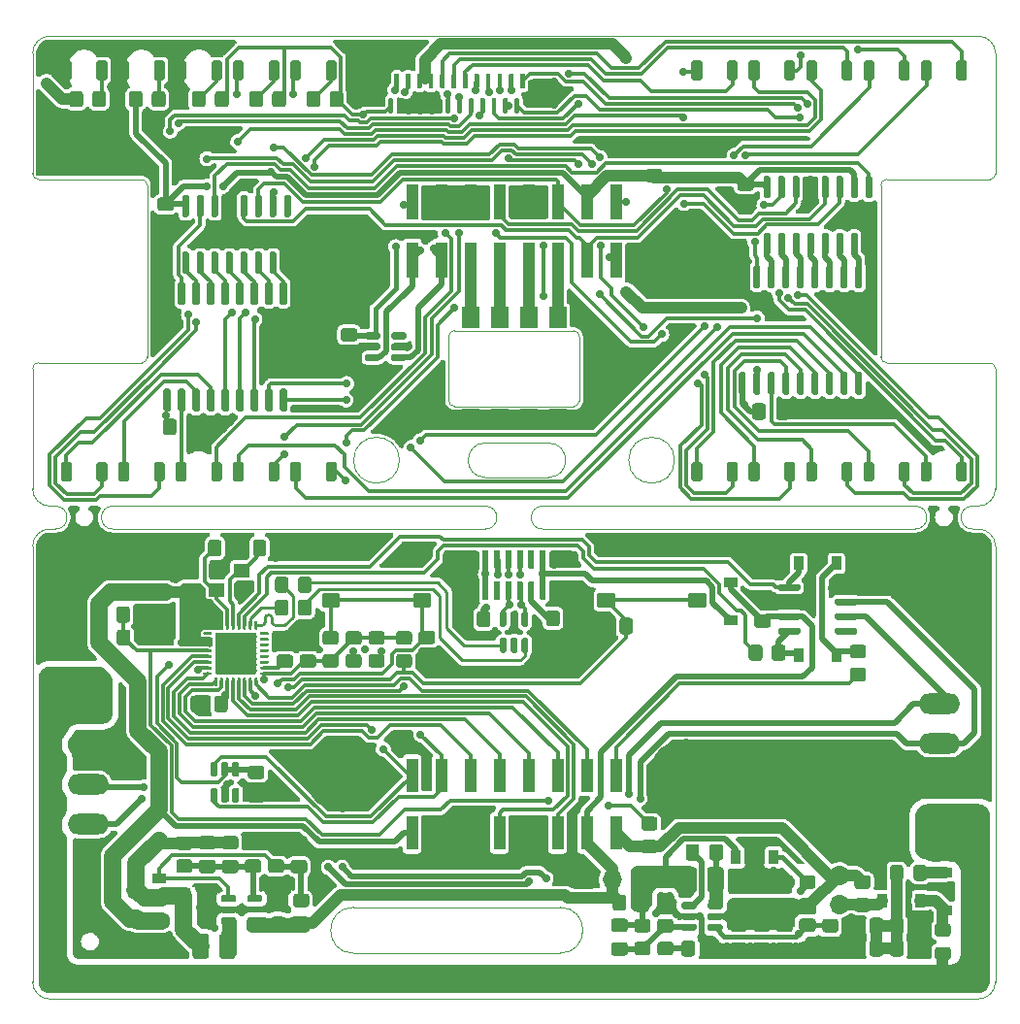
<source format=gtl>
G04 #@! TF.GenerationSoftware,KiCad,Pcbnew,6.0.10+dfsg-1~bpo11+1*
G04 #@! TF.CreationDate,2025-01-06T23:30:15+00:00*
G04 #@! TF.ProjectId,project,70726f6a-6563-4742-9e6b-696361645f70,rev?*
G04 #@! TF.SameCoordinates,Original*
G04 #@! TF.FileFunction,Copper,L1,Top*
G04 #@! TF.FilePolarity,Positive*
%FSLAX46Y46*%
G04 Gerber Fmt 4.6, Leading zero omitted, Abs format (unit mm)*
G04 Created by KiCad (PCBNEW 6.0.10+dfsg-1~bpo11+1) date 2025-01-06 23:30:15*
%MOMM*%
%LPD*%
G01*
G04 APERTURE LIST*
G04 #@! TA.AperFunction,Profile*
%ADD10C,0.100000*%
G04 #@! TD*
G04 #@! TA.AperFunction,Profile*
%ADD11C,0.120000*%
G04 #@! TD*
G04 #@! TA.AperFunction,SMDPad,CuDef*
%ADD12R,1.500000X1.850000*%
G04 #@! TD*
G04 #@! TA.AperFunction,SMDPad,CuDef*
%ADD13R,0.900000X1.200000*%
G04 #@! TD*
G04 #@! TA.AperFunction,SMDPad,CuDef*
%ADD14R,1.400000X1.200000*%
G04 #@! TD*
G04 #@! TA.AperFunction,SMDPad,CuDef*
%ADD15R,1.200000X0.900000*%
G04 #@! TD*
G04 #@! TA.AperFunction,SMDPad,CuDef*
%ADD16R,1.000000X3.150000*%
G04 #@! TD*
G04 #@! TA.AperFunction,ComponentPad*
%ADD17O,3.600000X1.800000*%
G04 #@! TD*
G04 #@! TA.AperFunction,SMDPad,CuDef*
%ADD18C,7.000000*%
G04 #@! TD*
G04 #@! TA.AperFunction,ComponentPad*
%ADD19C,5.000000*%
G04 #@! TD*
G04 #@! TA.AperFunction,ComponentPad*
%ADD20C,6.400000*%
G04 #@! TD*
G04 #@! TA.AperFunction,ComponentPad*
%ADD21C,0.900000*%
G04 #@! TD*
G04 #@! TA.AperFunction,SMDPad,CuDef*
%ADD22R,3.650000X3.650000*%
G04 #@! TD*
G04 #@! TA.AperFunction,SMDPad,CuDef*
%ADD23R,1.000000X3.000000*%
G04 #@! TD*
G04 #@! TA.AperFunction,ComponentPad*
%ADD24R,1.700000X1.700000*%
G04 #@! TD*
G04 #@! TA.AperFunction,ComponentPad*
%ADD25O,1.700000X1.700000*%
G04 #@! TD*
G04 #@! TA.AperFunction,ViaPad*
%ADD26C,0.700000*%
G04 #@! TD*
G04 #@! TA.AperFunction,Conductor*
%ADD27C,1.000000*%
G04 #@! TD*
G04 #@! TA.AperFunction,Conductor*
%ADD28C,0.500000*%
G04 #@! TD*
G04 #@! TA.AperFunction,Conductor*
%ADD29C,0.300000*%
G04 #@! TD*
G04 #@! TA.AperFunction,Conductor*
%ADD30C,0.400000*%
G04 #@! TD*
G04 #@! TA.AperFunction,Conductor*
%ADD31C,1.500000*%
G04 #@! TD*
G04 #@! TA.AperFunction,Conductor*
%ADD32C,0.270000*%
G04 #@! TD*
G04 APERTURE END LIST*
D10*
X208262500Y-111537500D02*
G75*
G03*
X208262500Y-113537500I0J-1000000D01*
G01*
X127762500Y-70537500D02*
G75*
G03*
X126262500Y-72037500I0J-1500000D01*
G01*
X127762500Y-113537500D02*
X128262500Y-113537500D01*
X171262500Y-106037500D02*
X165762500Y-106037500D01*
X172262500Y-150537500D02*
G75*
G03*
X172262500Y-146537500I0J2000000D01*
G01*
X133262500Y-113537500D02*
X165762500Y-113537500D01*
X158262500Y-107537500D02*
G75*
G03*
X158262500Y-107537500I-2000000J0D01*
G01*
X210262500Y-72037500D02*
G75*
G03*
X208762500Y-70537500I-1500000J0D01*
G01*
X126262500Y-99537500D02*
X126262500Y-110037500D01*
X165762500Y-111537500D02*
X133262500Y-111537500D01*
X200262500Y-98537500D02*
X200262500Y-83537500D01*
X208762500Y-154537500D02*
G75*
G03*
X210262500Y-153037500I0J1500000D01*
G01*
X203262500Y-111537500D02*
X170762500Y-111537500D01*
X126262500Y-153037500D02*
X126262500Y-115037500D01*
X200762500Y-83037500D02*
X209762500Y-83037500D01*
X210262500Y-115037500D02*
X210262500Y-153037500D01*
X127762500Y-113537500D02*
G75*
G03*
X126262500Y-115037500I0J-1500000D01*
G01*
X208762500Y-70537500D02*
X127762500Y-70537500D01*
X133262500Y-111537500D02*
G75*
G03*
X133262500Y-113537500I0J-1000000D01*
G01*
X209762500Y-99037500D02*
X200762500Y-99037500D01*
X171262500Y-109037500D02*
G75*
G03*
X171262500Y-106037500I0J1500000D01*
G01*
X135762500Y-99037500D02*
G75*
G03*
X136262500Y-98537500I0J500000D01*
G01*
X182262500Y-107537500D02*
G75*
G03*
X182262500Y-107537500I-2000000J0D01*
G01*
X165762500Y-106037500D02*
G75*
G03*
X165762500Y-109037500I0J-1500000D01*
G01*
X200262500Y-98537500D02*
G75*
G03*
X200762500Y-99037500I500000J0D01*
G01*
X135762500Y-99037500D02*
X126762500Y-99037500D01*
X170762500Y-113537500D02*
X203262500Y-113537500D01*
X126262500Y-110037500D02*
G75*
G03*
X127762500Y-111537500I1500000J0D01*
G01*
X210262500Y-82537500D02*
X210262500Y-72037500D01*
X172262500Y-150537500D02*
X154262500Y-150537500D01*
X126262500Y-82537500D02*
G75*
G03*
X126762500Y-83037500I500000J0D01*
G01*
X208762500Y-111537500D02*
X208262500Y-111537500D01*
X126262500Y-153037500D02*
G75*
G03*
X127762500Y-154537500I1500000J0D01*
G01*
X154262500Y-146537500D02*
X172262500Y-146537500D01*
X165762500Y-113537500D02*
G75*
G03*
X165762500Y-111537500I0J1000000D01*
G01*
X126762500Y-99037500D02*
G75*
G03*
X126262500Y-99537500I0J-500000D01*
G01*
X208262500Y-113537500D02*
X208762500Y-113537500D01*
X200762500Y-83037500D02*
G75*
G03*
X200262500Y-83537500I0J-500000D01*
G01*
X203262500Y-113537500D02*
G75*
G03*
X203262500Y-111537500I0J1000000D01*
G01*
X208762500Y-111537500D02*
G75*
G03*
X210262500Y-110037500I0J1500000D01*
G01*
X136262500Y-83537500D02*
X136262500Y-98537500D01*
X128262500Y-113537500D02*
G75*
G03*
X128262500Y-111537500I0J1000000D01*
G01*
X165762500Y-109037500D02*
X171262500Y-109037500D01*
X170762500Y-111537500D02*
G75*
G03*
X170762500Y-113537500I0J-1000000D01*
G01*
X126262500Y-72037500D02*
X126262500Y-82537500D01*
X154262500Y-146537500D02*
G75*
G03*
X154262500Y-150537500I0J-2000000D01*
G01*
X210262500Y-115037500D02*
G75*
G03*
X208762500Y-113537500I-1500000J0D01*
G01*
X209762500Y-83037500D02*
G75*
G03*
X210262500Y-82537500I0J500000D01*
G01*
X136262500Y-83537500D02*
G75*
G03*
X135762500Y-83037500I-500000J0D01*
G01*
X210262500Y-99537500D02*
X210262500Y-110037500D01*
X127762500Y-111537500D02*
X128262500Y-111537500D01*
X126762500Y-83037500D02*
X135762500Y-83037500D01*
X208762500Y-154537500D02*
X127762500Y-154537500D01*
X210262500Y-99537500D02*
G75*
G03*
X209762500Y-99037500I-500000J0D01*
G01*
D11*
X162562500Y-102337500D02*
X162562500Y-96737500D01*
X173462500Y-102837500D02*
X163062500Y-102837500D01*
X163062500Y-96237500D02*
X173462500Y-96237500D01*
X173962500Y-96737500D02*
X173962500Y-102337500D01*
X163062500Y-96237500D02*
G75*
G03*
X162562500Y-96737500I1J-500001D01*
G01*
X173462500Y-102837500D02*
G75*
G03*
X173962500Y-102337500I0J500000D01*
G01*
X173962500Y-96737500D02*
G75*
G03*
X173462500Y-96237500I-500001J-1D01*
G01*
X162562500Y-102337500D02*
G75*
G03*
X163062500Y-102837500I500000J0D01*
G01*
G04 #@! TA.AperFunction,SMDPad,CuDef*
G36*
G01*
X148167500Y-148567500D02*
X147217500Y-148567500D01*
G75*
G02*
X146967500Y-148317500I0J250000D01*
G01*
X146967500Y-147642500D01*
G75*
G02*
X147217500Y-147392500I250000J0D01*
G01*
X148167500Y-147392500D01*
G75*
G02*
X148417500Y-147642500I0J-250000D01*
G01*
X148417500Y-148317500D01*
G75*
G02*
X148167500Y-148567500I-250000J0D01*
G01*
G37*
G04 #@! TD.AperFunction*
G04 #@! TA.AperFunction,SMDPad,CuDef*
G36*
G01*
X148167500Y-146492500D02*
X147217500Y-146492500D01*
G75*
G02*
X146967500Y-146242500I0J250000D01*
G01*
X146967500Y-145567500D01*
G75*
G02*
X147217500Y-145317500I250000J0D01*
G01*
X148167500Y-145317500D01*
G75*
G02*
X148417500Y-145567500I0J-250000D01*
G01*
X148417500Y-146242500D01*
G75*
G02*
X148167500Y-146492500I-250000J0D01*
G01*
G37*
G04 #@! TD.AperFunction*
D12*
X172072500Y-95092500D03*
X169532500Y-95092500D03*
X166992500Y-95092500D03*
X164452500Y-95092500D03*
X164452500Y-103982500D03*
X166992500Y-103982500D03*
X169532500Y-103982500D03*
X172072500Y-103982500D03*
G04 #@! TA.AperFunction,SMDPad,CuDef*
G36*
G01*
X180937500Y-83300000D02*
X179987500Y-83300000D01*
G75*
G02*
X179737500Y-83050000I0J250000D01*
G01*
X179737500Y-82375000D01*
G75*
G02*
X179987500Y-82125000I250000J0D01*
G01*
X180937500Y-82125000D01*
G75*
G02*
X181187500Y-82375000I0J-250000D01*
G01*
X181187500Y-83050000D01*
G75*
G02*
X180937500Y-83300000I-250000J0D01*
G01*
G37*
G04 #@! TD.AperFunction*
G04 #@! TA.AperFunction,SMDPad,CuDef*
G36*
G01*
X180937500Y-81225000D02*
X179987500Y-81225000D01*
G75*
G02*
X179737500Y-80975000I0J250000D01*
G01*
X179737500Y-80300000D01*
G75*
G02*
X179987500Y-80050000I250000J0D01*
G01*
X180937500Y-80050000D01*
G75*
G02*
X181187500Y-80300000I0J-250000D01*
G01*
X181187500Y-80975000D01*
G75*
G02*
X180937500Y-81225000I-250000J0D01*
G01*
G37*
G04 #@! TD.AperFunction*
G04 #@! TA.AperFunction,SMDPad,CuDef*
G36*
G01*
X205212500Y-147937500D02*
X206112500Y-147937500D01*
G75*
G02*
X206362500Y-148187500I0J-250000D01*
G01*
X206362500Y-148837500D01*
G75*
G02*
X206112500Y-149087500I-250000J0D01*
G01*
X205212500Y-149087500D01*
G75*
G02*
X204962500Y-148837500I0J250000D01*
G01*
X204962500Y-148187500D01*
G75*
G02*
X205212500Y-147937500I250000J0D01*
G01*
G37*
G04 #@! TD.AperFunction*
G04 #@! TA.AperFunction,SMDPad,CuDef*
G36*
G01*
X205212500Y-149987500D02*
X206112500Y-149987500D01*
G75*
G02*
X206362500Y-150237500I0J-250000D01*
G01*
X206362500Y-150887500D01*
G75*
G02*
X206112500Y-151137500I-250000J0D01*
G01*
X205212500Y-151137500D01*
G75*
G02*
X204962500Y-150887500I0J250000D01*
G01*
X204962500Y-150237500D01*
G75*
G02*
X205212500Y-149987500I250000J0D01*
G01*
G37*
G04 #@! TD.AperFunction*
G04 #@! TA.AperFunction,SMDPad,CuDef*
G36*
G01*
X145475000Y-115675000D02*
X145475000Y-114725000D01*
G75*
G02*
X145725000Y-114475000I250000J0D01*
G01*
X146400000Y-114475000D01*
G75*
G02*
X146650000Y-114725000I0J-250000D01*
G01*
X146650000Y-115675000D01*
G75*
G02*
X146400000Y-115925000I-250000J0D01*
G01*
X145725000Y-115925000D01*
G75*
G02*
X145475000Y-115675000I0J250000D01*
G01*
G37*
G04 #@! TD.AperFunction*
G04 #@! TA.AperFunction,SMDPad,CuDef*
G36*
G01*
X147550000Y-115675000D02*
X147550000Y-114725000D01*
G75*
G02*
X147800000Y-114475000I250000J0D01*
G01*
X148475000Y-114475000D01*
G75*
G02*
X148725000Y-114725000I0J-250000D01*
G01*
X148725000Y-115675000D01*
G75*
G02*
X148475000Y-115925000I-250000J0D01*
G01*
X147800000Y-115925000D01*
G75*
G02*
X147550000Y-115675000I0J250000D01*
G01*
G37*
G04 #@! TD.AperFunction*
G04 #@! TA.AperFunction,SMDPad,CuDef*
G36*
G01*
X187387500Y-147512500D02*
X188337500Y-147512500D01*
G75*
G02*
X188587500Y-147762500I0J-250000D01*
G01*
X188587500Y-148437500D01*
G75*
G02*
X188337500Y-148687500I-250000J0D01*
G01*
X187387500Y-148687500D01*
G75*
G02*
X187137500Y-148437500I0J250000D01*
G01*
X187137500Y-147762500D01*
G75*
G02*
X187387500Y-147512500I250000J0D01*
G01*
G37*
G04 #@! TD.AperFunction*
G04 #@! TA.AperFunction,SMDPad,CuDef*
G36*
G01*
X187387500Y-149587500D02*
X188337500Y-149587500D01*
G75*
G02*
X188587500Y-149837500I0J-250000D01*
G01*
X188587500Y-150512500D01*
G75*
G02*
X188337500Y-150762500I-250000J0D01*
G01*
X187387500Y-150762500D01*
G75*
G02*
X187137500Y-150512500I0J250000D01*
G01*
X187137500Y-149837500D01*
G75*
G02*
X187387500Y-149587500I250000J0D01*
G01*
G37*
G04 #@! TD.AperFunction*
G04 #@! TA.AperFunction,SMDPad,CuDef*
G36*
G01*
X140625000Y-122525000D02*
X140625000Y-123475000D01*
G75*
G02*
X140375000Y-123725000I-250000J0D01*
G01*
X139700000Y-123725000D01*
G75*
G02*
X139450000Y-123475000I0J250000D01*
G01*
X139450000Y-122525000D01*
G75*
G02*
X139700000Y-122275000I250000J0D01*
G01*
X140375000Y-122275000D01*
G75*
G02*
X140625000Y-122525000I0J-250000D01*
G01*
G37*
G04 #@! TD.AperFunction*
G04 #@! TA.AperFunction,SMDPad,CuDef*
G36*
G01*
X138550000Y-122525000D02*
X138550000Y-123475000D01*
G75*
G02*
X138300000Y-123725000I-250000J0D01*
G01*
X137625000Y-123725000D01*
G75*
G02*
X137375000Y-123475000I0J250000D01*
G01*
X137375000Y-122525000D01*
G75*
G02*
X137625000Y-122275000I250000J0D01*
G01*
X138300000Y-122275000D01*
G75*
G02*
X138550000Y-122525000I0J-250000D01*
G01*
G37*
G04 #@! TD.AperFunction*
G04 #@! TA.AperFunction,SMDPad,CuDef*
G36*
G01*
X196312500Y-150737500D02*
X195412500Y-150737500D01*
G75*
G02*
X195162500Y-150487500I0J250000D01*
G01*
X195162500Y-149787500D01*
G75*
G02*
X195412500Y-149537500I250000J0D01*
G01*
X196312500Y-149537500D01*
G75*
G02*
X196562500Y-149787500I0J-250000D01*
G01*
X196562500Y-150487500D01*
G75*
G02*
X196312500Y-150737500I-250000J0D01*
G01*
G37*
G04 #@! TD.AperFunction*
G04 #@! TA.AperFunction,SMDPad,CuDef*
G36*
G01*
X196312500Y-148737500D02*
X195412500Y-148737500D01*
G75*
G02*
X195162500Y-148487500I0J250000D01*
G01*
X195162500Y-147787500D01*
G75*
G02*
X195412500Y-147537500I250000J0D01*
G01*
X196312500Y-147537500D01*
G75*
G02*
X196562500Y-147787500I0J-250000D01*
G01*
X196562500Y-148487500D01*
G75*
G02*
X196312500Y-148737500I-250000J0D01*
G01*
G37*
G04 #@! TD.AperFunction*
G04 #@! TA.AperFunction,SMDPad,CuDef*
G36*
G01*
X182862500Y-150587500D02*
X182862500Y-149687500D01*
G75*
G02*
X183112500Y-149437500I250000J0D01*
G01*
X183812500Y-149437500D01*
G75*
G02*
X184062500Y-149687500I0J-250000D01*
G01*
X184062500Y-150587500D01*
G75*
G02*
X183812500Y-150837500I-250000J0D01*
G01*
X183112500Y-150837500D01*
G75*
G02*
X182862500Y-150587500I0J250000D01*
G01*
G37*
G04 #@! TD.AperFunction*
G04 #@! TA.AperFunction,SMDPad,CuDef*
G36*
G01*
X184862500Y-150587500D02*
X184862500Y-149687500D01*
G75*
G02*
X185112500Y-149437500I250000J0D01*
G01*
X185812500Y-149437500D01*
G75*
G02*
X186062500Y-149687500I0J-250000D01*
G01*
X186062500Y-150587500D01*
G75*
G02*
X185812500Y-150837500I-250000J0D01*
G01*
X185112500Y-150837500D01*
G75*
G02*
X184862500Y-150587500I0J250000D01*
G01*
G37*
G04 #@! TD.AperFunction*
G04 #@! TA.AperFunction,SMDPad,CuDef*
G36*
G01*
X150600000Y-119950000D02*
X150600000Y-120850000D01*
G75*
G02*
X150350000Y-121100000I-250000J0D01*
G01*
X149650000Y-121100000D01*
G75*
G02*
X149400000Y-120850000I0J250000D01*
G01*
X149400000Y-119950000D01*
G75*
G02*
X149650000Y-119700000I250000J0D01*
G01*
X150350000Y-119700000D01*
G75*
G02*
X150600000Y-119950000I0J-250000D01*
G01*
G37*
G04 #@! TD.AperFunction*
G04 #@! TA.AperFunction,SMDPad,CuDef*
G36*
G01*
X148600000Y-119950000D02*
X148600000Y-120850000D01*
G75*
G02*
X148350000Y-121100000I-250000J0D01*
G01*
X147650000Y-121100000D01*
G75*
G02*
X147400000Y-120850000I0J250000D01*
G01*
X147400000Y-119950000D01*
G75*
G02*
X147650000Y-119700000I250000J0D01*
G01*
X148350000Y-119700000D01*
G75*
G02*
X148600000Y-119950000I0J-250000D01*
G01*
G37*
G04 #@! TD.AperFunction*
G04 #@! TA.AperFunction,SMDPad,CuDef*
G36*
G01*
X203737500Y-74222500D02*
X203737500Y-72852500D01*
G75*
G02*
X203927500Y-72662500I190000J0D01*
G01*
X204497500Y-72662500D01*
G75*
G02*
X204687500Y-72852500I0J-190000D01*
G01*
X204687500Y-74222500D01*
G75*
G02*
X204497500Y-74412500I-190000J0D01*
G01*
X203927500Y-74412500D01*
G75*
G02*
X203737500Y-74222500I0J190000D01*
G01*
G37*
G04 #@! TD.AperFunction*
G04 #@! TA.AperFunction,SMDPad,CuDef*
G36*
G01*
X206837500Y-74222500D02*
X206837500Y-72852500D01*
G75*
G02*
X207027500Y-72662500I190000J0D01*
G01*
X207597500Y-72662500D01*
G75*
G02*
X207787500Y-72852500I0J-190000D01*
G01*
X207787500Y-74222500D01*
G75*
G02*
X207597500Y-74412500I-190000J0D01*
G01*
X207027500Y-74412500D01*
G75*
G02*
X206837500Y-74222500I0J190000D01*
G01*
G37*
G04 #@! TD.AperFunction*
G04 #@! TA.AperFunction,SMDPad,CuDef*
G36*
G01*
X145042500Y-140342500D02*
X145942500Y-140342500D01*
G75*
G02*
X146192500Y-140592500I0J-250000D01*
G01*
X146192500Y-141292500D01*
G75*
G02*
X145942500Y-141542500I-250000J0D01*
G01*
X145042500Y-141542500D01*
G75*
G02*
X144792500Y-141292500I0J250000D01*
G01*
X144792500Y-140592500D01*
G75*
G02*
X145042500Y-140342500I250000J0D01*
G01*
G37*
G04 #@! TD.AperFunction*
G04 #@! TA.AperFunction,SMDPad,CuDef*
G36*
G01*
X145042500Y-142342500D02*
X145942500Y-142342500D01*
G75*
G02*
X146192500Y-142592500I0J-250000D01*
G01*
X146192500Y-143292500D01*
G75*
G02*
X145942500Y-143542500I-250000J0D01*
G01*
X145042500Y-143542500D01*
G75*
G02*
X144792500Y-143292500I0J250000D01*
G01*
X144792500Y-142592500D01*
G75*
G02*
X145042500Y-142342500I250000J0D01*
G01*
G37*
G04 #@! TD.AperFunction*
D13*
X193087500Y-124537500D03*
X196387500Y-124537500D03*
G04 #@! TA.AperFunction,SMDPad,CuDef*
G36*
G01*
X183737500Y-74222500D02*
X183737500Y-72852500D01*
G75*
G02*
X183927500Y-72662500I190000J0D01*
G01*
X184497500Y-72662500D01*
G75*
G02*
X184687500Y-72852500I0J-190000D01*
G01*
X184687500Y-74222500D01*
G75*
G02*
X184497500Y-74412500I-190000J0D01*
G01*
X183927500Y-74412500D01*
G75*
G02*
X183737500Y-74222500I0J190000D01*
G01*
G37*
G04 #@! TD.AperFunction*
G04 #@! TA.AperFunction,SMDPad,CuDef*
G36*
G01*
X186837500Y-74222500D02*
X186837500Y-72852500D01*
G75*
G02*
X187027500Y-72662500I190000J0D01*
G01*
X187597500Y-72662500D01*
G75*
G02*
X187787500Y-72852500I0J-190000D01*
G01*
X187787500Y-74222500D01*
G75*
G02*
X187597500Y-74412500I-190000J0D01*
G01*
X187027500Y-74412500D01*
G75*
G02*
X186837500Y-74222500I0J190000D01*
G01*
G37*
G04 #@! TD.AperFunction*
G04 #@! TA.AperFunction,SMDPad,CuDef*
G36*
G01*
X128737500Y-109222500D02*
X128737500Y-107852500D01*
G75*
G02*
X128927500Y-107662500I190000J0D01*
G01*
X129497500Y-107662500D01*
G75*
G02*
X129687500Y-107852500I0J-190000D01*
G01*
X129687500Y-109222500D01*
G75*
G02*
X129497500Y-109412500I-190000J0D01*
G01*
X128927500Y-109412500D01*
G75*
G02*
X128737500Y-109222500I0J190000D01*
G01*
G37*
G04 #@! TD.AperFunction*
G04 #@! TA.AperFunction,SMDPad,CuDef*
G36*
G01*
X131837500Y-109222500D02*
X131837500Y-107852500D01*
G75*
G02*
X132027500Y-107662500I190000J0D01*
G01*
X132597500Y-107662500D01*
G75*
G02*
X132787500Y-107852500I0J-190000D01*
G01*
X132787500Y-109222500D01*
G75*
G02*
X132597500Y-109412500I-190000J0D01*
G01*
X132027500Y-109412500D01*
G75*
G02*
X131837500Y-109222500I0J190000D01*
G01*
G37*
G04 #@! TD.AperFunction*
G04 #@! TA.AperFunction,SMDPad,CuDef*
G36*
G01*
X200462500Y-149687500D02*
X200462500Y-150587500D01*
G75*
G02*
X200212500Y-150837500I-250000J0D01*
G01*
X199512500Y-150837500D01*
G75*
G02*
X199262500Y-150587500I0J250000D01*
G01*
X199262500Y-149687500D01*
G75*
G02*
X199512500Y-149437500I250000J0D01*
G01*
X200212500Y-149437500D01*
G75*
G02*
X200462500Y-149687500I0J-250000D01*
G01*
G37*
G04 #@! TD.AperFunction*
G04 #@! TA.AperFunction,SMDPad,CuDef*
G36*
G01*
X198462500Y-149687500D02*
X198462500Y-150587500D01*
G75*
G02*
X198212500Y-150837500I-250000J0D01*
G01*
X197512500Y-150837500D01*
G75*
G02*
X197262500Y-150587500I0J250000D01*
G01*
X197262500Y-149687500D01*
G75*
G02*
X197512500Y-149437500I250000J0D01*
G01*
X198212500Y-149437500D01*
G75*
G02*
X198462500Y-149687500I0J-250000D01*
G01*
G37*
G04 #@! TD.AperFunction*
G04 #@! TA.AperFunction,SMDPad,CuDef*
G36*
G01*
X133737500Y-109222500D02*
X133737500Y-107852500D01*
G75*
G02*
X133927500Y-107662500I190000J0D01*
G01*
X134497500Y-107662500D01*
G75*
G02*
X134687500Y-107852500I0J-190000D01*
G01*
X134687500Y-109222500D01*
G75*
G02*
X134497500Y-109412500I-190000J0D01*
G01*
X133927500Y-109412500D01*
G75*
G02*
X133737500Y-109222500I0J190000D01*
G01*
G37*
G04 #@! TD.AperFunction*
G04 #@! TA.AperFunction,SMDPad,CuDef*
G36*
G01*
X136837500Y-109222500D02*
X136837500Y-107852500D01*
G75*
G02*
X137027500Y-107662500I190000J0D01*
G01*
X137597500Y-107662500D01*
G75*
G02*
X137787500Y-107852500I0J-190000D01*
G01*
X137787500Y-109222500D01*
G75*
G02*
X137597500Y-109412500I-190000J0D01*
G01*
X137027500Y-109412500D01*
G75*
G02*
X136837500Y-109222500I0J190000D01*
G01*
G37*
G04 #@! TD.AperFunction*
G04 #@! TA.AperFunction,SMDPad,CuDef*
G36*
G01*
X148737500Y-125662500D02*
X147787500Y-125662500D01*
G75*
G02*
X147537500Y-125412500I0J250000D01*
G01*
X147537500Y-124737500D01*
G75*
G02*
X147787500Y-124487500I250000J0D01*
G01*
X148737500Y-124487500D01*
G75*
G02*
X148987500Y-124737500I0J-250000D01*
G01*
X148987500Y-125412500D01*
G75*
G02*
X148737500Y-125662500I-250000J0D01*
G01*
G37*
G04 #@! TD.AperFunction*
G04 #@! TA.AperFunction,SMDPad,CuDef*
G36*
G01*
X148737500Y-123587500D02*
X147787500Y-123587500D01*
G75*
G02*
X147537500Y-123337500I0J250000D01*
G01*
X147537500Y-122662500D01*
G75*
G02*
X147787500Y-122412500I250000J0D01*
G01*
X148737500Y-122412500D01*
G75*
G02*
X148987500Y-122662500I0J-250000D01*
G01*
X148987500Y-123337500D01*
G75*
G02*
X148737500Y-123587500I-250000J0D01*
G01*
G37*
G04 #@! TD.AperFunction*
G04 #@! TA.AperFunction,SMDPad,CuDef*
G36*
G01*
X189387500Y-147512500D02*
X190337500Y-147512500D01*
G75*
G02*
X190587500Y-147762500I0J-250000D01*
G01*
X190587500Y-148437500D01*
G75*
G02*
X190337500Y-148687500I-250000J0D01*
G01*
X189387500Y-148687500D01*
G75*
G02*
X189137500Y-148437500I0J250000D01*
G01*
X189137500Y-147762500D01*
G75*
G02*
X189387500Y-147512500I250000J0D01*
G01*
G37*
G04 #@! TD.AperFunction*
G04 #@! TA.AperFunction,SMDPad,CuDef*
G36*
G01*
X189387500Y-149587500D02*
X190337500Y-149587500D01*
G75*
G02*
X190587500Y-149837500I0J-250000D01*
G01*
X190587500Y-150512500D01*
G75*
G02*
X190337500Y-150762500I-250000J0D01*
G01*
X189387500Y-150762500D01*
G75*
G02*
X189137500Y-150512500I0J250000D01*
G01*
X189137500Y-149837500D01*
G75*
G02*
X189387500Y-149587500I250000J0D01*
G01*
G37*
G04 #@! TD.AperFunction*
G04 #@! TA.AperFunction,SMDPad,CuDef*
G36*
G01*
X198212500Y-143737500D02*
X199112500Y-143737500D01*
G75*
G02*
X199362500Y-143987500I0J-250000D01*
G01*
X199362500Y-144687500D01*
G75*
G02*
X199112500Y-144937500I-250000J0D01*
G01*
X198212500Y-144937500D01*
G75*
G02*
X197962500Y-144687500I0J250000D01*
G01*
X197962500Y-143987500D01*
G75*
G02*
X198212500Y-143737500I250000J0D01*
G01*
G37*
G04 #@! TD.AperFunction*
G04 #@! TA.AperFunction,SMDPad,CuDef*
G36*
G01*
X198212500Y-145737500D02*
X199112500Y-145737500D01*
G75*
G02*
X199362500Y-145987500I0J-250000D01*
G01*
X199362500Y-146687500D01*
G75*
G02*
X199112500Y-146937500I-250000J0D01*
G01*
X198212500Y-146937500D01*
G75*
G02*
X197962500Y-146687500I0J250000D01*
G01*
X197962500Y-145987500D01*
G75*
G02*
X198212500Y-145737500I250000J0D01*
G01*
G37*
G04 #@! TD.AperFunction*
G04 #@! TA.AperFunction,SMDPad,CuDef*
G36*
G01*
X158862500Y-98437500D02*
X158862500Y-98737500D01*
G75*
G02*
X158712500Y-98887500I-150000J0D01*
G01*
X157687500Y-98887500D01*
G75*
G02*
X157537500Y-98737500I0J150000D01*
G01*
X157537500Y-98437500D01*
G75*
G02*
X157687500Y-98287500I150000J0D01*
G01*
X158712500Y-98287500D01*
G75*
G02*
X158862500Y-98437500I0J-150000D01*
G01*
G37*
G04 #@! TD.AperFunction*
G04 #@! TA.AperFunction,SMDPad,CuDef*
G36*
G01*
X158862500Y-97487500D02*
X158862500Y-97787500D01*
G75*
G02*
X158712500Y-97937500I-150000J0D01*
G01*
X157687500Y-97937500D01*
G75*
G02*
X157537500Y-97787500I0J150000D01*
G01*
X157537500Y-97487500D01*
G75*
G02*
X157687500Y-97337500I150000J0D01*
G01*
X158712500Y-97337500D01*
G75*
G02*
X158862500Y-97487500I0J-150000D01*
G01*
G37*
G04 #@! TD.AperFunction*
G04 #@! TA.AperFunction,SMDPad,CuDef*
G36*
G01*
X158862500Y-96537500D02*
X158862500Y-96837500D01*
G75*
G02*
X158712500Y-96987500I-150000J0D01*
G01*
X157687500Y-96987500D01*
G75*
G02*
X157537500Y-96837500I0J150000D01*
G01*
X157537500Y-96537500D01*
G75*
G02*
X157687500Y-96387500I150000J0D01*
G01*
X158712500Y-96387500D01*
G75*
G02*
X158862500Y-96537500I0J-150000D01*
G01*
G37*
G04 #@! TD.AperFunction*
G04 #@! TA.AperFunction,SMDPad,CuDef*
G36*
G01*
X156587500Y-96537500D02*
X156587500Y-96837500D01*
G75*
G02*
X156437500Y-96987500I-150000J0D01*
G01*
X155412500Y-96987500D01*
G75*
G02*
X155262500Y-96837500I0J150000D01*
G01*
X155262500Y-96537500D01*
G75*
G02*
X155412500Y-96387500I150000J0D01*
G01*
X156437500Y-96387500D01*
G75*
G02*
X156587500Y-96537500I0J-150000D01*
G01*
G37*
G04 #@! TD.AperFunction*
G04 #@! TA.AperFunction,SMDPad,CuDef*
G36*
G01*
X156587500Y-97487500D02*
X156587500Y-97787500D01*
G75*
G02*
X156437500Y-97937500I-150000J0D01*
G01*
X155412500Y-97937500D01*
G75*
G02*
X155262500Y-97787500I0J150000D01*
G01*
X155262500Y-97487500D01*
G75*
G02*
X155412500Y-97337500I150000J0D01*
G01*
X156437500Y-97337500D01*
G75*
G02*
X156587500Y-97487500I0J-150000D01*
G01*
G37*
G04 #@! TD.AperFunction*
G04 #@! TA.AperFunction,SMDPad,CuDef*
G36*
G01*
X156587500Y-98437500D02*
X156587500Y-98737500D01*
G75*
G02*
X156437500Y-98887500I-150000J0D01*
G01*
X155412500Y-98887500D01*
G75*
G02*
X155262500Y-98737500I0J150000D01*
G01*
X155262500Y-98437500D01*
G75*
G02*
X155412500Y-98287500I150000J0D01*
G01*
X156437500Y-98287500D01*
G75*
G02*
X156587500Y-98437500I0J-150000D01*
G01*
G37*
G04 #@! TD.AperFunction*
G04 #@! TA.AperFunction,SMDPad,CuDef*
G36*
G01*
X190337500Y-146962500D02*
X189387500Y-146962500D01*
G75*
G02*
X189137500Y-146712500I0J250000D01*
G01*
X189137500Y-146037500D01*
G75*
G02*
X189387500Y-145787500I250000J0D01*
G01*
X190337500Y-145787500D01*
G75*
G02*
X190587500Y-146037500I0J-250000D01*
G01*
X190587500Y-146712500D01*
G75*
G02*
X190337500Y-146962500I-250000J0D01*
G01*
G37*
G04 #@! TD.AperFunction*
G04 #@! TA.AperFunction,SMDPad,CuDef*
G36*
G01*
X190337500Y-144887500D02*
X189387500Y-144887500D01*
G75*
G02*
X189137500Y-144637500I0J250000D01*
G01*
X189137500Y-143962500D01*
G75*
G02*
X189387500Y-143712500I250000J0D01*
G01*
X190337500Y-143712500D01*
G75*
G02*
X190587500Y-143962500I0J-250000D01*
G01*
X190587500Y-144637500D01*
G75*
G02*
X190337500Y-144887500I-250000J0D01*
G01*
G37*
G04 #@! TD.AperFunction*
G04 #@! TA.AperFunction,SMDPad,CuDef*
G36*
G01*
X139942500Y-143542500D02*
X139042500Y-143542500D01*
G75*
G02*
X138792500Y-143292500I0J250000D01*
G01*
X138792500Y-142592500D01*
G75*
G02*
X139042500Y-142342500I250000J0D01*
G01*
X139942500Y-142342500D01*
G75*
G02*
X140192500Y-142592500I0J-250000D01*
G01*
X140192500Y-143292500D01*
G75*
G02*
X139942500Y-143542500I-250000J0D01*
G01*
G37*
G04 #@! TD.AperFunction*
G04 #@! TA.AperFunction,SMDPad,CuDef*
G36*
G01*
X139942500Y-141542500D02*
X139042500Y-141542500D01*
G75*
G02*
X138792500Y-141292500I0J250000D01*
G01*
X138792500Y-140592500D01*
G75*
G02*
X139042500Y-140342500I250000J0D01*
G01*
X139942500Y-140342500D01*
G75*
G02*
X140192500Y-140592500I0J-250000D01*
G01*
X140192500Y-141292500D01*
G75*
G02*
X139942500Y-141542500I-250000J0D01*
G01*
G37*
G04 #@! TD.AperFunction*
G04 #@! TA.AperFunction,SMDPad,CuDef*
G36*
G01*
X200462500Y-147687500D02*
X200462500Y-148587500D01*
G75*
G02*
X200212500Y-148837500I-250000J0D01*
G01*
X199512500Y-148837500D01*
G75*
G02*
X199262500Y-148587500I0J250000D01*
G01*
X199262500Y-147687500D01*
G75*
G02*
X199512500Y-147437500I250000J0D01*
G01*
X200212500Y-147437500D01*
G75*
G02*
X200462500Y-147687500I0J-250000D01*
G01*
G37*
G04 #@! TD.AperFunction*
G04 #@! TA.AperFunction,SMDPad,CuDef*
G36*
G01*
X198462500Y-147687500D02*
X198462500Y-148587500D01*
G75*
G02*
X198212500Y-148837500I-250000J0D01*
G01*
X197512500Y-148837500D01*
G75*
G02*
X197262500Y-148587500I0J250000D01*
G01*
X197262500Y-147687500D01*
G75*
G02*
X197512500Y-147437500I250000J0D01*
G01*
X198212500Y-147437500D01*
G75*
G02*
X198462500Y-147687500I0J-250000D01*
G01*
G37*
G04 #@! TD.AperFunction*
G04 #@! TA.AperFunction,SMDPad,CuDef*
G36*
G01*
X132662500Y-75587500D02*
X132662500Y-76487500D01*
G75*
G02*
X132412500Y-76737500I-250000J0D01*
G01*
X131712500Y-76737500D01*
G75*
G02*
X131462500Y-76487500I0J250000D01*
G01*
X131462500Y-75587500D01*
G75*
G02*
X131712500Y-75337500I250000J0D01*
G01*
X132412500Y-75337500D01*
G75*
G02*
X132662500Y-75587500I0J-250000D01*
G01*
G37*
G04 #@! TD.AperFunction*
G04 #@! TA.AperFunction,SMDPad,CuDef*
G36*
G01*
X130662500Y-75587500D02*
X130662500Y-76487500D01*
G75*
G02*
X130412500Y-76737500I-250000J0D01*
G01*
X129712500Y-76737500D01*
G75*
G02*
X129462500Y-76487500I0J250000D01*
G01*
X129462500Y-75587500D01*
G75*
G02*
X129712500Y-75337500I250000J0D01*
G01*
X130412500Y-75337500D01*
G75*
G02*
X130662500Y-75587500I0J-250000D01*
G01*
G37*
G04 #@! TD.AperFunction*
G04 #@! TA.AperFunction,SMDPad,CuDef*
G36*
G01*
X148737500Y-109222500D02*
X148737500Y-107852500D01*
G75*
G02*
X148927500Y-107662500I190000J0D01*
G01*
X149497500Y-107662500D01*
G75*
G02*
X149687500Y-107852500I0J-190000D01*
G01*
X149687500Y-109222500D01*
G75*
G02*
X149497500Y-109412500I-190000J0D01*
G01*
X148927500Y-109412500D01*
G75*
G02*
X148737500Y-109222500I0J190000D01*
G01*
G37*
G04 #@! TD.AperFunction*
G04 #@! TA.AperFunction,SMDPad,CuDef*
G36*
G01*
X151837500Y-109222500D02*
X151837500Y-107852500D01*
G75*
G02*
X152027500Y-107662500I190000J0D01*
G01*
X152597500Y-107662500D01*
G75*
G02*
X152787500Y-107852500I0J-190000D01*
G01*
X152787500Y-109222500D01*
G75*
G02*
X152597500Y-109412500I-190000J0D01*
G01*
X152027500Y-109412500D01*
G75*
G02*
X151837500Y-109222500I0J190000D01*
G01*
G37*
G04 #@! TD.AperFunction*
G04 #@! TA.AperFunction,SMDPad,CuDef*
G36*
G01*
X203737500Y-109222500D02*
X203737500Y-107852500D01*
G75*
G02*
X203927500Y-107662500I190000J0D01*
G01*
X204497500Y-107662500D01*
G75*
G02*
X204687500Y-107852500I0J-190000D01*
G01*
X204687500Y-109222500D01*
G75*
G02*
X204497500Y-109412500I-190000J0D01*
G01*
X203927500Y-109412500D01*
G75*
G02*
X203737500Y-109222500I0J190000D01*
G01*
G37*
G04 #@! TD.AperFunction*
G04 #@! TA.AperFunction,SMDPad,CuDef*
G36*
G01*
X206837500Y-109222500D02*
X206837500Y-107852500D01*
G75*
G02*
X207027500Y-107662500I190000J0D01*
G01*
X207597500Y-107662500D01*
G75*
G02*
X207787500Y-107852500I0J-190000D01*
G01*
X207787500Y-109222500D01*
G75*
G02*
X207597500Y-109412500I-190000J0D01*
G01*
X207027500Y-109412500D01*
G75*
G02*
X206837500Y-109222500I0J190000D01*
G01*
G37*
G04 #@! TD.AperFunction*
G04 #@! TA.AperFunction,SMDPad,CuDef*
G36*
G01*
X188337500Y-146962500D02*
X187387500Y-146962500D01*
G75*
G02*
X187137500Y-146712500I0J250000D01*
G01*
X187137500Y-146037500D01*
G75*
G02*
X187387500Y-145787500I250000J0D01*
G01*
X188337500Y-145787500D01*
G75*
G02*
X188587500Y-146037500I0J-250000D01*
G01*
X188587500Y-146712500D01*
G75*
G02*
X188337500Y-146962500I-250000J0D01*
G01*
G37*
G04 #@! TD.AperFunction*
G04 #@! TA.AperFunction,SMDPad,CuDef*
G36*
G01*
X188337500Y-144887500D02*
X187387500Y-144887500D01*
G75*
G02*
X187137500Y-144637500I0J250000D01*
G01*
X187137500Y-143962500D01*
G75*
G02*
X187387500Y-143712500I250000J0D01*
G01*
X188337500Y-143712500D01*
G75*
G02*
X188587500Y-143962500I0J-250000D01*
G01*
X188587500Y-144637500D01*
G75*
G02*
X188337500Y-144887500I-250000J0D01*
G01*
G37*
G04 #@! TD.AperFunction*
G04 #@! TA.AperFunction,SMDPad,CuDef*
G36*
G01*
X148737500Y-74222500D02*
X148737500Y-72852500D01*
G75*
G02*
X148927500Y-72662500I190000J0D01*
G01*
X149497500Y-72662500D01*
G75*
G02*
X149687500Y-72852500I0J-190000D01*
G01*
X149687500Y-74222500D01*
G75*
G02*
X149497500Y-74412500I-190000J0D01*
G01*
X148927500Y-74412500D01*
G75*
G02*
X148737500Y-74222500I0J190000D01*
G01*
G37*
G04 #@! TD.AperFunction*
G04 #@! TA.AperFunction,SMDPad,CuDef*
G36*
G01*
X151837500Y-74222500D02*
X151837500Y-72852500D01*
G75*
G02*
X152027500Y-72662500I190000J0D01*
G01*
X152597500Y-72662500D01*
G75*
G02*
X152787500Y-72852500I0J-190000D01*
G01*
X152787500Y-74222500D01*
G75*
G02*
X152597500Y-74412500I-190000J0D01*
G01*
X152027500Y-74412500D01*
G75*
G02*
X151837500Y-74222500I0J190000D01*
G01*
G37*
G04 #@! TD.AperFunction*
D14*
X144500000Y-117150000D03*
X142300000Y-117150000D03*
X142300000Y-118850000D03*
X144500000Y-118850000D03*
G04 #@! TA.AperFunction,SMDPad,CuDef*
G36*
G01*
X180987500Y-143712500D02*
X181937500Y-143712500D01*
G75*
G02*
X182187500Y-143962500I0J-250000D01*
G01*
X182187500Y-144637500D01*
G75*
G02*
X181937500Y-144887500I-250000J0D01*
G01*
X180987500Y-144887500D01*
G75*
G02*
X180737500Y-144637500I0J250000D01*
G01*
X180737500Y-143962500D01*
G75*
G02*
X180987500Y-143712500I250000J0D01*
G01*
G37*
G04 #@! TD.AperFunction*
G04 #@! TA.AperFunction,SMDPad,CuDef*
G36*
G01*
X180987500Y-145787500D02*
X181937500Y-145787500D01*
G75*
G02*
X182187500Y-146037500I0J-250000D01*
G01*
X182187500Y-146712500D01*
G75*
G02*
X181937500Y-146962500I-250000J0D01*
G01*
X180987500Y-146962500D01*
G75*
G02*
X180737500Y-146712500I0J250000D01*
G01*
X180737500Y-146037500D01*
G75*
G02*
X180987500Y-145787500I250000J0D01*
G01*
G37*
G04 #@! TD.AperFunction*
G04 #@! TA.AperFunction,SMDPad,CuDef*
G36*
G01*
X152712500Y-125637500D02*
X151812500Y-125637500D01*
G75*
G02*
X151562500Y-125387500I0J250000D01*
G01*
X151562500Y-124687500D01*
G75*
G02*
X151812500Y-124437500I250000J0D01*
G01*
X152712500Y-124437500D01*
G75*
G02*
X152962500Y-124687500I0J-250000D01*
G01*
X152962500Y-125387500D01*
G75*
G02*
X152712500Y-125637500I-250000J0D01*
G01*
G37*
G04 #@! TD.AperFunction*
G04 #@! TA.AperFunction,SMDPad,CuDef*
G36*
G01*
X152712500Y-123637500D02*
X151812500Y-123637500D01*
G75*
G02*
X151562500Y-123387500I0J250000D01*
G01*
X151562500Y-122687500D01*
G75*
G02*
X151812500Y-122437500I250000J0D01*
G01*
X152712500Y-122437500D01*
G75*
G02*
X152962500Y-122687500I0J-250000D01*
G01*
X152962500Y-123387500D01*
G75*
G02*
X152712500Y-123637500I-250000J0D01*
G01*
G37*
G04 #@! TD.AperFunction*
G04 #@! TA.AperFunction,SMDPad,CuDef*
G36*
G01*
X137387500Y-84612500D02*
X138337500Y-84612500D01*
G75*
G02*
X138587500Y-84862500I0J-250000D01*
G01*
X138587500Y-85537500D01*
G75*
G02*
X138337500Y-85787500I-250000J0D01*
G01*
X137387500Y-85787500D01*
G75*
G02*
X137137500Y-85537500I0J250000D01*
G01*
X137137500Y-84862500D01*
G75*
G02*
X137387500Y-84612500I250000J0D01*
G01*
G37*
G04 #@! TD.AperFunction*
G04 #@! TA.AperFunction,SMDPad,CuDef*
G36*
G01*
X137387500Y-86687500D02*
X138337500Y-86687500D01*
G75*
G02*
X138587500Y-86937500I0J-250000D01*
G01*
X138587500Y-87612500D01*
G75*
G02*
X138337500Y-87862500I-250000J0D01*
G01*
X137387500Y-87862500D01*
G75*
G02*
X137137500Y-87612500I0J250000D01*
G01*
X137137500Y-86937500D01*
G75*
G02*
X137387500Y-86687500I250000J0D01*
G01*
G37*
G04 #@! TD.AperFunction*
G04 #@! TA.AperFunction,SMDPad,CuDef*
G36*
G01*
X177937500Y-150762500D02*
X176987500Y-150762500D01*
G75*
G02*
X176737500Y-150512500I0J250000D01*
G01*
X176737500Y-149837500D01*
G75*
G02*
X176987500Y-149587500I250000J0D01*
G01*
X177937500Y-149587500D01*
G75*
G02*
X178187500Y-149837500I0J-250000D01*
G01*
X178187500Y-150512500D01*
G75*
G02*
X177937500Y-150762500I-250000J0D01*
G01*
G37*
G04 #@! TD.AperFunction*
G04 #@! TA.AperFunction,SMDPad,CuDef*
G36*
G01*
X177937500Y-148687500D02*
X176987500Y-148687500D01*
G75*
G02*
X176737500Y-148437500I0J250000D01*
G01*
X176737500Y-147762500D01*
G75*
G02*
X176987500Y-147512500I250000J0D01*
G01*
X177937500Y-147512500D01*
G75*
G02*
X178187500Y-147762500I0J-250000D01*
G01*
X178187500Y-148437500D01*
G75*
G02*
X177937500Y-148687500I-250000J0D01*
G01*
G37*
G04 #@! TD.AperFunction*
D15*
X137292500Y-143992500D03*
X137292500Y-140692500D03*
G04 #@! TA.AperFunction,SMDPad,CuDef*
G36*
G01*
X198737500Y-74222500D02*
X198737500Y-72852500D01*
G75*
G02*
X198927500Y-72662500I190000J0D01*
G01*
X199497500Y-72662500D01*
G75*
G02*
X199687500Y-72852500I0J-190000D01*
G01*
X199687500Y-74222500D01*
G75*
G02*
X199497500Y-74412500I-190000J0D01*
G01*
X198927500Y-74412500D01*
G75*
G02*
X198737500Y-74222500I0J190000D01*
G01*
G37*
G04 #@! TD.AperFunction*
G04 #@! TA.AperFunction,SMDPad,CuDef*
G36*
G01*
X201837500Y-74222500D02*
X201837500Y-72852500D01*
G75*
G02*
X202027500Y-72662500I190000J0D01*
G01*
X202597500Y-72662500D01*
G75*
G02*
X202787500Y-72852500I0J-190000D01*
G01*
X202787500Y-74222500D01*
G75*
G02*
X202597500Y-74412500I-190000J0D01*
G01*
X202027500Y-74412500D01*
G75*
G02*
X201837500Y-74222500I0J190000D01*
G01*
G37*
G04 #@! TD.AperFunction*
G04 #@! TA.AperFunction,SMDPad,CuDef*
G36*
G01*
X198737500Y-109222500D02*
X198737500Y-107852500D01*
G75*
G02*
X198927500Y-107662500I190000J0D01*
G01*
X199497500Y-107662500D01*
G75*
G02*
X199687500Y-107852500I0J-190000D01*
G01*
X199687500Y-109222500D01*
G75*
G02*
X199497500Y-109412500I-190000J0D01*
G01*
X198927500Y-109412500D01*
G75*
G02*
X198737500Y-109222500I0J190000D01*
G01*
G37*
G04 #@! TD.AperFunction*
G04 #@! TA.AperFunction,SMDPad,CuDef*
G36*
G01*
X201837500Y-109222500D02*
X201837500Y-107852500D01*
G75*
G02*
X202027500Y-107662500I190000J0D01*
G01*
X202597500Y-107662500D01*
G75*
G02*
X202787500Y-107852500I0J-190000D01*
G01*
X202787500Y-109222500D01*
G75*
G02*
X202597500Y-109412500I-190000J0D01*
G01*
X202027500Y-109412500D01*
G75*
G02*
X201837500Y-109222500I0J190000D01*
G01*
G37*
G04 #@! TD.AperFunction*
G04 #@! TA.AperFunction,SMDPad,CuDef*
G36*
G01*
X169062500Y-120737500D02*
X169362500Y-120737500D01*
G75*
G02*
X169512500Y-120887500I0J-150000D01*
G01*
X169512500Y-121912500D01*
G75*
G02*
X169362500Y-122062500I-150000J0D01*
G01*
X169062500Y-122062500D01*
G75*
G02*
X168912500Y-121912500I0J150000D01*
G01*
X168912500Y-120887500D01*
G75*
G02*
X169062500Y-120737500I150000J0D01*
G01*
G37*
G04 #@! TD.AperFunction*
G04 #@! TA.AperFunction,SMDPad,CuDef*
G36*
G01*
X168112500Y-120737500D02*
X168412500Y-120737500D01*
G75*
G02*
X168562500Y-120887500I0J-150000D01*
G01*
X168562500Y-121912500D01*
G75*
G02*
X168412500Y-122062500I-150000J0D01*
G01*
X168112500Y-122062500D01*
G75*
G02*
X167962500Y-121912500I0J150000D01*
G01*
X167962500Y-120887500D01*
G75*
G02*
X168112500Y-120737500I150000J0D01*
G01*
G37*
G04 #@! TD.AperFunction*
G04 #@! TA.AperFunction,SMDPad,CuDef*
G36*
G01*
X167162500Y-120737500D02*
X167462500Y-120737500D01*
G75*
G02*
X167612500Y-120887500I0J-150000D01*
G01*
X167612500Y-121912500D01*
G75*
G02*
X167462500Y-122062500I-150000J0D01*
G01*
X167162500Y-122062500D01*
G75*
G02*
X167012500Y-121912500I0J150000D01*
G01*
X167012500Y-120887500D01*
G75*
G02*
X167162500Y-120737500I150000J0D01*
G01*
G37*
G04 #@! TD.AperFunction*
G04 #@! TA.AperFunction,SMDPad,CuDef*
G36*
G01*
X167162500Y-123012500D02*
X167462500Y-123012500D01*
G75*
G02*
X167612500Y-123162500I0J-150000D01*
G01*
X167612500Y-124187500D01*
G75*
G02*
X167462500Y-124337500I-150000J0D01*
G01*
X167162500Y-124337500D01*
G75*
G02*
X167012500Y-124187500I0J150000D01*
G01*
X167012500Y-123162500D01*
G75*
G02*
X167162500Y-123012500I150000J0D01*
G01*
G37*
G04 #@! TD.AperFunction*
G04 #@! TA.AperFunction,SMDPad,CuDef*
G36*
G01*
X168112500Y-123012500D02*
X168412500Y-123012500D01*
G75*
G02*
X168562500Y-123162500I0J-150000D01*
G01*
X168562500Y-124187500D01*
G75*
G02*
X168412500Y-124337500I-150000J0D01*
G01*
X168112500Y-124337500D01*
G75*
G02*
X167962500Y-124187500I0J150000D01*
G01*
X167962500Y-123162500D01*
G75*
G02*
X168112500Y-123012500I150000J0D01*
G01*
G37*
G04 #@! TD.AperFunction*
G04 #@! TA.AperFunction,SMDPad,CuDef*
G36*
G01*
X169062500Y-123012500D02*
X169362500Y-123012500D01*
G75*
G02*
X169512500Y-123162500I0J-150000D01*
G01*
X169512500Y-124187500D01*
G75*
G02*
X169362500Y-124337500I-150000J0D01*
G01*
X169062500Y-124337500D01*
G75*
G02*
X168912500Y-124187500I0J150000D01*
G01*
X168912500Y-123162500D01*
G75*
G02*
X169062500Y-123012500I150000J0D01*
G01*
G37*
G04 #@! TD.AperFunction*
G04 #@! TA.AperFunction,SMDPad,CuDef*
G36*
G01*
X204262500Y-143087500D02*
X204262500Y-143987500D01*
G75*
G02*
X204012500Y-144237500I-250000J0D01*
G01*
X203362500Y-144237500D01*
G75*
G02*
X203112500Y-143987500I0J250000D01*
G01*
X203112500Y-143087500D01*
G75*
G02*
X203362500Y-142837500I250000J0D01*
G01*
X204012500Y-142837500D01*
G75*
G02*
X204262500Y-143087500I0J-250000D01*
G01*
G37*
G04 #@! TD.AperFunction*
G04 #@! TA.AperFunction,SMDPad,CuDef*
G36*
G01*
X202212500Y-143087500D02*
X202212500Y-143987500D01*
G75*
G02*
X201962500Y-144237500I-250000J0D01*
G01*
X201312500Y-144237500D01*
G75*
G02*
X201062500Y-143987500I0J250000D01*
G01*
X201062500Y-143087500D01*
G75*
G02*
X201312500Y-142837500I250000J0D01*
G01*
X201962500Y-142837500D01*
G75*
G02*
X202212500Y-143087500I0J-250000D01*
G01*
G37*
G04 #@! TD.AperFunction*
G04 #@! TA.AperFunction,SMDPad,CuDef*
G36*
G01*
X201062500Y-148587500D02*
X201062500Y-147687500D01*
G75*
G02*
X201312500Y-147437500I250000J0D01*
G01*
X202012500Y-147437500D01*
G75*
G02*
X202262500Y-147687500I0J-250000D01*
G01*
X202262500Y-148587500D01*
G75*
G02*
X202012500Y-148837500I-250000J0D01*
G01*
X201312500Y-148837500D01*
G75*
G02*
X201062500Y-148587500I0J250000D01*
G01*
G37*
G04 #@! TD.AperFunction*
G04 #@! TA.AperFunction,SMDPad,CuDef*
G36*
G01*
X203062500Y-148587500D02*
X203062500Y-147687500D01*
G75*
G02*
X203312500Y-147437500I250000J0D01*
G01*
X204012500Y-147437500D01*
G75*
G02*
X204262500Y-147687500I0J-250000D01*
G01*
X204262500Y-148587500D01*
G75*
G02*
X204012500Y-148837500I-250000J0D01*
G01*
X203312500Y-148837500D01*
G75*
G02*
X203062500Y-148587500I0J250000D01*
G01*
G37*
G04 #@! TD.AperFunction*
G04 #@! TA.AperFunction,SMDPad,CuDef*
G36*
G01*
X183237500Y-142212500D02*
X183237500Y-141262500D01*
G75*
G02*
X183487500Y-141012500I250000J0D01*
G01*
X184162500Y-141012500D01*
G75*
G02*
X184412500Y-141262500I0J-250000D01*
G01*
X184412500Y-142212500D01*
G75*
G02*
X184162500Y-142462500I-250000J0D01*
G01*
X183487500Y-142462500D01*
G75*
G02*
X183237500Y-142212500I0J250000D01*
G01*
G37*
G04 #@! TD.AperFunction*
G04 #@! TA.AperFunction,SMDPad,CuDef*
G36*
G01*
X185312500Y-142212500D02*
X185312500Y-141262500D01*
G75*
G02*
X185562500Y-141012500I250000J0D01*
G01*
X186237500Y-141012500D01*
G75*
G02*
X186487500Y-141262500I0J-250000D01*
G01*
X186487500Y-142212500D01*
G75*
G02*
X186237500Y-142462500I-250000J0D01*
G01*
X185562500Y-142462500D01*
G75*
G02*
X185312500Y-142212500I0J250000D01*
G01*
G37*
G04 #@! TD.AperFunction*
G04 #@! TA.AperFunction,SMDPad,CuDef*
G36*
G01*
X189037500Y-103762500D02*
X189037500Y-102812500D01*
G75*
G02*
X189287500Y-102562500I250000J0D01*
G01*
X189962500Y-102562500D01*
G75*
G02*
X190212500Y-102812500I0J-250000D01*
G01*
X190212500Y-103762500D01*
G75*
G02*
X189962500Y-104012500I-250000J0D01*
G01*
X189287500Y-104012500D01*
G75*
G02*
X189037500Y-103762500I0J250000D01*
G01*
G37*
G04 #@! TD.AperFunction*
G04 #@! TA.AperFunction,SMDPad,CuDef*
G36*
G01*
X191112500Y-103762500D02*
X191112500Y-102812500D01*
G75*
G02*
X191362500Y-102562500I250000J0D01*
G01*
X192037500Y-102562500D01*
G75*
G02*
X192287500Y-102812500I0J-250000D01*
G01*
X192287500Y-103762500D01*
G75*
G02*
X192037500Y-104012500I-250000J0D01*
G01*
X191362500Y-104012500D01*
G75*
G02*
X191112500Y-103762500I0J250000D01*
G01*
G37*
G04 #@! TD.AperFunction*
G04 #@! TA.AperFunction,SMDPad,CuDef*
G36*
G01*
X201062500Y-150587500D02*
X201062500Y-149687500D01*
G75*
G02*
X201312500Y-149437500I250000J0D01*
G01*
X202012500Y-149437500D01*
G75*
G02*
X202262500Y-149687500I0J-250000D01*
G01*
X202262500Y-150587500D01*
G75*
G02*
X202012500Y-150837500I-250000J0D01*
G01*
X201312500Y-150837500D01*
G75*
G02*
X201062500Y-150587500I0J250000D01*
G01*
G37*
G04 #@! TD.AperFunction*
G04 #@! TA.AperFunction,SMDPad,CuDef*
G36*
G01*
X203062500Y-150587500D02*
X203062500Y-149687500D01*
G75*
G02*
X203312500Y-149437500I250000J0D01*
G01*
X204012500Y-149437500D01*
G75*
G02*
X204262500Y-149687500I0J-250000D01*
G01*
X204262500Y-150587500D01*
G75*
G02*
X204012500Y-150837500I-250000J0D01*
G01*
X203312500Y-150837500D01*
G75*
G02*
X203062500Y-150587500I0J250000D01*
G01*
G37*
G04 #@! TD.AperFunction*
G04 #@! TA.AperFunction,SMDPad,CuDef*
G36*
G01*
X193387500Y-147512500D02*
X194337500Y-147512500D01*
G75*
G02*
X194587500Y-147762500I0J-250000D01*
G01*
X194587500Y-148437500D01*
G75*
G02*
X194337500Y-148687500I-250000J0D01*
G01*
X193387500Y-148687500D01*
G75*
G02*
X193137500Y-148437500I0J250000D01*
G01*
X193137500Y-147762500D01*
G75*
G02*
X193387500Y-147512500I250000J0D01*
G01*
G37*
G04 #@! TD.AperFunction*
G04 #@! TA.AperFunction,SMDPad,CuDef*
G36*
G01*
X193387500Y-149587500D02*
X194337500Y-149587500D01*
G75*
G02*
X194587500Y-149837500I0J-250000D01*
G01*
X194587500Y-150512500D01*
G75*
G02*
X194337500Y-150762500I-250000J0D01*
G01*
X193387500Y-150762500D01*
G75*
G02*
X193137500Y-150512500I0J250000D01*
G01*
X193137500Y-149837500D01*
G75*
G02*
X193387500Y-149587500I250000J0D01*
G01*
G37*
G04 #@! TD.AperFunction*
G04 #@! TA.AperFunction,SMDPad,CuDef*
G36*
G01*
X143737500Y-109222500D02*
X143737500Y-107852500D01*
G75*
G02*
X143927500Y-107662500I190000J0D01*
G01*
X144497500Y-107662500D01*
G75*
G02*
X144687500Y-107852500I0J-190000D01*
G01*
X144687500Y-109222500D01*
G75*
G02*
X144497500Y-109412500I-190000J0D01*
G01*
X143927500Y-109412500D01*
G75*
G02*
X143737500Y-109222500I0J190000D01*
G01*
G37*
G04 #@! TD.AperFunction*
G04 #@! TA.AperFunction,SMDPad,CuDef*
G36*
G01*
X146837500Y-109222500D02*
X146837500Y-107852500D01*
G75*
G02*
X147027500Y-107662500I190000J0D01*
G01*
X147597500Y-107662500D01*
G75*
G02*
X147787500Y-107852500I0J-190000D01*
G01*
X147787500Y-109222500D01*
G75*
G02*
X147597500Y-109412500I-190000J0D01*
G01*
X147027500Y-109412500D01*
G75*
G02*
X146837500Y-109222500I0J190000D01*
G01*
G37*
G04 #@! TD.AperFunction*
G04 #@! TA.AperFunction,SMDPad,CuDef*
G36*
G01*
X161137500Y-125662500D02*
X160187500Y-125662500D01*
G75*
G02*
X159937500Y-125412500I0J250000D01*
G01*
X159937500Y-124737500D01*
G75*
G02*
X160187500Y-124487500I250000J0D01*
G01*
X161137500Y-124487500D01*
G75*
G02*
X161387500Y-124737500I0J-250000D01*
G01*
X161387500Y-125412500D01*
G75*
G02*
X161137500Y-125662500I-250000J0D01*
G01*
G37*
G04 #@! TD.AperFunction*
G04 #@! TA.AperFunction,SMDPad,CuDef*
G36*
G01*
X161137500Y-123587500D02*
X160187500Y-123587500D01*
G75*
G02*
X159937500Y-123337500I0J250000D01*
G01*
X159937500Y-122662500D01*
G75*
G02*
X160187500Y-122412500I250000J0D01*
G01*
X161137500Y-122412500D01*
G75*
G02*
X161387500Y-122662500I0J-250000D01*
G01*
X161387500Y-123337500D01*
G75*
G02*
X161137500Y-123587500I-250000J0D01*
G01*
G37*
G04 #@! TD.AperFunction*
G04 #@! TA.AperFunction,SMDPad,CuDef*
G36*
G01*
X175375000Y-122475000D02*
X175375000Y-121525000D01*
G75*
G02*
X175625000Y-121275000I250000J0D01*
G01*
X176300000Y-121275000D01*
G75*
G02*
X176550000Y-121525000I0J-250000D01*
G01*
X176550000Y-122475000D01*
G75*
G02*
X176300000Y-122725000I-250000J0D01*
G01*
X175625000Y-122725000D01*
G75*
G02*
X175375000Y-122475000I0J250000D01*
G01*
G37*
G04 #@! TD.AperFunction*
G04 #@! TA.AperFunction,SMDPad,CuDef*
G36*
G01*
X177450000Y-122475000D02*
X177450000Y-121525000D01*
G75*
G02*
X177700000Y-121275000I250000J0D01*
G01*
X178375000Y-121275000D01*
G75*
G02*
X178625000Y-121525000I0J-250000D01*
G01*
X178625000Y-122475000D01*
G75*
G02*
X178375000Y-122725000I-250000J0D01*
G01*
X177700000Y-122725000D01*
G75*
G02*
X177450000Y-122475000I0J250000D01*
G01*
G37*
G04 #@! TD.AperFunction*
G04 #@! TA.AperFunction,SMDPad,CuDef*
G36*
G01*
X149242500Y-145342500D02*
X150142500Y-145342500D01*
G75*
G02*
X150392500Y-145592500I0J-250000D01*
G01*
X150392500Y-146292500D01*
G75*
G02*
X150142500Y-146542500I-250000J0D01*
G01*
X149242500Y-146542500D01*
G75*
G02*
X148992500Y-146292500I0J250000D01*
G01*
X148992500Y-145592500D01*
G75*
G02*
X149242500Y-145342500I250000J0D01*
G01*
G37*
G04 #@! TD.AperFunction*
G04 #@! TA.AperFunction,SMDPad,CuDef*
G36*
G01*
X149242500Y-147342500D02*
X150142500Y-147342500D01*
G75*
G02*
X150392500Y-147592500I0J-250000D01*
G01*
X150392500Y-148292500D01*
G75*
G02*
X150142500Y-148542500I-250000J0D01*
G01*
X149242500Y-148542500D01*
G75*
G02*
X148992500Y-148292500I0J250000D01*
G01*
X148992500Y-147592500D01*
G75*
G02*
X149242500Y-147342500I250000J0D01*
G01*
G37*
G04 #@! TD.AperFunction*
G04 #@! TA.AperFunction,SMDPad,CuDef*
G36*
G01*
X188737500Y-74222500D02*
X188737500Y-72852500D01*
G75*
G02*
X188927500Y-72662500I190000J0D01*
G01*
X189497500Y-72662500D01*
G75*
G02*
X189687500Y-72852500I0J-190000D01*
G01*
X189687500Y-74222500D01*
G75*
G02*
X189497500Y-74412500I-190000J0D01*
G01*
X188927500Y-74412500D01*
G75*
G02*
X188737500Y-74222500I0J190000D01*
G01*
G37*
G04 #@! TD.AperFunction*
G04 #@! TA.AperFunction,SMDPad,CuDef*
G36*
G01*
X191837500Y-74222500D02*
X191837500Y-72852500D01*
G75*
G02*
X192027500Y-72662500I190000J0D01*
G01*
X192597500Y-72662500D01*
G75*
G02*
X192787500Y-72852500I0J-190000D01*
G01*
X192787500Y-74222500D01*
G75*
G02*
X192597500Y-74412500I-190000J0D01*
G01*
X192027500Y-74412500D01*
G75*
G02*
X191837500Y-74222500I0J190000D01*
G01*
G37*
G04 #@! TD.AperFunction*
G04 #@! TA.AperFunction,SMDPad,CuDef*
G36*
G01*
X198192500Y-90512500D02*
X198492500Y-90512500D01*
G75*
G02*
X198642500Y-90662500I0J-150000D01*
G01*
X198642500Y-92412500D01*
G75*
G02*
X198492500Y-92562500I-150000J0D01*
G01*
X198192500Y-92562500D01*
G75*
G02*
X198042500Y-92412500I0J150000D01*
G01*
X198042500Y-90662500D01*
G75*
G02*
X198192500Y-90512500I150000J0D01*
G01*
G37*
G04 #@! TD.AperFunction*
G04 #@! TA.AperFunction,SMDPad,CuDef*
G36*
G01*
X196922500Y-90512500D02*
X197222500Y-90512500D01*
G75*
G02*
X197372500Y-90662500I0J-150000D01*
G01*
X197372500Y-92412500D01*
G75*
G02*
X197222500Y-92562500I-150000J0D01*
G01*
X196922500Y-92562500D01*
G75*
G02*
X196772500Y-92412500I0J150000D01*
G01*
X196772500Y-90662500D01*
G75*
G02*
X196922500Y-90512500I150000J0D01*
G01*
G37*
G04 #@! TD.AperFunction*
G04 #@! TA.AperFunction,SMDPad,CuDef*
G36*
G01*
X195652500Y-90512500D02*
X195952500Y-90512500D01*
G75*
G02*
X196102500Y-90662500I0J-150000D01*
G01*
X196102500Y-92412500D01*
G75*
G02*
X195952500Y-92562500I-150000J0D01*
G01*
X195652500Y-92562500D01*
G75*
G02*
X195502500Y-92412500I0J150000D01*
G01*
X195502500Y-90662500D01*
G75*
G02*
X195652500Y-90512500I150000J0D01*
G01*
G37*
G04 #@! TD.AperFunction*
G04 #@! TA.AperFunction,SMDPad,CuDef*
G36*
G01*
X194382500Y-90512500D02*
X194682500Y-90512500D01*
G75*
G02*
X194832500Y-90662500I0J-150000D01*
G01*
X194832500Y-92412500D01*
G75*
G02*
X194682500Y-92562500I-150000J0D01*
G01*
X194382500Y-92562500D01*
G75*
G02*
X194232500Y-92412500I0J150000D01*
G01*
X194232500Y-90662500D01*
G75*
G02*
X194382500Y-90512500I150000J0D01*
G01*
G37*
G04 #@! TD.AperFunction*
G04 #@! TA.AperFunction,SMDPad,CuDef*
G36*
G01*
X193112500Y-90512500D02*
X193412500Y-90512500D01*
G75*
G02*
X193562500Y-90662500I0J-150000D01*
G01*
X193562500Y-92412500D01*
G75*
G02*
X193412500Y-92562500I-150000J0D01*
G01*
X193112500Y-92562500D01*
G75*
G02*
X192962500Y-92412500I0J150000D01*
G01*
X192962500Y-90662500D01*
G75*
G02*
X193112500Y-90512500I150000J0D01*
G01*
G37*
G04 #@! TD.AperFunction*
G04 #@! TA.AperFunction,SMDPad,CuDef*
G36*
G01*
X191842500Y-90512500D02*
X192142500Y-90512500D01*
G75*
G02*
X192292500Y-90662500I0J-150000D01*
G01*
X192292500Y-92412500D01*
G75*
G02*
X192142500Y-92562500I-150000J0D01*
G01*
X191842500Y-92562500D01*
G75*
G02*
X191692500Y-92412500I0J150000D01*
G01*
X191692500Y-90662500D01*
G75*
G02*
X191842500Y-90512500I150000J0D01*
G01*
G37*
G04 #@! TD.AperFunction*
G04 #@! TA.AperFunction,SMDPad,CuDef*
G36*
G01*
X190572500Y-90512500D02*
X190872500Y-90512500D01*
G75*
G02*
X191022500Y-90662500I0J-150000D01*
G01*
X191022500Y-92412500D01*
G75*
G02*
X190872500Y-92562500I-150000J0D01*
G01*
X190572500Y-92562500D01*
G75*
G02*
X190422500Y-92412500I0J150000D01*
G01*
X190422500Y-90662500D01*
G75*
G02*
X190572500Y-90512500I150000J0D01*
G01*
G37*
G04 #@! TD.AperFunction*
G04 #@! TA.AperFunction,SMDPad,CuDef*
G36*
G01*
X189302500Y-90512500D02*
X189602500Y-90512500D01*
G75*
G02*
X189752500Y-90662500I0J-150000D01*
G01*
X189752500Y-92412500D01*
G75*
G02*
X189602500Y-92562500I-150000J0D01*
G01*
X189302500Y-92562500D01*
G75*
G02*
X189152500Y-92412500I0J150000D01*
G01*
X189152500Y-90662500D01*
G75*
G02*
X189302500Y-90512500I150000J0D01*
G01*
G37*
G04 #@! TD.AperFunction*
G04 #@! TA.AperFunction,SMDPad,CuDef*
G36*
G01*
X188032500Y-90512500D02*
X188332500Y-90512500D01*
G75*
G02*
X188482500Y-90662500I0J-150000D01*
G01*
X188482500Y-92412500D01*
G75*
G02*
X188332500Y-92562500I-150000J0D01*
G01*
X188032500Y-92562500D01*
G75*
G02*
X187882500Y-92412500I0J150000D01*
G01*
X187882500Y-90662500D01*
G75*
G02*
X188032500Y-90512500I150000J0D01*
G01*
G37*
G04 #@! TD.AperFunction*
G04 #@! TA.AperFunction,SMDPad,CuDef*
G36*
G01*
X188032500Y-99812500D02*
X188332500Y-99812500D01*
G75*
G02*
X188482500Y-99962500I0J-150000D01*
G01*
X188482500Y-101712500D01*
G75*
G02*
X188332500Y-101862500I-150000J0D01*
G01*
X188032500Y-101862500D01*
G75*
G02*
X187882500Y-101712500I0J150000D01*
G01*
X187882500Y-99962500D01*
G75*
G02*
X188032500Y-99812500I150000J0D01*
G01*
G37*
G04 #@! TD.AperFunction*
G04 #@! TA.AperFunction,SMDPad,CuDef*
G36*
G01*
X189302500Y-99812500D02*
X189602500Y-99812500D01*
G75*
G02*
X189752500Y-99962500I0J-150000D01*
G01*
X189752500Y-101712500D01*
G75*
G02*
X189602500Y-101862500I-150000J0D01*
G01*
X189302500Y-101862500D01*
G75*
G02*
X189152500Y-101712500I0J150000D01*
G01*
X189152500Y-99962500D01*
G75*
G02*
X189302500Y-99812500I150000J0D01*
G01*
G37*
G04 #@! TD.AperFunction*
G04 #@! TA.AperFunction,SMDPad,CuDef*
G36*
G01*
X190572500Y-99812500D02*
X190872500Y-99812500D01*
G75*
G02*
X191022500Y-99962500I0J-150000D01*
G01*
X191022500Y-101712500D01*
G75*
G02*
X190872500Y-101862500I-150000J0D01*
G01*
X190572500Y-101862500D01*
G75*
G02*
X190422500Y-101712500I0J150000D01*
G01*
X190422500Y-99962500D01*
G75*
G02*
X190572500Y-99812500I150000J0D01*
G01*
G37*
G04 #@! TD.AperFunction*
G04 #@! TA.AperFunction,SMDPad,CuDef*
G36*
G01*
X191842500Y-99812500D02*
X192142500Y-99812500D01*
G75*
G02*
X192292500Y-99962500I0J-150000D01*
G01*
X192292500Y-101712500D01*
G75*
G02*
X192142500Y-101862500I-150000J0D01*
G01*
X191842500Y-101862500D01*
G75*
G02*
X191692500Y-101712500I0J150000D01*
G01*
X191692500Y-99962500D01*
G75*
G02*
X191842500Y-99812500I150000J0D01*
G01*
G37*
G04 #@! TD.AperFunction*
G04 #@! TA.AperFunction,SMDPad,CuDef*
G36*
G01*
X193112500Y-99812500D02*
X193412500Y-99812500D01*
G75*
G02*
X193562500Y-99962500I0J-150000D01*
G01*
X193562500Y-101712500D01*
G75*
G02*
X193412500Y-101862500I-150000J0D01*
G01*
X193112500Y-101862500D01*
G75*
G02*
X192962500Y-101712500I0J150000D01*
G01*
X192962500Y-99962500D01*
G75*
G02*
X193112500Y-99812500I150000J0D01*
G01*
G37*
G04 #@! TD.AperFunction*
G04 #@! TA.AperFunction,SMDPad,CuDef*
G36*
G01*
X194382500Y-99812500D02*
X194682500Y-99812500D01*
G75*
G02*
X194832500Y-99962500I0J-150000D01*
G01*
X194832500Y-101712500D01*
G75*
G02*
X194682500Y-101862500I-150000J0D01*
G01*
X194382500Y-101862500D01*
G75*
G02*
X194232500Y-101712500I0J150000D01*
G01*
X194232500Y-99962500D01*
G75*
G02*
X194382500Y-99812500I150000J0D01*
G01*
G37*
G04 #@! TD.AperFunction*
G04 #@! TA.AperFunction,SMDPad,CuDef*
G36*
G01*
X195652500Y-99812500D02*
X195952500Y-99812500D01*
G75*
G02*
X196102500Y-99962500I0J-150000D01*
G01*
X196102500Y-101712500D01*
G75*
G02*
X195952500Y-101862500I-150000J0D01*
G01*
X195652500Y-101862500D01*
G75*
G02*
X195502500Y-101712500I0J150000D01*
G01*
X195502500Y-99962500D01*
G75*
G02*
X195652500Y-99812500I150000J0D01*
G01*
G37*
G04 #@! TD.AperFunction*
G04 #@! TA.AperFunction,SMDPad,CuDef*
G36*
G01*
X196922500Y-99812500D02*
X197222500Y-99812500D01*
G75*
G02*
X197372500Y-99962500I0J-150000D01*
G01*
X197372500Y-101712500D01*
G75*
G02*
X197222500Y-101862500I-150000J0D01*
G01*
X196922500Y-101862500D01*
G75*
G02*
X196772500Y-101712500I0J150000D01*
G01*
X196772500Y-99962500D01*
G75*
G02*
X196922500Y-99812500I150000J0D01*
G01*
G37*
G04 #@! TD.AperFunction*
G04 #@! TA.AperFunction,SMDPad,CuDef*
G36*
G01*
X198192500Y-99812500D02*
X198492500Y-99812500D01*
G75*
G02*
X198642500Y-99962500I0J-150000D01*
G01*
X198642500Y-101712500D01*
G75*
G02*
X198492500Y-101862500I-150000J0D01*
G01*
X198192500Y-101862500D01*
G75*
G02*
X198042500Y-101712500I0J150000D01*
G01*
X198042500Y-99962500D01*
G75*
G02*
X198192500Y-99812500I150000J0D01*
G01*
G37*
G04 #@! TD.AperFunction*
G04 #@! TA.AperFunction,SMDPad,CuDef*
G36*
G01*
X164562500Y-115377500D02*
X164962500Y-115377500D01*
G75*
G02*
X165012500Y-115427500I0J-50000D01*
G01*
X165012500Y-116917500D01*
G75*
G02*
X164962500Y-116967500I-50000J0D01*
G01*
X164562500Y-116967500D01*
G75*
G02*
X164512500Y-116917500I0J50000D01*
G01*
X164512500Y-115427500D01*
G75*
G02*
X164562500Y-115377500I50000J0D01*
G01*
G37*
G04 #@! TD.AperFunction*
G04 #@! TA.AperFunction,SMDPad,CuDef*
G36*
G01*
X165562500Y-115377500D02*
X165962500Y-115377500D01*
G75*
G02*
X166012500Y-115427500I0J-50000D01*
G01*
X166012500Y-116917500D01*
G75*
G02*
X165962500Y-116967500I-50000J0D01*
G01*
X165562500Y-116967500D01*
G75*
G02*
X165512500Y-116917500I0J50000D01*
G01*
X165512500Y-115427500D01*
G75*
G02*
X165562500Y-115377500I50000J0D01*
G01*
G37*
G04 #@! TD.AperFunction*
G04 #@! TA.AperFunction,SMDPad,CuDef*
G36*
G01*
X166562500Y-115377500D02*
X166962500Y-115377500D01*
G75*
G02*
X167012500Y-115427500I0J-50000D01*
G01*
X167012500Y-116917500D01*
G75*
G02*
X166962500Y-116967500I-50000J0D01*
G01*
X166562500Y-116967500D01*
G75*
G02*
X166512500Y-116917500I0J50000D01*
G01*
X166512500Y-115427500D01*
G75*
G02*
X166562500Y-115377500I50000J0D01*
G01*
G37*
G04 #@! TD.AperFunction*
G04 #@! TA.AperFunction,SMDPad,CuDef*
G36*
G01*
X167562500Y-115377500D02*
X167962500Y-115377500D01*
G75*
G02*
X168012500Y-115427500I0J-50000D01*
G01*
X168012500Y-116917500D01*
G75*
G02*
X167962500Y-116967500I-50000J0D01*
G01*
X167562500Y-116967500D01*
G75*
G02*
X167512500Y-116917500I0J50000D01*
G01*
X167512500Y-115427500D01*
G75*
G02*
X167562500Y-115377500I50000J0D01*
G01*
G37*
G04 #@! TD.AperFunction*
G04 #@! TA.AperFunction,SMDPad,CuDef*
G36*
G01*
X168562500Y-115377500D02*
X168962500Y-115377500D01*
G75*
G02*
X169012500Y-115427500I0J-50000D01*
G01*
X169012500Y-116917500D01*
G75*
G02*
X168962500Y-116967500I-50000J0D01*
G01*
X168562500Y-116967500D01*
G75*
G02*
X168512500Y-116917500I0J50000D01*
G01*
X168512500Y-115427500D01*
G75*
G02*
X168562500Y-115377500I50000J0D01*
G01*
G37*
G04 #@! TD.AperFunction*
G04 #@! TA.AperFunction,SMDPad,CuDef*
G36*
G01*
X169562500Y-115377500D02*
X169962500Y-115377500D01*
G75*
G02*
X170012500Y-115427500I0J-50000D01*
G01*
X170012500Y-116917500D01*
G75*
G02*
X169962500Y-116967500I-50000J0D01*
G01*
X169562500Y-116967500D01*
G75*
G02*
X169512500Y-116917500I0J50000D01*
G01*
X169512500Y-115427500D01*
G75*
G02*
X169562500Y-115377500I50000J0D01*
G01*
G37*
G04 #@! TD.AperFunction*
G04 #@! TA.AperFunction,SMDPad,CuDef*
G36*
G01*
X170562500Y-115377500D02*
X170962500Y-115377500D01*
G75*
G02*
X171012500Y-115427500I0J-50000D01*
G01*
X171012500Y-116917500D01*
G75*
G02*
X170962500Y-116967500I-50000J0D01*
G01*
X170562500Y-116967500D01*
G75*
G02*
X170512500Y-116917500I0J50000D01*
G01*
X170512500Y-115427500D01*
G75*
G02*
X170562500Y-115377500I50000J0D01*
G01*
G37*
G04 #@! TD.AperFunction*
G04 #@! TA.AperFunction,SMDPad,CuDef*
G36*
G01*
X171562500Y-115377500D02*
X171962500Y-115377500D01*
G75*
G02*
X172012500Y-115427500I0J-50000D01*
G01*
X172012500Y-116917500D01*
G75*
G02*
X171962500Y-116967500I-50000J0D01*
G01*
X171562500Y-116967500D01*
G75*
G02*
X171512500Y-116917500I0J50000D01*
G01*
X171512500Y-115427500D01*
G75*
G02*
X171562500Y-115377500I50000J0D01*
G01*
G37*
G04 #@! TD.AperFunction*
G04 #@! TA.AperFunction,SMDPad,CuDef*
G36*
G01*
X171562500Y-118107500D02*
X171962500Y-118107500D01*
G75*
G02*
X172012500Y-118157500I0J-50000D01*
G01*
X172012500Y-119647500D01*
G75*
G02*
X171962500Y-119697500I-50000J0D01*
G01*
X171562500Y-119697500D01*
G75*
G02*
X171512500Y-119647500I0J50000D01*
G01*
X171512500Y-118157500D01*
G75*
G02*
X171562500Y-118107500I50000J0D01*
G01*
G37*
G04 #@! TD.AperFunction*
G04 #@! TA.AperFunction,SMDPad,CuDef*
G36*
G01*
X170562500Y-118107500D02*
X170962500Y-118107500D01*
G75*
G02*
X171012500Y-118157500I0J-50000D01*
G01*
X171012500Y-119647500D01*
G75*
G02*
X170962500Y-119697500I-50000J0D01*
G01*
X170562500Y-119697500D01*
G75*
G02*
X170512500Y-119647500I0J50000D01*
G01*
X170512500Y-118157500D01*
G75*
G02*
X170562500Y-118107500I50000J0D01*
G01*
G37*
G04 #@! TD.AperFunction*
G04 #@! TA.AperFunction,SMDPad,CuDef*
G36*
G01*
X169562500Y-118107500D02*
X169962500Y-118107500D01*
G75*
G02*
X170012500Y-118157500I0J-50000D01*
G01*
X170012500Y-119647500D01*
G75*
G02*
X169962500Y-119697500I-50000J0D01*
G01*
X169562500Y-119697500D01*
G75*
G02*
X169512500Y-119647500I0J50000D01*
G01*
X169512500Y-118157500D01*
G75*
G02*
X169562500Y-118107500I50000J0D01*
G01*
G37*
G04 #@! TD.AperFunction*
G04 #@! TA.AperFunction,SMDPad,CuDef*
G36*
G01*
X168562500Y-118107500D02*
X168962500Y-118107500D01*
G75*
G02*
X169012500Y-118157500I0J-50000D01*
G01*
X169012500Y-119647500D01*
G75*
G02*
X168962500Y-119697500I-50000J0D01*
G01*
X168562500Y-119697500D01*
G75*
G02*
X168512500Y-119647500I0J50000D01*
G01*
X168512500Y-118157500D01*
G75*
G02*
X168562500Y-118107500I50000J0D01*
G01*
G37*
G04 #@! TD.AperFunction*
G04 #@! TA.AperFunction,SMDPad,CuDef*
G36*
G01*
X167562500Y-118107500D02*
X167962500Y-118107500D01*
G75*
G02*
X168012500Y-118157500I0J-50000D01*
G01*
X168012500Y-119647500D01*
G75*
G02*
X167962500Y-119697500I-50000J0D01*
G01*
X167562500Y-119697500D01*
G75*
G02*
X167512500Y-119647500I0J50000D01*
G01*
X167512500Y-118157500D01*
G75*
G02*
X167562500Y-118107500I50000J0D01*
G01*
G37*
G04 #@! TD.AperFunction*
G04 #@! TA.AperFunction,SMDPad,CuDef*
G36*
G01*
X166562500Y-118107500D02*
X166962500Y-118107500D01*
G75*
G02*
X167012500Y-118157500I0J-50000D01*
G01*
X167012500Y-119647500D01*
G75*
G02*
X166962500Y-119697500I-50000J0D01*
G01*
X166562500Y-119697500D01*
G75*
G02*
X166512500Y-119647500I0J50000D01*
G01*
X166512500Y-118157500D01*
G75*
G02*
X166562500Y-118107500I50000J0D01*
G01*
G37*
G04 #@! TD.AperFunction*
G04 #@! TA.AperFunction,SMDPad,CuDef*
G36*
G01*
X165562500Y-118107500D02*
X165962500Y-118107500D01*
G75*
G02*
X166012500Y-118157500I0J-50000D01*
G01*
X166012500Y-119647500D01*
G75*
G02*
X165962500Y-119697500I-50000J0D01*
G01*
X165562500Y-119697500D01*
G75*
G02*
X165512500Y-119647500I0J50000D01*
G01*
X165512500Y-118157500D01*
G75*
G02*
X165562500Y-118107500I50000J0D01*
G01*
G37*
G04 #@! TD.AperFunction*
G04 #@! TA.AperFunction,SMDPad,CuDef*
G36*
G01*
X164562500Y-118107500D02*
X164962500Y-118107500D01*
G75*
G02*
X165012500Y-118157500I0J-50000D01*
G01*
X165012500Y-119647500D01*
G75*
G02*
X164962500Y-119697500I-50000J0D01*
G01*
X164562500Y-119697500D01*
G75*
G02*
X164512500Y-119647500I0J50000D01*
G01*
X164512500Y-118157500D01*
G75*
G02*
X164562500Y-118107500I50000J0D01*
G01*
G37*
G04 #@! TD.AperFunction*
G04 #@! TA.AperFunction,ComponentPad*
G36*
G01*
X173287500Y-115477500D02*
X173287500Y-116737500D01*
G75*
G02*
X173217500Y-116807500I-70000J0D01*
G01*
X171757500Y-116807500D01*
G75*
G02*
X171687500Y-116737500I0J70000D01*
G01*
X171687500Y-115477500D01*
G75*
G02*
X171757500Y-115407500I70000J0D01*
G01*
X173217500Y-115407500D01*
G75*
G02*
X173287500Y-115477500I0J-70000D01*
G01*
G37*
G04 #@! TD.AperFunction*
G04 #@! TA.AperFunction,ComponentPad*
G36*
G01*
X164862500Y-115452500D02*
X164862500Y-116622500D01*
G75*
G02*
X164797500Y-116687500I-65000J0D01*
G01*
X162227500Y-116687500D01*
G75*
G02*
X162162500Y-116622500I0J65000D01*
G01*
X162162500Y-115452500D01*
G75*
G02*
X162227500Y-115387500I65000J0D01*
G01*
X164797500Y-115387500D01*
G75*
G02*
X164862500Y-115452500I0J-65000D01*
G01*
G37*
G04 #@! TD.AperFunction*
G04 #@! TA.AperFunction,ComponentPad*
G36*
G01*
X174362500Y-118452500D02*
X174362500Y-119622500D01*
G75*
G02*
X174297500Y-119687500I-65000J0D01*
G01*
X171727500Y-119687500D01*
G75*
G02*
X171662500Y-119622500I0J65000D01*
G01*
X171662500Y-118452500D01*
G75*
G02*
X171727500Y-118387500I65000J0D01*
G01*
X174297500Y-118387500D01*
G75*
G02*
X174362500Y-118452500I0J-65000D01*
G01*
G37*
G04 #@! TD.AperFunction*
G04 #@! TA.AperFunction,ComponentPad*
G36*
G01*
X164837500Y-118337500D02*
X164837500Y-119597500D01*
G75*
G02*
X164767500Y-119667500I-70000J0D01*
G01*
X163307500Y-119667500D01*
G75*
G02*
X163237500Y-119597500I0J70000D01*
G01*
X163237500Y-118337500D01*
G75*
G02*
X163307500Y-118267500I70000J0D01*
G01*
X164767500Y-118267500D01*
G75*
G02*
X164837500Y-118337500I0J-70000D01*
G01*
G37*
G04 #@! TD.AperFunction*
D16*
X159372500Y-90062500D03*
X159372500Y-85012500D03*
X161912500Y-90062500D03*
X161912500Y-85012500D03*
X164452500Y-90062500D03*
X164452500Y-85012500D03*
X166992500Y-90062500D03*
X166992500Y-85012500D03*
X169532500Y-90062500D03*
X169532500Y-85012500D03*
X172072500Y-90062500D03*
X172072500Y-85012500D03*
X174612500Y-90062500D03*
X174612500Y-85012500D03*
X177152500Y-90062500D03*
X177152500Y-85012500D03*
G04 #@! TA.AperFunction,SMDPad,CuDef*
G36*
G01*
X139767500Y-91287500D02*
X139467500Y-91287500D01*
G75*
G02*
X139317500Y-91137500I0J150000D01*
G01*
X139317500Y-89487500D01*
G75*
G02*
X139467500Y-89337500I150000J0D01*
G01*
X139767500Y-89337500D01*
G75*
G02*
X139917500Y-89487500I0J-150000D01*
G01*
X139917500Y-91137500D01*
G75*
G02*
X139767500Y-91287500I-150000J0D01*
G01*
G37*
G04 #@! TD.AperFunction*
G04 #@! TA.AperFunction,SMDPad,CuDef*
G36*
G01*
X141037500Y-91287500D02*
X140737500Y-91287500D01*
G75*
G02*
X140587500Y-91137500I0J150000D01*
G01*
X140587500Y-89487500D01*
G75*
G02*
X140737500Y-89337500I150000J0D01*
G01*
X141037500Y-89337500D01*
G75*
G02*
X141187500Y-89487500I0J-150000D01*
G01*
X141187500Y-91137500D01*
G75*
G02*
X141037500Y-91287500I-150000J0D01*
G01*
G37*
G04 #@! TD.AperFunction*
G04 #@! TA.AperFunction,SMDPad,CuDef*
G36*
G01*
X142307500Y-91287500D02*
X142007500Y-91287500D01*
G75*
G02*
X141857500Y-91137500I0J150000D01*
G01*
X141857500Y-89487500D01*
G75*
G02*
X142007500Y-89337500I150000J0D01*
G01*
X142307500Y-89337500D01*
G75*
G02*
X142457500Y-89487500I0J-150000D01*
G01*
X142457500Y-91137500D01*
G75*
G02*
X142307500Y-91287500I-150000J0D01*
G01*
G37*
G04 #@! TD.AperFunction*
G04 #@! TA.AperFunction,SMDPad,CuDef*
G36*
G01*
X143577500Y-91287500D02*
X143277500Y-91287500D01*
G75*
G02*
X143127500Y-91137500I0J150000D01*
G01*
X143127500Y-89487500D01*
G75*
G02*
X143277500Y-89337500I150000J0D01*
G01*
X143577500Y-89337500D01*
G75*
G02*
X143727500Y-89487500I0J-150000D01*
G01*
X143727500Y-91137500D01*
G75*
G02*
X143577500Y-91287500I-150000J0D01*
G01*
G37*
G04 #@! TD.AperFunction*
G04 #@! TA.AperFunction,SMDPad,CuDef*
G36*
G01*
X144847500Y-91287500D02*
X144547500Y-91287500D01*
G75*
G02*
X144397500Y-91137500I0J150000D01*
G01*
X144397500Y-89487500D01*
G75*
G02*
X144547500Y-89337500I150000J0D01*
G01*
X144847500Y-89337500D01*
G75*
G02*
X144997500Y-89487500I0J-150000D01*
G01*
X144997500Y-91137500D01*
G75*
G02*
X144847500Y-91287500I-150000J0D01*
G01*
G37*
G04 #@! TD.AperFunction*
G04 #@! TA.AperFunction,SMDPad,CuDef*
G36*
G01*
X146117500Y-91287500D02*
X145817500Y-91287500D01*
G75*
G02*
X145667500Y-91137500I0J150000D01*
G01*
X145667500Y-89487500D01*
G75*
G02*
X145817500Y-89337500I150000J0D01*
G01*
X146117500Y-89337500D01*
G75*
G02*
X146267500Y-89487500I0J-150000D01*
G01*
X146267500Y-91137500D01*
G75*
G02*
X146117500Y-91287500I-150000J0D01*
G01*
G37*
G04 #@! TD.AperFunction*
G04 #@! TA.AperFunction,SMDPad,CuDef*
G36*
G01*
X147387500Y-91287500D02*
X147087500Y-91287500D01*
G75*
G02*
X146937500Y-91137500I0J150000D01*
G01*
X146937500Y-89487500D01*
G75*
G02*
X147087500Y-89337500I150000J0D01*
G01*
X147387500Y-89337500D01*
G75*
G02*
X147537500Y-89487500I0J-150000D01*
G01*
X147537500Y-91137500D01*
G75*
G02*
X147387500Y-91287500I-150000J0D01*
G01*
G37*
G04 #@! TD.AperFunction*
G04 #@! TA.AperFunction,SMDPad,CuDef*
G36*
G01*
X148657500Y-91287500D02*
X148357500Y-91287500D01*
G75*
G02*
X148207500Y-91137500I0J150000D01*
G01*
X148207500Y-89487500D01*
G75*
G02*
X148357500Y-89337500I150000J0D01*
G01*
X148657500Y-89337500D01*
G75*
G02*
X148807500Y-89487500I0J-150000D01*
G01*
X148807500Y-91137500D01*
G75*
G02*
X148657500Y-91287500I-150000J0D01*
G01*
G37*
G04 #@! TD.AperFunction*
G04 #@! TA.AperFunction,SMDPad,CuDef*
G36*
G01*
X148657500Y-86337500D02*
X148357500Y-86337500D01*
G75*
G02*
X148207500Y-86187500I0J150000D01*
G01*
X148207500Y-84537500D01*
G75*
G02*
X148357500Y-84387500I150000J0D01*
G01*
X148657500Y-84387500D01*
G75*
G02*
X148807500Y-84537500I0J-150000D01*
G01*
X148807500Y-86187500D01*
G75*
G02*
X148657500Y-86337500I-150000J0D01*
G01*
G37*
G04 #@! TD.AperFunction*
G04 #@! TA.AperFunction,SMDPad,CuDef*
G36*
G01*
X147387500Y-86337500D02*
X147087500Y-86337500D01*
G75*
G02*
X146937500Y-86187500I0J150000D01*
G01*
X146937500Y-84537500D01*
G75*
G02*
X147087500Y-84387500I150000J0D01*
G01*
X147387500Y-84387500D01*
G75*
G02*
X147537500Y-84537500I0J-150000D01*
G01*
X147537500Y-86187500D01*
G75*
G02*
X147387500Y-86337500I-150000J0D01*
G01*
G37*
G04 #@! TD.AperFunction*
G04 #@! TA.AperFunction,SMDPad,CuDef*
G36*
G01*
X146117500Y-86337500D02*
X145817500Y-86337500D01*
G75*
G02*
X145667500Y-86187500I0J150000D01*
G01*
X145667500Y-84537500D01*
G75*
G02*
X145817500Y-84387500I150000J0D01*
G01*
X146117500Y-84387500D01*
G75*
G02*
X146267500Y-84537500I0J-150000D01*
G01*
X146267500Y-86187500D01*
G75*
G02*
X146117500Y-86337500I-150000J0D01*
G01*
G37*
G04 #@! TD.AperFunction*
G04 #@! TA.AperFunction,SMDPad,CuDef*
G36*
G01*
X144847500Y-86337500D02*
X144547500Y-86337500D01*
G75*
G02*
X144397500Y-86187500I0J150000D01*
G01*
X144397500Y-84537500D01*
G75*
G02*
X144547500Y-84387500I150000J0D01*
G01*
X144847500Y-84387500D01*
G75*
G02*
X144997500Y-84537500I0J-150000D01*
G01*
X144997500Y-86187500D01*
G75*
G02*
X144847500Y-86337500I-150000J0D01*
G01*
G37*
G04 #@! TD.AperFunction*
G04 #@! TA.AperFunction,SMDPad,CuDef*
G36*
G01*
X143577500Y-86337500D02*
X143277500Y-86337500D01*
G75*
G02*
X143127500Y-86187500I0J150000D01*
G01*
X143127500Y-84537500D01*
G75*
G02*
X143277500Y-84387500I150000J0D01*
G01*
X143577500Y-84387500D01*
G75*
G02*
X143727500Y-84537500I0J-150000D01*
G01*
X143727500Y-86187500D01*
G75*
G02*
X143577500Y-86337500I-150000J0D01*
G01*
G37*
G04 #@! TD.AperFunction*
G04 #@! TA.AperFunction,SMDPad,CuDef*
G36*
G01*
X142307500Y-86337500D02*
X142007500Y-86337500D01*
G75*
G02*
X141857500Y-86187500I0J150000D01*
G01*
X141857500Y-84537500D01*
G75*
G02*
X142007500Y-84387500I150000J0D01*
G01*
X142307500Y-84387500D01*
G75*
G02*
X142457500Y-84537500I0J-150000D01*
G01*
X142457500Y-86187500D01*
G75*
G02*
X142307500Y-86337500I-150000J0D01*
G01*
G37*
G04 #@! TD.AperFunction*
G04 #@! TA.AperFunction,SMDPad,CuDef*
G36*
G01*
X141037500Y-86337500D02*
X140737500Y-86337500D01*
G75*
G02*
X140587500Y-86187500I0J150000D01*
G01*
X140587500Y-84537500D01*
G75*
G02*
X140737500Y-84387500I150000J0D01*
G01*
X141037500Y-84387500D01*
G75*
G02*
X141187500Y-84537500I0J-150000D01*
G01*
X141187500Y-86187500D01*
G75*
G02*
X141037500Y-86337500I-150000J0D01*
G01*
G37*
G04 #@! TD.AperFunction*
G04 #@! TA.AperFunction,SMDPad,CuDef*
G36*
G01*
X139767500Y-86337500D02*
X139467500Y-86337500D01*
G75*
G02*
X139317500Y-86187500I0J150000D01*
G01*
X139317500Y-84537500D01*
G75*
G02*
X139467500Y-84387500I150000J0D01*
G01*
X139767500Y-84387500D01*
G75*
G02*
X139917500Y-84537500I0J-150000D01*
G01*
X139917500Y-86187500D01*
G75*
G02*
X139767500Y-86337500I-150000J0D01*
G01*
G37*
G04 #@! TD.AperFunction*
G04 #@! TA.AperFunction,SMDPad,CuDef*
G36*
G01*
X145287500Y-134182500D02*
X146237500Y-134182500D01*
G75*
G02*
X146487500Y-134432500I0J-250000D01*
G01*
X146487500Y-135107500D01*
G75*
G02*
X146237500Y-135357500I-250000J0D01*
G01*
X145287500Y-135357500D01*
G75*
G02*
X145037500Y-135107500I0J250000D01*
G01*
X145037500Y-134432500D01*
G75*
G02*
X145287500Y-134182500I250000J0D01*
G01*
G37*
G04 #@! TD.AperFunction*
G04 #@! TA.AperFunction,SMDPad,CuDef*
G36*
G01*
X145287500Y-136257500D02*
X146237500Y-136257500D01*
G75*
G02*
X146487500Y-136507500I0J-250000D01*
G01*
X146487500Y-137182500D01*
G75*
G02*
X146237500Y-137432500I-250000J0D01*
G01*
X145287500Y-137432500D01*
G75*
G02*
X145037500Y-137182500I0J250000D01*
G01*
X145037500Y-136507500D01*
G75*
G02*
X145287500Y-136257500I250000J0D01*
G01*
G37*
G04 #@! TD.AperFunction*
G04 #@! TA.AperFunction,SMDPad,CuDef*
G36*
G01*
X142232500Y-137437500D02*
X141932500Y-137437500D01*
G75*
G02*
X141782500Y-137287500I0J150000D01*
G01*
X141782500Y-136262500D01*
G75*
G02*
X141932500Y-136112500I150000J0D01*
G01*
X142232500Y-136112500D01*
G75*
G02*
X142382500Y-136262500I0J-150000D01*
G01*
X142382500Y-137287500D01*
G75*
G02*
X142232500Y-137437500I-150000J0D01*
G01*
G37*
G04 #@! TD.AperFunction*
G04 #@! TA.AperFunction,SMDPad,CuDef*
G36*
G01*
X143182500Y-137437500D02*
X142882500Y-137437500D01*
G75*
G02*
X142732500Y-137287500I0J150000D01*
G01*
X142732500Y-136262500D01*
G75*
G02*
X142882500Y-136112500I150000J0D01*
G01*
X143182500Y-136112500D01*
G75*
G02*
X143332500Y-136262500I0J-150000D01*
G01*
X143332500Y-137287500D01*
G75*
G02*
X143182500Y-137437500I-150000J0D01*
G01*
G37*
G04 #@! TD.AperFunction*
G04 #@! TA.AperFunction,SMDPad,CuDef*
G36*
G01*
X144132500Y-137437500D02*
X143832500Y-137437500D01*
G75*
G02*
X143682500Y-137287500I0J150000D01*
G01*
X143682500Y-136262500D01*
G75*
G02*
X143832500Y-136112500I150000J0D01*
G01*
X144132500Y-136112500D01*
G75*
G02*
X144282500Y-136262500I0J-150000D01*
G01*
X144282500Y-137287500D01*
G75*
G02*
X144132500Y-137437500I-150000J0D01*
G01*
G37*
G04 #@! TD.AperFunction*
G04 #@! TA.AperFunction,SMDPad,CuDef*
G36*
G01*
X144132500Y-135162500D02*
X143832500Y-135162500D01*
G75*
G02*
X143682500Y-135012500I0J150000D01*
G01*
X143682500Y-133987500D01*
G75*
G02*
X143832500Y-133837500I150000J0D01*
G01*
X144132500Y-133837500D01*
G75*
G02*
X144282500Y-133987500I0J-150000D01*
G01*
X144282500Y-135012500D01*
G75*
G02*
X144132500Y-135162500I-150000J0D01*
G01*
G37*
G04 #@! TD.AperFunction*
G04 #@! TA.AperFunction,SMDPad,CuDef*
G36*
G01*
X143182500Y-135162500D02*
X142882500Y-135162500D01*
G75*
G02*
X142732500Y-135012500I0J150000D01*
G01*
X142732500Y-133987500D01*
G75*
G02*
X142882500Y-133837500I150000J0D01*
G01*
X143182500Y-133837500D01*
G75*
G02*
X143332500Y-133987500I0J-150000D01*
G01*
X143332500Y-135012500D01*
G75*
G02*
X143182500Y-135162500I-150000J0D01*
G01*
G37*
G04 #@! TD.AperFunction*
G04 #@! TA.AperFunction,SMDPad,CuDef*
G36*
G01*
X142232500Y-135162500D02*
X141932500Y-135162500D01*
G75*
G02*
X141782500Y-135012500I0J150000D01*
G01*
X141782500Y-133987500D01*
G75*
G02*
X141932500Y-133837500I150000J0D01*
G01*
X142232500Y-133837500D01*
G75*
G02*
X142382500Y-133987500I0J-150000D01*
G01*
X142382500Y-135012500D01*
G75*
G02*
X142232500Y-135162500I-150000J0D01*
G01*
G37*
G04 #@! TD.AperFunction*
D13*
X190912500Y-142137500D03*
X187612500Y-142137500D03*
G04 #@! TA.AperFunction,SMDPad,CuDef*
G36*
G01*
X139325000Y-116375000D02*
X140275000Y-116375000D01*
G75*
G02*
X140525000Y-116625000I0J-250000D01*
G01*
X140525000Y-117300000D01*
G75*
G02*
X140275000Y-117550000I-250000J0D01*
G01*
X139325000Y-117550000D01*
G75*
G02*
X139075000Y-117300000I0J250000D01*
G01*
X139075000Y-116625000D01*
G75*
G02*
X139325000Y-116375000I250000J0D01*
G01*
G37*
G04 #@! TD.AperFunction*
G04 #@! TA.AperFunction,SMDPad,CuDef*
G36*
G01*
X139325000Y-118450000D02*
X140275000Y-118450000D01*
G75*
G02*
X140525000Y-118700000I0J-250000D01*
G01*
X140525000Y-119375000D01*
G75*
G02*
X140275000Y-119625000I-250000J0D01*
G01*
X139325000Y-119625000D01*
G75*
G02*
X139075000Y-119375000I0J250000D01*
G01*
X139075000Y-118700000D01*
G75*
G02*
X139325000Y-118450000I250000J0D01*
G01*
G37*
G04 #@! TD.AperFunction*
G04 #@! TA.AperFunction,SMDPad,CuDef*
G36*
G01*
X190467500Y-89637500D02*
X190167500Y-89637500D01*
G75*
G02*
X190017500Y-89487500I0J150000D01*
G01*
X190017500Y-87837500D01*
G75*
G02*
X190167500Y-87687500I150000J0D01*
G01*
X190467500Y-87687500D01*
G75*
G02*
X190617500Y-87837500I0J-150000D01*
G01*
X190617500Y-89487500D01*
G75*
G02*
X190467500Y-89637500I-150000J0D01*
G01*
G37*
G04 #@! TD.AperFunction*
G04 #@! TA.AperFunction,SMDPad,CuDef*
G36*
G01*
X191737500Y-89637500D02*
X191437500Y-89637500D01*
G75*
G02*
X191287500Y-89487500I0J150000D01*
G01*
X191287500Y-87837500D01*
G75*
G02*
X191437500Y-87687500I150000J0D01*
G01*
X191737500Y-87687500D01*
G75*
G02*
X191887500Y-87837500I0J-150000D01*
G01*
X191887500Y-89487500D01*
G75*
G02*
X191737500Y-89637500I-150000J0D01*
G01*
G37*
G04 #@! TD.AperFunction*
G04 #@! TA.AperFunction,SMDPad,CuDef*
G36*
G01*
X193007500Y-89637500D02*
X192707500Y-89637500D01*
G75*
G02*
X192557500Y-89487500I0J150000D01*
G01*
X192557500Y-87837500D01*
G75*
G02*
X192707500Y-87687500I150000J0D01*
G01*
X193007500Y-87687500D01*
G75*
G02*
X193157500Y-87837500I0J-150000D01*
G01*
X193157500Y-89487500D01*
G75*
G02*
X193007500Y-89637500I-150000J0D01*
G01*
G37*
G04 #@! TD.AperFunction*
G04 #@! TA.AperFunction,SMDPad,CuDef*
G36*
G01*
X194277500Y-89637500D02*
X193977500Y-89637500D01*
G75*
G02*
X193827500Y-89487500I0J150000D01*
G01*
X193827500Y-87837500D01*
G75*
G02*
X193977500Y-87687500I150000J0D01*
G01*
X194277500Y-87687500D01*
G75*
G02*
X194427500Y-87837500I0J-150000D01*
G01*
X194427500Y-89487500D01*
G75*
G02*
X194277500Y-89637500I-150000J0D01*
G01*
G37*
G04 #@! TD.AperFunction*
G04 #@! TA.AperFunction,SMDPad,CuDef*
G36*
G01*
X195547500Y-89637500D02*
X195247500Y-89637500D01*
G75*
G02*
X195097500Y-89487500I0J150000D01*
G01*
X195097500Y-87837500D01*
G75*
G02*
X195247500Y-87687500I150000J0D01*
G01*
X195547500Y-87687500D01*
G75*
G02*
X195697500Y-87837500I0J-150000D01*
G01*
X195697500Y-89487500D01*
G75*
G02*
X195547500Y-89637500I-150000J0D01*
G01*
G37*
G04 #@! TD.AperFunction*
G04 #@! TA.AperFunction,SMDPad,CuDef*
G36*
G01*
X196817500Y-89637500D02*
X196517500Y-89637500D01*
G75*
G02*
X196367500Y-89487500I0J150000D01*
G01*
X196367500Y-87837500D01*
G75*
G02*
X196517500Y-87687500I150000J0D01*
G01*
X196817500Y-87687500D01*
G75*
G02*
X196967500Y-87837500I0J-150000D01*
G01*
X196967500Y-89487500D01*
G75*
G02*
X196817500Y-89637500I-150000J0D01*
G01*
G37*
G04 #@! TD.AperFunction*
G04 #@! TA.AperFunction,SMDPad,CuDef*
G36*
G01*
X198087500Y-89637500D02*
X197787500Y-89637500D01*
G75*
G02*
X197637500Y-89487500I0J150000D01*
G01*
X197637500Y-87837500D01*
G75*
G02*
X197787500Y-87687500I150000J0D01*
G01*
X198087500Y-87687500D01*
G75*
G02*
X198237500Y-87837500I0J-150000D01*
G01*
X198237500Y-89487500D01*
G75*
G02*
X198087500Y-89637500I-150000J0D01*
G01*
G37*
G04 #@! TD.AperFunction*
G04 #@! TA.AperFunction,SMDPad,CuDef*
G36*
G01*
X199357500Y-89637500D02*
X199057500Y-89637500D01*
G75*
G02*
X198907500Y-89487500I0J150000D01*
G01*
X198907500Y-87837500D01*
G75*
G02*
X199057500Y-87687500I150000J0D01*
G01*
X199357500Y-87687500D01*
G75*
G02*
X199507500Y-87837500I0J-150000D01*
G01*
X199507500Y-89487500D01*
G75*
G02*
X199357500Y-89637500I-150000J0D01*
G01*
G37*
G04 #@! TD.AperFunction*
G04 #@! TA.AperFunction,SMDPad,CuDef*
G36*
G01*
X199357500Y-84687500D02*
X199057500Y-84687500D01*
G75*
G02*
X198907500Y-84537500I0J150000D01*
G01*
X198907500Y-82887500D01*
G75*
G02*
X199057500Y-82737500I150000J0D01*
G01*
X199357500Y-82737500D01*
G75*
G02*
X199507500Y-82887500I0J-150000D01*
G01*
X199507500Y-84537500D01*
G75*
G02*
X199357500Y-84687500I-150000J0D01*
G01*
G37*
G04 #@! TD.AperFunction*
G04 #@! TA.AperFunction,SMDPad,CuDef*
G36*
G01*
X198087500Y-84687500D02*
X197787500Y-84687500D01*
G75*
G02*
X197637500Y-84537500I0J150000D01*
G01*
X197637500Y-82887500D01*
G75*
G02*
X197787500Y-82737500I150000J0D01*
G01*
X198087500Y-82737500D01*
G75*
G02*
X198237500Y-82887500I0J-150000D01*
G01*
X198237500Y-84537500D01*
G75*
G02*
X198087500Y-84687500I-150000J0D01*
G01*
G37*
G04 #@! TD.AperFunction*
G04 #@! TA.AperFunction,SMDPad,CuDef*
G36*
G01*
X196817500Y-84687500D02*
X196517500Y-84687500D01*
G75*
G02*
X196367500Y-84537500I0J150000D01*
G01*
X196367500Y-82887500D01*
G75*
G02*
X196517500Y-82737500I150000J0D01*
G01*
X196817500Y-82737500D01*
G75*
G02*
X196967500Y-82887500I0J-150000D01*
G01*
X196967500Y-84537500D01*
G75*
G02*
X196817500Y-84687500I-150000J0D01*
G01*
G37*
G04 #@! TD.AperFunction*
G04 #@! TA.AperFunction,SMDPad,CuDef*
G36*
G01*
X195547500Y-84687500D02*
X195247500Y-84687500D01*
G75*
G02*
X195097500Y-84537500I0J150000D01*
G01*
X195097500Y-82887500D01*
G75*
G02*
X195247500Y-82737500I150000J0D01*
G01*
X195547500Y-82737500D01*
G75*
G02*
X195697500Y-82887500I0J-150000D01*
G01*
X195697500Y-84537500D01*
G75*
G02*
X195547500Y-84687500I-150000J0D01*
G01*
G37*
G04 #@! TD.AperFunction*
G04 #@! TA.AperFunction,SMDPad,CuDef*
G36*
G01*
X194277500Y-84687500D02*
X193977500Y-84687500D01*
G75*
G02*
X193827500Y-84537500I0J150000D01*
G01*
X193827500Y-82887500D01*
G75*
G02*
X193977500Y-82737500I150000J0D01*
G01*
X194277500Y-82737500D01*
G75*
G02*
X194427500Y-82887500I0J-150000D01*
G01*
X194427500Y-84537500D01*
G75*
G02*
X194277500Y-84687500I-150000J0D01*
G01*
G37*
G04 #@! TD.AperFunction*
G04 #@! TA.AperFunction,SMDPad,CuDef*
G36*
G01*
X193007500Y-84687500D02*
X192707500Y-84687500D01*
G75*
G02*
X192557500Y-84537500I0J150000D01*
G01*
X192557500Y-82887500D01*
G75*
G02*
X192707500Y-82737500I150000J0D01*
G01*
X193007500Y-82737500D01*
G75*
G02*
X193157500Y-82887500I0J-150000D01*
G01*
X193157500Y-84537500D01*
G75*
G02*
X193007500Y-84687500I-150000J0D01*
G01*
G37*
G04 #@! TD.AperFunction*
G04 #@! TA.AperFunction,SMDPad,CuDef*
G36*
G01*
X191737500Y-84687500D02*
X191437500Y-84687500D01*
G75*
G02*
X191287500Y-84537500I0J150000D01*
G01*
X191287500Y-82887500D01*
G75*
G02*
X191437500Y-82737500I150000J0D01*
G01*
X191737500Y-82737500D01*
G75*
G02*
X191887500Y-82887500I0J-150000D01*
G01*
X191887500Y-84537500D01*
G75*
G02*
X191737500Y-84687500I-150000J0D01*
G01*
G37*
G04 #@! TD.AperFunction*
G04 #@! TA.AperFunction,SMDPad,CuDef*
G36*
G01*
X190467500Y-84687500D02*
X190167500Y-84687500D01*
G75*
G02*
X190017500Y-84537500I0J150000D01*
G01*
X190017500Y-82887500D01*
G75*
G02*
X190167500Y-82737500I150000J0D01*
G01*
X190467500Y-82737500D01*
G75*
G02*
X190617500Y-82887500I0J-150000D01*
G01*
X190617500Y-84537500D01*
G75*
G02*
X190467500Y-84687500I-150000J0D01*
G01*
G37*
G04 #@! TD.AperFunction*
G04 #@! TA.AperFunction,SMDPad,CuDef*
G36*
G01*
X183737500Y-109222500D02*
X183737500Y-107852500D01*
G75*
G02*
X183927500Y-107662500I190000J0D01*
G01*
X184497500Y-107662500D01*
G75*
G02*
X184687500Y-107852500I0J-190000D01*
G01*
X184687500Y-109222500D01*
G75*
G02*
X184497500Y-109412500I-190000J0D01*
G01*
X183927500Y-109412500D01*
G75*
G02*
X183737500Y-109222500I0J190000D01*
G01*
G37*
G04 #@! TD.AperFunction*
G04 #@! TA.AperFunction,SMDPad,CuDef*
G36*
G01*
X186837500Y-109222500D02*
X186837500Y-107852500D01*
G75*
G02*
X187027500Y-107662500I190000J0D01*
G01*
X187597500Y-107662500D01*
G75*
G02*
X187787500Y-107852500I0J-190000D01*
G01*
X187787500Y-109222500D01*
G75*
G02*
X187597500Y-109412500I-190000J0D01*
G01*
X187027500Y-109412500D01*
G75*
G02*
X186837500Y-109222500I0J190000D01*
G01*
G37*
G04 #@! TD.AperFunction*
G04 #@! TA.AperFunction,SMDPad,CuDef*
G36*
G01*
X193737500Y-109222500D02*
X193737500Y-107852500D01*
G75*
G02*
X193927500Y-107662500I190000J0D01*
G01*
X194497500Y-107662500D01*
G75*
G02*
X194687500Y-107852500I0J-190000D01*
G01*
X194687500Y-109222500D01*
G75*
G02*
X194497500Y-109412500I-190000J0D01*
G01*
X193927500Y-109412500D01*
G75*
G02*
X193737500Y-109222500I0J190000D01*
G01*
G37*
G04 #@! TD.AperFunction*
G04 #@! TA.AperFunction,SMDPad,CuDef*
G36*
G01*
X196837500Y-109222500D02*
X196837500Y-107852500D01*
G75*
G02*
X197027500Y-107662500I190000J0D01*
G01*
X197597500Y-107662500D01*
G75*
G02*
X197787500Y-107852500I0J-190000D01*
G01*
X197787500Y-109222500D01*
G75*
G02*
X197597500Y-109412500I-190000J0D01*
G01*
X197027500Y-109412500D01*
G75*
G02*
X196837500Y-109222500I0J190000D01*
G01*
G37*
G04 #@! TD.AperFunction*
G04 #@! TA.AperFunction,SMDPad,CuDef*
G36*
G01*
X153812500Y-122437500D02*
X154712500Y-122437500D01*
G75*
G02*
X154962500Y-122687500I0J-250000D01*
G01*
X154962500Y-123387500D01*
G75*
G02*
X154712500Y-123637500I-250000J0D01*
G01*
X153812500Y-123637500D01*
G75*
G02*
X153562500Y-123387500I0J250000D01*
G01*
X153562500Y-122687500D01*
G75*
G02*
X153812500Y-122437500I250000J0D01*
G01*
G37*
G04 #@! TD.AperFunction*
G04 #@! TA.AperFunction,SMDPad,CuDef*
G36*
G01*
X153812500Y-124437500D02*
X154712500Y-124437500D01*
G75*
G02*
X154962500Y-124687500I0J-250000D01*
G01*
X154962500Y-125387500D01*
G75*
G02*
X154712500Y-125637500I-250000J0D01*
G01*
X153812500Y-125637500D01*
G75*
G02*
X153562500Y-125387500I0J250000D01*
G01*
X153562500Y-124687500D01*
G75*
G02*
X153812500Y-124437500I250000J0D01*
G01*
G37*
G04 #@! TD.AperFunction*
G04 #@! TA.AperFunction,SMDPad,CuDef*
G36*
G01*
X158212500Y-122437500D02*
X159112500Y-122437500D01*
G75*
G02*
X159362500Y-122687500I0J-250000D01*
G01*
X159362500Y-123387500D01*
G75*
G02*
X159112500Y-123637500I-250000J0D01*
G01*
X158212500Y-123637500D01*
G75*
G02*
X157962500Y-123387500I0J250000D01*
G01*
X157962500Y-122687500D01*
G75*
G02*
X158212500Y-122437500I250000J0D01*
G01*
G37*
G04 #@! TD.AperFunction*
G04 #@! TA.AperFunction,SMDPad,CuDef*
G36*
G01*
X158212500Y-124437500D02*
X159112500Y-124437500D01*
G75*
G02*
X159362500Y-124687500I0J-250000D01*
G01*
X159362500Y-125387500D01*
G75*
G02*
X159112500Y-125637500I-250000J0D01*
G01*
X158212500Y-125637500D01*
G75*
G02*
X157962500Y-125387500I0J250000D01*
G01*
X157962500Y-124687500D01*
G75*
G02*
X158212500Y-124437500I250000J0D01*
G01*
G37*
G04 #@! TD.AperFunction*
G04 #@! TA.AperFunction,ComponentPad*
G36*
G01*
X206955000Y-140170000D02*
X203855000Y-140170000D01*
G75*
G02*
X203605000Y-139920000I0J250000D01*
G01*
X203605000Y-138620000D01*
G75*
G02*
X203855000Y-138370000I250000J0D01*
G01*
X206955000Y-138370000D01*
G75*
G02*
X207205000Y-138620000I0J-250000D01*
G01*
X207205000Y-139920000D01*
G75*
G02*
X206955000Y-140170000I-250000J0D01*
G01*
G37*
G04 #@! TD.AperFunction*
D17*
X205405000Y-135770000D03*
X205405000Y-132270000D03*
X205405000Y-128770000D03*
G04 #@! TA.AperFunction,SMDPad,CuDef*
G36*
G01*
X140625000Y-120525000D02*
X140625000Y-121475000D01*
G75*
G02*
X140375000Y-121725000I-250000J0D01*
G01*
X139700000Y-121725000D01*
G75*
G02*
X139450000Y-121475000I0J250000D01*
G01*
X139450000Y-120525000D01*
G75*
G02*
X139700000Y-120275000I250000J0D01*
G01*
X140375000Y-120275000D01*
G75*
G02*
X140625000Y-120525000I0J-250000D01*
G01*
G37*
G04 #@! TD.AperFunction*
G04 #@! TA.AperFunction,SMDPad,CuDef*
G36*
G01*
X138550000Y-120525000D02*
X138550000Y-121475000D01*
G75*
G02*
X138300000Y-121725000I-250000J0D01*
G01*
X137625000Y-121725000D01*
G75*
G02*
X137375000Y-121475000I0J250000D01*
G01*
X137375000Y-120525000D01*
G75*
G02*
X137625000Y-120275000I250000J0D01*
G01*
X138300000Y-120275000D01*
G75*
G02*
X138550000Y-120525000I0J-250000D01*
G01*
G37*
G04 #@! TD.AperFunction*
D18*
X183262500Y-90037500D03*
D19*
X183262500Y-90037500D03*
G04 #@! TA.AperFunction,SMDPad,CuDef*
G36*
G01*
X188737500Y-109222500D02*
X188737500Y-107852500D01*
G75*
G02*
X188927500Y-107662500I190000J0D01*
G01*
X189497500Y-107662500D01*
G75*
G02*
X189687500Y-107852500I0J-190000D01*
G01*
X189687500Y-109222500D01*
G75*
G02*
X189497500Y-109412500I-190000J0D01*
G01*
X188927500Y-109412500D01*
G75*
G02*
X188737500Y-109222500I0J190000D01*
G01*
G37*
G04 #@! TD.AperFunction*
G04 #@! TA.AperFunction,SMDPad,CuDef*
G36*
G01*
X191837500Y-109222500D02*
X191837500Y-107852500D01*
G75*
G02*
X192027500Y-107662500I190000J0D01*
G01*
X192597500Y-107662500D01*
G75*
G02*
X192787500Y-107852500I0J-190000D01*
G01*
X192787500Y-109222500D01*
G75*
G02*
X192597500Y-109412500I-190000J0D01*
G01*
X192027500Y-109412500D01*
G75*
G02*
X191837500Y-109222500I0J190000D01*
G01*
G37*
G04 #@! TD.AperFunction*
G04 #@! TA.AperFunction,SMDPad,CuDef*
G36*
G01*
X147992500Y-91962500D02*
X148292500Y-91962500D01*
G75*
G02*
X148442500Y-92112500I0J-150000D01*
G01*
X148442500Y-93862500D01*
G75*
G02*
X148292500Y-94012500I-150000J0D01*
G01*
X147992500Y-94012500D01*
G75*
G02*
X147842500Y-93862500I0J150000D01*
G01*
X147842500Y-92112500D01*
G75*
G02*
X147992500Y-91962500I150000J0D01*
G01*
G37*
G04 #@! TD.AperFunction*
G04 #@! TA.AperFunction,SMDPad,CuDef*
G36*
G01*
X146722500Y-91962500D02*
X147022500Y-91962500D01*
G75*
G02*
X147172500Y-92112500I0J-150000D01*
G01*
X147172500Y-93862500D01*
G75*
G02*
X147022500Y-94012500I-150000J0D01*
G01*
X146722500Y-94012500D01*
G75*
G02*
X146572500Y-93862500I0J150000D01*
G01*
X146572500Y-92112500D01*
G75*
G02*
X146722500Y-91962500I150000J0D01*
G01*
G37*
G04 #@! TD.AperFunction*
G04 #@! TA.AperFunction,SMDPad,CuDef*
G36*
G01*
X145452500Y-91962500D02*
X145752500Y-91962500D01*
G75*
G02*
X145902500Y-92112500I0J-150000D01*
G01*
X145902500Y-93862500D01*
G75*
G02*
X145752500Y-94012500I-150000J0D01*
G01*
X145452500Y-94012500D01*
G75*
G02*
X145302500Y-93862500I0J150000D01*
G01*
X145302500Y-92112500D01*
G75*
G02*
X145452500Y-91962500I150000J0D01*
G01*
G37*
G04 #@! TD.AperFunction*
G04 #@! TA.AperFunction,SMDPad,CuDef*
G36*
G01*
X144182500Y-91962500D02*
X144482500Y-91962500D01*
G75*
G02*
X144632500Y-92112500I0J-150000D01*
G01*
X144632500Y-93862500D01*
G75*
G02*
X144482500Y-94012500I-150000J0D01*
G01*
X144182500Y-94012500D01*
G75*
G02*
X144032500Y-93862500I0J150000D01*
G01*
X144032500Y-92112500D01*
G75*
G02*
X144182500Y-91962500I150000J0D01*
G01*
G37*
G04 #@! TD.AperFunction*
G04 #@! TA.AperFunction,SMDPad,CuDef*
G36*
G01*
X142912500Y-91962500D02*
X143212500Y-91962500D01*
G75*
G02*
X143362500Y-92112500I0J-150000D01*
G01*
X143362500Y-93862500D01*
G75*
G02*
X143212500Y-94012500I-150000J0D01*
G01*
X142912500Y-94012500D01*
G75*
G02*
X142762500Y-93862500I0J150000D01*
G01*
X142762500Y-92112500D01*
G75*
G02*
X142912500Y-91962500I150000J0D01*
G01*
G37*
G04 #@! TD.AperFunction*
G04 #@! TA.AperFunction,SMDPad,CuDef*
G36*
G01*
X141642500Y-91962500D02*
X141942500Y-91962500D01*
G75*
G02*
X142092500Y-92112500I0J-150000D01*
G01*
X142092500Y-93862500D01*
G75*
G02*
X141942500Y-94012500I-150000J0D01*
G01*
X141642500Y-94012500D01*
G75*
G02*
X141492500Y-93862500I0J150000D01*
G01*
X141492500Y-92112500D01*
G75*
G02*
X141642500Y-91962500I150000J0D01*
G01*
G37*
G04 #@! TD.AperFunction*
G04 #@! TA.AperFunction,SMDPad,CuDef*
G36*
G01*
X140372500Y-91962500D02*
X140672500Y-91962500D01*
G75*
G02*
X140822500Y-92112500I0J-150000D01*
G01*
X140822500Y-93862500D01*
G75*
G02*
X140672500Y-94012500I-150000J0D01*
G01*
X140372500Y-94012500D01*
G75*
G02*
X140222500Y-93862500I0J150000D01*
G01*
X140222500Y-92112500D01*
G75*
G02*
X140372500Y-91962500I150000J0D01*
G01*
G37*
G04 #@! TD.AperFunction*
G04 #@! TA.AperFunction,SMDPad,CuDef*
G36*
G01*
X139102500Y-91962500D02*
X139402500Y-91962500D01*
G75*
G02*
X139552500Y-92112500I0J-150000D01*
G01*
X139552500Y-93862500D01*
G75*
G02*
X139402500Y-94012500I-150000J0D01*
G01*
X139102500Y-94012500D01*
G75*
G02*
X138952500Y-93862500I0J150000D01*
G01*
X138952500Y-92112500D01*
G75*
G02*
X139102500Y-91962500I150000J0D01*
G01*
G37*
G04 #@! TD.AperFunction*
G04 #@! TA.AperFunction,SMDPad,CuDef*
G36*
G01*
X137832500Y-91962500D02*
X138132500Y-91962500D01*
G75*
G02*
X138282500Y-92112500I0J-150000D01*
G01*
X138282500Y-93862500D01*
G75*
G02*
X138132500Y-94012500I-150000J0D01*
G01*
X137832500Y-94012500D01*
G75*
G02*
X137682500Y-93862500I0J150000D01*
G01*
X137682500Y-92112500D01*
G75*
G02*
X137832500Y-91962500I150000J0D01*
G01*
G37*
G04 #@! TD.AperFunction*
G04 #@! TA.AperFunction,SMDPad,CuDef*
G36*
G01*
X137832500Y-101262500D02*
X138132500Y-101262500D01*
G75*
G02*
X138282500Y-101412500I0J-150000D01*
G01*
X138282500Y-103162500D01*
G75*
G02*
X138132500Y-103312500I-150000J0D01*
G01*
X137832500Y-103312500D01*
G75*
G02*
X137682500Y-103162500I0J150000D01*
G01*
X137682500Y-101412500D01*
G75*
G02*
X137832500Y-101262500I150000J0D01*
G01*
G37*
G04 #@! TD.AperFunction*
G04 #@! TA.AperFunction,SMDPad,CuDef*
G36*
G01*
X139102500Y-101262500D02*
X139402500Y-101262500D01*
G75*
G02*
X139552500Y-101412500I0J-150000D01*
G01*
X139552500Y-103162500D01*
G75*
G02*
X139402500Y-103312500I-150000J0D01*
G01*
X139102500Y-103312500D01*
G75*
G02*
X138952500Y-103162500I0J150000D01*
G01*
X138952500Y-101412500D01*
G75*
G02*
X139102500Y-101262500I150000J0D01*
G01*
G37*
G04 #@! TD.AperFunction*
G04 #@! TA.AperFunction,SMDPad,CuDef*
G36*
G01*
X140372500Y-101262500D02*
X140672500Y-101262500D01*
G75*
G02*
X140822500Y-101412500I0J-150000D01*
G01*
X140822500Y-103162500D01*
G75*
G02*
X140672500Y-103312500I-150000J0D01*
G01*
X140372500Y-103312500D01*
G75*
G02*
X140222500Y-103162500I0J150000D01*
G01*
X140222500Y-101412500D01*
G75*
G02*
X140372500Y-101262500I150000J0D01*
G01*
G37*
G04 #@! TD.AperFunction*
G04 #@! TA.AperFunction,SMDPad,CuDef*
G36*
G01*
X141642500Y-101262500D02*
X141942500Y-101262500D01*
G75*
G02*
X142092500Y-101412500I0J-150000D01*
G01*
X142092500Y-103162500D01*
G75*
G02*
X141942500Y-103312500I-150000J0D01*
G01*
X141642500Y-103312500D01*
G75*
G02*
X141492500Y-103162500I0J150000D01*
G01*
X141492500Y-101412500D01*
G75*
G02*
X141642500Y-101262500I150000J0D01*
G01*
G37*
G04 #@! TD.AperFunction*
G04 #@! TA.AperFunction,SMDPad,CuDef*
G36*
G01*
X142912500Y-101262500D02*
X143212500Y-101262500D01*
G75*
G02*
X143362500Y-101412500I0J-150000D01*
G01*
X143362500Y-103162500D01*
G75*
G02*
X143212500Y-103312500I-150000J0D01*
G01*
X142912500Y-103312500D01*
G75*
G02*
X142762500Y-103162500I0J150000D01*
G01*
X142762500Y-101412500D01*
G75*
G02*
X142912500Y-101262500I150000J0D01*
G01*
G37*
G04 #@! TD.AperFunction*
G04 #@! TA.AperFunction,SMDPad,CuDef*
G36*
G01*
X144182500Y-101262500D02*
X144482500Y-101262500D01*
G75*
G02*
X144632500Y-101412500I0J-150000D01*
G01*
X144632500Y-103162500D01*
G75*
G02*
X144482500Y-103312500I-150000J0D01*
G01*
X144182500Y-103312500D01*
G75*
G02*
X144032500Y-103162500I0J150000D01*
G01*
X144032500Y-101412500D01*
G75*
G02*
X144182500Y-101262500I150000J0D01*
G01*
G37*
G04 #@! TD.AperFunction*
G04 #@! TA.AperFunction,SMDPad,CuDef*
G36*
G01*
X145452500Y-101262500D02*
X145752500Y-101262500D01*
G75*
G02*
X145902500Y-101412500I0J-150000D01*
G01*
X145902500Y-103162500D01*
G75*
G02*
X145752500Y-103312500I-150000J0D01*
G01*
X145452500Y-103312500D01*
G75*
G02*
X145302500Y-103162500I0J150000D01*
G01*
X145302500Y-101412500D01*
G75*
G02*
X145452500Y-101262500I150000J0D01*
G01*
G37*
G04 #@! TD.AperFunction*
G04 #@! TA.AperFunction,SMDPad,CuDef*
G36*
G01*
X146722500Y-101262500D02*
X147022500Y-101262500D01*
G75*
G02*
X147172500Y-101412500I0J-150000D01*
G01*
X147172500Y-103162500D01*
G75*
G02*
X147022500Y-103312500I-150000J0D01*
G01*
X146722500Y-103312500D01*
G75*
G02*
X146572500Y-103162500I0J150000D01*
G01*
X146572500Y-101412500D01*
G75*
G02*
X146722500Y-101262500I150000J0D01*
G01*
G37*
G04 #@! TD.AperFunction*
G04 #@! TA.AperFunction,SMDPad,CuDef*
G36*
G01*
X147992500Y-101262500D02*
X148292500Y-101262500D01*
G75*
G02*
X148442500Y-101412500I0J-150000D01*
G01*
X148442500Y-103162500D01*
G75*
G02*
X148292500Y-103312500I-150000J0D01*
G01*
X147992500Y-103312500D01*
G75*
G02*
X147842500Y-103162500I0J150000D01*
G01*
X147842500Y-101412500D01*
G75*
G02*
X147992500Y-101262500I150000J0D01*
G01*
G37*
G04 #@! TD.AperFunction*
G04 #@! TA.AperFunction,SMDPad,CuDef*
G36*
G01*
X190412500Y-122162500D02*
X189462500Y-122162500D01*
G75*
G02*
X189212500Y-121912500I0J250000D01*
G01*
X189212500Y-121237500D01*
G75*
G02*
X189462500Y-120987500I250000J0D01*
G01*
X190412500Y-120987500D01*
G75*
G02*
X190662500Y-121237500I0J-250000D01*
G01*
X190662500Y-121912500D01*
G75*
G02*
X190412500Y-122162500I-250000J0D01*
G01*
G37*
G04 #@! TD.AperFunction*
G04 #@! TA.AperFunction,SMDPad,CuDef*
G36*
G01*
X190412500Y-120087500D02*
X189462500Y-120087500D01*
G75*
G02*
X189212500Y-119837500I0J250000D01*
G01*
X189212500Y-119162500D01*
G75*
G02*
X189462500Y-118912500I250000J0D01*
G01*
X190412500Y-118912500D01*
G75*
G02*
X190662500Y-119162500I0J-250000D01*
G01*
X190662500Y-119837500D01*
G75*
G02*
X190412500Y-120087500I-250000J0D01*
G01*
G37*
G04 #@! TD.AperFunction*
G04 #@! TA.AperFunction,SMDPad,CuDef*
G36*
G01*
X143017500Y-140317500D02*
X143967500Y-140317500D01*
G75*
G02*
X144217500Y-140567500I0J-250000D01*
G01*
X144217500Y-141242500D01*
G75*
G02*
X143967500Y-141492500I-250000J0D01*
G01*
X143017500Y-141492500D01*
G75*
G02*
X142767500Y-141242500I0J250000D01*
G01*
X142767500Y-140567500D01*
G75*
G02*
X143017500Y-140317500I250000J0D01*
G01*
G37*
G04 #@! TD.AperFunction*
G04 #@! TA.AperFunction,SMDPad,CuDef*
G36*
G01*
X143017500Y-142392500D02*
X143967500Y-142392500D01*
G75*
G02*
X144217500Y-142642500I0J-250000D01*
G01*
X144217500Y-143317500D01*
G75*
G02*
X143967500Y-143567500I-250000J0D01*
G01*
X143017500Y-143567500D01*
G75*
G02*
X142767500Y-143317500I0J250000D01*
G01*
X142767500Y-142642500D01*
G75*
G02*
X143017500Y-142392500I250000J0D01*
G01*
G37*
G04 #@! TD.AperFunction*
G04 #@! TA.AperFunction,SMDPad,CuDef*
G36*
G01*
X138867500Y-148017500D02*
X138867500Y-147067500D01*
G75*
G02*
X139117500Y-146817500I250000J0D01*
G01*
X139792500Y-146817500D01*
G75*
G02*
X140042500Y-147067500I0J-250000D01*
G01*
X140042500Y-148017500D01*
G75*
G02*
X139792500Y-148267500I-250000J0D01*
G01*
X139117500Y-148267500D01*
G75*
G02*
X138867500Y-148017500I0J250000D01*
G01*
G37*
G04 #@! TD.AperFunction*
G04 #@! TA.AperFunction,SMDPad,CuDef*
G36*
G01*
X140942500Y-148017500D02*
X140942500Y-147067500D01*
G75*
G02*
X141192500Y-146817500I250000J0D01*
G01*
X141867500Y-146817500D01*
G75*
G02*
X142117500Y-147067500I0J-250000D01*
G01*
X142117500Y-148017500D01*
G75*
G02*
X141867500Y-148267500I-250000J0D01*
G01*
X141192500Y-148267500D01*
G75*
G02*
X140942500Y-148017500I0J250000D01*
G01*
G37*
G04 #@! TD.AperFunction*
G04 #@! TA.AperFunction,SMDPad,CuDef*
G36*
G01*
X168812500Y-75037500D02*
X168812500Y-73887500D01*
G75*
G02*
X168912500Y-73787500I100000J0D01*
G01*
X169112500Y-73787500D01*
G75*
G02*
X169212500Y-73887500I0J-100000D01*
G01*
X169212500Y-75037500D01*
G75*
G02*
X169112500Y-75137500I-100000J0D01*
G01*
X168912500Y-75137500D01*
G75*
G02*
X168812500Y-75037500I0J100000D01*
G01*
G37*
G04 #@! TD.AperFunction*
G04 #@! TA.AperFunction,SMDPad,CuDef*
G36*
G01*
X168312500Y-77187500D02*
X168312500Y-76037500D01*
G75*
G02*
X168412500Y-75937500I100000J0D01*
G01*
X168612500Y-75937500D01*
G75*
G02*
X168712500Y-76037500I0J-100000D01*
G01*
X168712500Y-77187500D01*
G75*
G02*
X168612500Y-77287500I-100000J0D01*
G01*
X168412500Y-77287500D01*
G75*
G02*
X168312500Y-77187500I0J100000D01*
G01*
G37*
G04 #@! TD.AperFunction*
G04 #@! TA.AperFunction,SMDPad,CuDef*
G36*
G01*
X167812500Y-75037500D02*
X167812500Y-73887500D01*
G75*
G02*
X167912500Y-73787500I100000J0D01*
G01*
X168112500Y-73787500D01*
G75*
G02*
X168212500Y-73887500I0J-100000D01*
G01*
X168212500Y-75037500D01*
G75*
G02*
X168112500Y-75137500I-100000J0D01*
G01*
X167912500Y-75137500D01*
G75*
G02*
X167812500Y-75037500I0J100000D01*
G01*
G37*
G04 #@! TD.AperFunction*
G04 #@! TA.AperFunction,SMDPad,CuDef*
G36*
G01*
X167312500Y-77187500D02*
X167312500Y-76037500D01*
G75*
G02*
X167412500Y-75937500I100000J0D01*
G01*
X167612500Y-75937500D01*
G75*
G02*
X167712500Y-76037500I0J-100000D01*
G01*
X167712500Y-77187500D01*
G75*
G02*
X167612500Y-77287500I-100000J0D01*
G01*
X167412500Y-77287500D01*
G75*
G02*
X167312500Y-77187500I0J100000D01*
G01*
G37*
G04 #@! TD.AperFunction*
G04 #@! TA.AperFunction,SMDPad,CuDef*
G36*
G01*
X166812500Y-75037500D02*
X166812500Y-73887500D01*
G75*
G02*
X166912500Y-73787500I100000J0D01*
G01*
X167112500Y-73787500D01*
G75*
G02*
X167212500Y-73887500I0J-100000D01*
G01*
X167212500Y-75037500D01*
G75*
G02*
X167112500Y-75137500I-100000J0D01*
G01*
X166912500Y-75137500D01*
G75*
G02*
X166812500Y-75037500I0J100000D01*
G01*
G37*
G04 #@! TD.AperFunction*
G04 #@! TA.AperFunction,SMDPad,CuDef*
G36*
G01*
X166312500Y-77187500D02*
X166312500Y-76037500D01*
G75*
G02*
X166412500Y-75937500I100000J0D01*
G01*
X166612500Y-75937500D01*
G75*
G02*
X166712500Y-76037500I0J-100000D01*
G01*
X166712500Y-77187500D01*
G75*
G02*
X166612500Y-77287500I-100000J0D01*
G01*
X166412500Y-77287500D01*
G75*
G02*
X166312500Y-77187500I0J100000D01*
G01*
G37*
G04 #@! TD.AperFunction*
G04 #@! TA.AperFunction,SMDPad,CuDef*
G36*
G01*
X165812500Y-75037500D02*
X165812500Y-73887500D01*
G75*
G02*
X165912500Y-73787500I100000J0D01*
G01*
X166112500Y-73787500D01*
G75*
G02*
X166212500Y-73887500I0J-100000D01*
G01*
X166212500Y-75037500D01*
G75*
G02*
X166112500Y-75137500I-100000J0D01*
G01*
X165912500Y-75137500D01*
G75*
G02*
X165812500Y-75037500I0J100000D01*
G01*
G37*
G04 #@! TD.AperFunction*
G04 #@! TA.AperFunction,SMDPad,CuDef*
G36*
G01*
X165312500Y-77187500D02*
X165312500Y-76037500D01*
G75*
G02*
X165412500Y-75937500I100000J0D01*
G01*
X165612500Y-75937500D01*
G75*
G02*
X165712500Y-76037500I0J-100000D01*
G01*
X165712500Y-77187500D01*
G75*
G02*
X165612500Y-77287500I-100000J0D01*
G01*
X165412500Y-77287500D01*
G75*
G02*
X165312500Y-77187500I0J100000D01*
G01*
G37*
G04 #@! TD.AperFunction*
G04 #@! TA.AperFunction,SMDPad,CuDef*
G36*
G01*
X164812500Y-75037500D02*
X164812500Y-73887500D01*
G75*
G02*
X164912500Y-73787500I100000J0D01*
G01*
X165112500Y-73787500D01*
G75*
G02*
X165212500Y-73887500I0J-100000D01*
G01*
X165212500Y-75037500D01*
G75*
G02*
X165112500Y-75137500I-100000J0D01*
G01*
X164912500Y-75137500D01*
G75*
G02*
X164812500Y-75037500I0J100000D01*
G01*
G37*
G04 #@! TD.AperFunction*
G04 #@! TA.AperFunction,SMDPad,CuDef*
G36*
G01*
X164312500Y-77187500D02*
X164312500Y-76037500D01*
G75*
G02*
X164412500Y-75937500I100000J0D01*
G01*
X164612500Y-75937500D01*
G75*
G02*
X164712500Y-76037500I0J-100000D01*
G01*
X164712500Y-77187500D01*
G75*
G02*
X164612500Y-77287500I-100000J0D01*
G01*
X164412500Y-77287500D01*
G75*
G02*
X164312500Y-77187500I0J100000D01*
G01*
G37*
G04 #@! TD.AperFunction*
G04 #@! TA.AperFunction,SMDPad,CuDef*
G36*
G01*
X163812500Y-75037500D02*
X163812500Y-73887500D01*
G75*
G02*
X163912500Y-73787500I100000J0D01*
G01*
X164112500Y-73787500D01*
G75*
G02*
X164212500Y-73887500I0J-100000D01*
G01*
X164212500Y-75037500D01*
G75*
G02*
X164112500Y-75137500I-100000J0D01*
G01*
X163912500Y-75137500D01*
G75*
G02*
X163812500Y-75037500I0J100000D01*
G01*
G37*
G04 #@! TD.AperFunction*
G04 #@! TA.AperFunction,SMDPad,CuDef*
G36*
G01*
X163312500Y-77187500D02*
X163312500Y-76037500D01*
G75*
G02*
X163412500Y-75937500I100000J0D01*
G01*
X163612500Y-75937500D01*
G75*
G02*
X163712500Y-76037500I0J-100000D01*
G01*
X163712500Y-77187500D01*
G75*
G02*
X163612500Y-77287500I-100000J0D01*
G01*
X163412500Y-77287500D01*
G75*
G02*
X163312500Y-77187500I0J100000D01*
G01*
G37*
G04 #@! TD.AperFunction*
G04 #@! TA.AperFunction,SMDPad,CuDef*
G36*
G01*
X162812500Y-75037500D02*
X162812500Y-73887500D01*
G75*
G02*
X162912500Y-73787500I100000J0D01*
G01*
X163112500Y-73787500D01*
G75*
G02*
X163212500Y-73887500I0J-100000D01*
G01*
X163212500Y-75037500D01*
G75*
G02*
X163112500Y-75137500I-100000J0D01*
G01*
X162912500Y-75137500D01*
G75*
G02*
X162812500Y-75037500I0J100000D01*
G01*
G37*
G04 #@! TD.AperFunction*
G04 #@! TA.AperFunction,SMDPad,CuDef*
G36*
G01*
X162312500Y-77187500D02*
X162312500Y-76037500D01*
G75*
G02*
X162412500Y-75937500I100000J0D01*
G01*
X162612500Y-75937500D01*
G75*
G02*
X162712500Y-76037500I0J-100000D01*
G01*
X162712500Y-77187500D01*
G75*
G02*
X162612500Y-77287500I-100000J0D01*
G01*
X162412500Y-77287500D01*
G75*
G02*
X162312500Y-77187500I0J100000D01*
G01*
G37*
G04 #@! TD.AperFunction*
G04 #@! TA.AperFunction,SMDPad,CuDef*
G36*
G01*
X161812500Y-75037500D02*
X161812500Y-73887500D01*
G75*
G02*
X161912500Y-73787500I100000J0D01*
G01*
X162112500Y-73787500D01*
G75*
G02*
X162212500Y-73887500I0J-100000D01*
G01*
X162212500Y-75037500D01*
G75*
G02*
X162112500Y-75137500I-100000J0D01*
G01*
X161912500Y-75137500D01*
G75*
G02*
X161812500Y-75037500I0J100000D01*
G01*
G37*
G04 #@! TD.AperFunction*
G04 #@! TA.AperFunction,SMDPad,CuDef*
G36*
G01*
X161312500Y-77187500D02*
X161312500Y-76037500D01*
G75*
G02*
X161412500Y-75937500I100000J0D01*
G01*
X161612500Y-75937500D01*
G75*
G02*
X161712500Y-76037500I0J-100000D01*
G01*
X161712500Y-77187500D01*
G75*
G02*
X161612500Y-77287500I-100000J0D01*
G01*
X161412500Y-77287500D01*
G75*
G02*
X161312500Y-77187500I0J100000D01*
G01*
G37*
G04 #@! TD.AperFunction*
G04 #@! TA.AperFunction,SMDPad,CuDef*
G36*
G01*
X160812500Y-75037500D02*
X160812500Y-73887500D01*
G75*
G02*
X160912500Y-73787500I100000J0D01*
G01*
X161112500Y-73787500D01*
G75*
G02*
X161212500Y-73887500I0J-100000D01*
G01*
X161212500Y-75037500D01*
G75*
G02*
X161112500Y-75137500I-100000J0D01*
G01*
X160912500Y-75137500D01*
G75*
G02*
X160812500Y-75037500I0J100000D01*
G01*
G37*
G04 #@! TD.AperFunction*
G04 #@! TA.AperFunction,SMDPad,CuDef*
G36*
G01*
X160312500Y-77187500D02*
X160312500Y-76037500D01*
G75*
G02*
X160412500Y-75937500I100000J0D01*
G01*
X160612500Y-75937500D01*
G75*
G02*
X160712500Y-76037500I0J-100000D01*
G01*
X160712500Y-77187500D01*
G75*
G02*
X160612500Y-77287500I-100000J0D01*
G01*
X160412500Y-77287500D01*
G75*
G02*
X160312500Y-77187500I0J100000D01*
G01*
G37*
G04 #@! TD.AperFunction*
G04 #@! TA.AperFunction,SMDPad,CuDef*
G36*
G01*
X159812500Y-75037500D02*
X159812500Y-73887500D01*
G75*
G02*
X159912500Y-73787500I100000J0D01*
G01*
X160112500Y-73787500D01*
G75*
G02*
X160212500Y-73887500I0J-100000D01*
G01*
X160212500Y-75037500D01*
G75*
G02*
X160112500Y-75137500I-100000J0D01*
G01*
X159912500Y-75137500D01*
G75*
G02*
X159812500Y-75037500I0J100000D01*
G01*
G37*
G04 #@! TD.AperFunction*
G04 #@! TA.AperFunction,SMDPad,CuDef*
G36*
G01*
X159312500Y-77187500D02*
X159312500Y-76037500D01*
G75*
G02*
X159412500Y-75937500I100000J0D01*
G01*
X159612500Y-75937500D01*
G75*
G02*
X159712500Y-76037500I0J-100000D01*
G01*
X159712500Y-77187500D01*
G75*
G02*
X159612500Y-77287500I-100000J0D01*
G01*
X159412500Y-77287500D01*
G75*
G02*
X159312500Y-77187500I0J100000D01*
G01*
G37*
G04 #@! TD.AperFunction*
G04 #@! TA.AperFunction,SMDPad,CuDef*
G36*
G01*
X158812500Y-75037500D02*
X158812500Y-73887500D01*
G75*
G02*
X158912500Y-73787500I100000J0D01*
G01*
X159112500Y-73787500D01*
G75*
G02*
X159212500Y-73887500I0J-100000D01*
G01*
X159212500Y-75037500D01*
G75*
G02*
X159112500Y-75137500I-100000J0D01*
G01*
X158912500Y-75137500D01*
G75*
G02*
X158812500Y-75037500I0J100000D01*
G01*
G37*
G04 #@! TD.AperFunction*
G04 #@! TA.AperFunction,SMDPad,CuDef*
G36*
G01*
X158312500Y-77187500D02*
X158312500Y-76037500D01*
G75*
G02*
X158412500Y-75937500I100000J0D01*
G01*
X158612500Y-75937500D01*
G75*
G02*
X158712500Y-76037500I0J-100000D01*
G01*
X158712500Y-77187500D01*
G75*
G02*
X158612500Y-77287500I-100000J0D01*
G01*
X158412500Y-77287500D01*
G75*
G02*
X158312500Y-77187500I0J100000D01*
G01*
G37*
G04 #@! TD.AperFunction*
G04 #@! TA.AperFunction,SMDPad,CuDef*
G36*
G01*
X157812500Y-75037500D02*
X157812500Y-73887500D01*
G75*
G02*
X157912500Y-73787500I100000J0D01*
G01*
X158112500Y-73787500D01*
G75*
G02*
X158212500Y-73887500I0J-100000D01*
G01*
X158212500Y-75037500D01*
G75*
G02*
X158112500Y-75137500I-100000J0D01*
G01*
X157912500Y-75137500D01*
G75*
G02*
X157812500Y-75037500I0J100000D01*
G01*
G37*
G04 #@! TD.AperFunction*
G04 #@! TA.AperFunction,SMDPad,CuDef*
G36*
G01*
X157312500Y-77187500D02*
X157312500Y-76037500D01*
G75*
G02*
X157412500Y-75937500I100000J0D01*
G01*
X157612500Y-75937500D01*
G75*
G02*
X157712500Y-76037500I0J-100000D01*
G01*
X157712500Y-77187500D01*
G75*
G02*
X157612500Y-77287500I-100000J0D01*
G01*
X157412500Y-77287500D01*
G75*
G02*
X157312500Y-77187500I0J100000D01*
G01*
G37*
G04 #@! TD.AperFunction*
G04 #@! TA.AperFunction,SMDPad,CuDef*
G36*
G01*
X169462500Y-76497500D02*
X169462500Y-74577500D01*
G75*
G02*
X169702500Y-74337500I240000J0D01*
G01*
X171622500Y-74337500D01*
G75*
G02*
X171862500Y-74577500I0J-240000D01*
G01*
X171862500Y-76497500D01*
G75*
G02*
X171622500Y-76737500I-240000J0D01*
G01*
X169702500Y-76737500D01*
G75*
G02*
X169462500Y-76497500I0J240000D01*
G01*
G37*
G04 #@! TD.AperFunction*
G04 #@! TA.AperFunction,SMDPad,CuDef*
G36*
G01*
X154662500Y-76497500D02*
X154662500Y-74577500D01*
G75*
G02*
X154902500Y-74337500I240000J0D01*
G01*
X156822500Y-74337500D01*
G75*
G02*
X157062500Y-74577500I0J-240000D01*
G01*
X157062500Y-76497500D01*
G75*
G02*
X156822500Y-76737500I-240000J0D01*
G01*
X154902500Y-76737500D01*
G75*
G02*
X154662500Y-76497500I0J240000D01*
G01*
G37*
G04 #@! TD.AperFunction*
G04 #@! TA.AperFunction,SMDPad,CuDef*
G36*
G01*
X143967500Y-149087501D02*
X143967500Y-150787499D01*
G75*
G02*
X143717499Y-151037500I-250001J0D01*
G01*
X142792501Y-151037500D01*
G75*
G02*
X142542500Y-150787499I0J250001D01*
G01*
X142542500Y-149087501D01*
G75*
G02*
X142792501Y-148837500I250001J0D01*
G01*
X143717499Y-148837500D01*
G75*
G02*
X143967500Y-149087501I0J-250001D01*
G01*
G37*
G04 #@! TD.AperFunction*
G04 #@! TA.AperFunction,SMDPad,CuDef*
G36*
G01*
X141642500Y-149087501D02*
X141642500Y-150787499D01*
G75*
G02*
X141392499Y-151037500I-250001J0D01*
G01*
X140467501Y-151037500D01*
G75*
G02*
X140217500Y-150787499I0J250001D01*
G01*
X140217500Y-149087501D01*
G75*
G02*
X140467501Y-148837500I250001J0D01*
G01*
X141392499Y-148837500D01*
G75*
G02*
X141642500Y-149087501I0J-250001D01*
G01*
G37*
G04 #@! TD.AperFunction*
G04 #@! TA.AperFunction,SMDPad,CuDef*
G36*
G01*
X133737500Y-74222500D02*
X133737500Y-72852500D01*
G75*
G02*
X133927500Y-72662500I190000J0D01*
G01*
X134497500Y-72662500D01*
G75*
G02*
X134687500Y-72852500I0J-190000D01*
G01*
X134687500Y-74222500D01*
G75*
G02*
X134497500Y-74412500I-190000J0D01*
G01*
X133927500Y-74412500D01*
G75*
G02*
X133737500Y-74222500I0J190000D01*
G01*
G37*
G04 #@! TD.AperFunction*
G04 #@! TA.AperFunction,SMDPad,CuDef*
G36*
G01*
X136837500Y-74222500D02*
X136837500Y-72852500D01*
G75*
G02*
X137027500Y-72662500I190000J0D01*
G01*
X137597500Y-72662500D01*
G75*
G02*
X137787500Y-72852500I0J-190000D01*
G01*
X137787500Y-74222500D01*
G75*
G02*
X137597500Y-74412500I-190000J0D01*
G01*
X137027500Y-74412500D01*
G75*
G02*
X136837500Y-74222500I0J190000D01*
G01*
G37*
G04 #@! TD.AperFunction*
G04 #@! TA.AperFunction,SMDPad,CuDef*
G36*
G01*
X143737500Y-74222500D02*
X143737500Y-72852500D01*
G75*
G02*
X143927500Y-72662500I190000J0D01*
G01*
X144497500Y-72662500D01*
G75*
G02*
X144687500Y-72852500I0J-190000D01*
G01*
X144687500Y-74222500D01*
G75*
G02*
X144497500Y-74412500I-190000J0D01*
G01*
X143927500Y-74412500D01*
G75*
G02*
X143737500Y-74222500I0J190000D01*
G01*
G37*
G04 #@! TD.AperFunction*
G04 #@! TA.AperFunction,SMDPad,CuDef*
G36*
G01*
X146837500Y-74222500D02*
X146837500Y-72852500D01*
G75*
G02*
X147027500Y-72662500I190000J0D01*
G01*
X147597500Y-72662500D01*
G75*
G02*
X147787500Y-72852500I0J-190000D01*
G01*
X147787500Y-74222500D01*
G75*
G02*
X147597500Y-74412500I-190000J0D01*
G01*
X147027500Y-74412500D01*
G75*
G02*
X146837500Y-74222500I0J190000D01*
G01*
G37*
G04 #@! TD.AperFunction*
D20*
X153262500Y-135037500D03*
D21*
X151565444Y-133340444D03*
X150862500Y-135037500D03*
X153262500Y-132637500D03*
X153262500Y-137437500D03*
X154959556Y-133340444D03*
X154959556Y-136734556D03*
X155662500Y-135037500D03*
X151565444Y-136734556D03*
G04 #@! TA.AperFunction,SMDPad,CuDef*
G36*
G01*
X193737500Y-74222500D02*
X193737500Y-72852500D01*
G75*
G02*
X193927500Y-72662500I190000J0D01*
G01*
X194497500Y-72662500D01*
G75*
G02*
X194687500Y-72852500I0J-190000D01*
G01*
X194687500Y-74222500D01*
G75*
G02*
X194497500Y-74412500I-190000J0D01*
G01*
X193927500Y-74412500D01*
G75*
G02*
X193737500Y-74222500I0J190000D01*
G01*
G37*
G04 #@! TD.AperFunction*
G04 #@! TA.AperFunction,SMDPad,CuDef*
G36*
G01*
X196837500Y-74222500D02*
X196837500Y-72852500D01*
G75*
G02*
X197027500Y-72662500I190000J0D01*
G01*
X197597500Y-72662500D01*
G75*
G02*
X197787500Y-72852500I0J-190000D01*
G01*
X197787500Y-74222500D01*
G75*
G02*
X197597500Y-74412500I-190000J0D01*
G01*
X197027500Y-74412500D01*
G75*
G02*
X196837500Y-74222500I0J190000D01*
G01*
G37*
G04 #@! TD.AperFunction*
G04 #@! TA.AperFunction,SMDPad,CuDef*
G36*
G01*
X179912500Y-150737500D02*
X179012500Y-150737500D01*
G75*
G02*
X178762500Y-150487500I0J250000D01*
G01*
X178762500Y-149787500D01*
G75*
G02*
X179012500Y-149537500I250000J0D01*
G01*
X179912500Y-149537500D01*
G75*
G02*
X180162500Y-149787500I0J-250000D01*
G01*
X180162500Y-150487500D01*
G75*
G02*
X179912500Y-150737500I-250000J0D01*
G01*
G37*
G04 #@! TD.AperFunction*
G04 #@! TA.AperFunction,SMDPad,CuDef*
G36*
G01*
X179912500Y-148737500D02*
X179012500Y-148737500D01*
G75*
G02*
X178762500Y-148487500I0J250000D01*
G01*
X178762500Y-147787500D01*
G75*
G02*
X179012500Y-147537500I250000J0D01*
G01*
X179912500Y-147537500D01*
G75*
G02*
X180162500Y-147787500I0J-250000D01*
G01*
X180162500Y-148487500D01*
G75*
G02*
X179912500Y-148737500I-250000J0D01*
G01*
G37*
G04 #@! TD.AperFunction*
G04 #@! TA.AperFunction,SMDPad,CuDef*
G36*
G01*
X182862500Y-146537500D02*
X182862500Y-146237500D01*
G75*
G02*
X183012500Y-146087500I150000J0D01*
G01*
X184037500Y-146087500D01*
G75*
G02*
X184187500Y-146237500I0J-150000D01*
G01*
X184187500Y-146537500D01*
G75*
G02*
X184037500Y-146687500I-150000J0D01*
G01*
X183012500Y-146687500D01*
G75*
G02*
X182862500Y-146537500I0J150000D01*
G01*
G37*
G04 #@! TD.AperFunction*
G04 #@! TA.AperFunction,SMDPad,CuDef*
G36*
G01*
X182862500Y-147487500D02*
X182862500Y-147187500D01*
G75*
G02*
X183012500Y-147037500I150000J0D01*
G01*
X184037500Y-147037500D01*
G75*
G02*
X184187500Y-147187500I0J-150000D01*
G01*
X184187500Y-147487500D01*
G75*
G02*
X184037500Y-147637500I-150000J0D01*
G01*
X183012500Y-147637500D01*
G75*
G02*
X182862500Y-147487500I0J150000D01*
G01*
G37*
G04 #@! TD.AperFunction*
G04 #@! TA.AperFunction,SMDPad,CuDef*
G36*
G01*
X182862500Y-148437500D02*
X182862500Y-148137500D01*
G75*
G02*
X183012500Y-147987500I150000J0D01*
G01*
X184037500Y-147987500D01*
G75*
G02*
X184187500Y-148137500I0J-150000D01*
G01*
X184187500Y-148437500D01*
G75*
G02*
X184037500Y-148587500I-150000J0D01*
G01*
X183012500Y-148587500D01*
G75*
G02*
X182862500Y-148437500I0J150000D01*
G01*
G37*
G04 #@! TD.AperFunction*
G04 #@! TA.AperFunction,SMDPad,CuDef*
G36*
G01*
X185137500Y-148437500D02*
X185137500Y-148137500D01*
G75*
G02*
X185287500Y-147987500I150000J0D01*
G01*
X186312500Y-147987500D01*
G75*
G02*
X186462500Y-148137500I0J-150000D01*
G01*
X186462500Y-148437500D01*
G75*
G02*
X186312500Y-148587500I-150000J0D01*
G01*
X185287500Y-148587500D01*
G75*
G02*
X185137500Y-148437500I0J150000D01*
G01*
G37*
G04 #@! TD.AperFunction*
G04 #@! TA.AperFunction,SMDPad,CuDef*
G36*
G01*
X185137500Y-147487500D02*
X185137500Y-147187500D01*
G75*
G02*
X185287500Y-147037500I150000J0D01*
G01*
X186312500Y-147037500D01*
G75*
G02*
X186462500Y-147187500I0J-150000D01*
G01*
X186462500Y-147487500D01*
G75*
G02*
X186312500Y-147637500I-150000J0D01*
G01*
X185287500Y-147637500D01*
G75*
G02*
X185137500Y-147487500I0J150000D01*
G01*
G37*
G04 #@! TD.AperFunction*
G04 #@! TA.AperFunction,SMDPad,CuDef*
G36*
G01*
X185137500Y-146537500D02*
X185137500Y-146237500D01*
G75*
G02*
X185287500Y-146087500I150000J0D01*
G01*
X186312500Y-146087500D01*
G75*
G02*
X186462500Y-146237500I0J-150000D01*
G01*
X186462500Y-146537500D01*
G75*
G02*
X186312500Y-146687500I-150000J0D01*
G01*
X185287500Y-146687500D01*
G75*
G02*
X185137500Y-146537500I0J150000D01*
G01*
G37*
G04 #@! TD.AperFunction*
G04 #@! TA.AperFunction,SMDPad,CuDef*
G36*
G01*
X137942500Y-148342500D02*
X137042500Y-148342500D01*
G75*
G02*
X136792500Y-148092500I0J250000D01*
G01*
X136792500Y-147392500D01*
G75*
G02*
X137042500Y-147142500I250000J0D01*
G01*
X137942500Y-147142500D01*
G75*
G02*
X138192500Y-147392500I0J-250000D01*
G01*
X138192500Y-148092500D01*
G75*
G02*
X137942500Y-148342500I-250000J0D01*
G01*
G37*
G04 #@! TD.AperFunction*
G04 #@! TA.AperFunction,SMDPad,CuDef*
G36*
G01*
X137942500Y-146342500D02*
X137042500Y-146342500D01*
G75*
G02*
X136792500Y-146092500I0J250000D01*
G01*
X136792500Y-145392500D01*
G75*
G02*
X137042500Y-145142500I250000J0D01*
G01*
X137942500Y-145142500D01*
G75*
G02*
X138192500Y-145392500I0J-250000D01*
G01*
X138192500Y-146092500D01*
G75*
G02*
X137942500Y-146342500I-250000J0D01*
G01*
G37*
G04 #@! TD.AperFunction*
G04 #@! TA.AperFunction,SMDPad,CuDef*
G36*
G01*
X143287500Y-128325000D02*
X143287500Y-129275000D01*
G75*
G02*
X143037500Y-129525000I-250000J0D01*
G01*
X142362500Y-129525000D01*
G75*
G02*
X142112500Y-129275000I0J250000D01*
G01*
X142112500Y-128325000D01*
G75*
G02*
X142362500Y-128075000I250000J0D01*
G01*
X143037500Y-128075000D01*
G75*
G02*
X143287500Y-128325000I0J-250000D01*
G01*
G37*
G04 #@! TD.AperFunction*
G04 #@! TA.AperFunction,SMDPad,CuDef*
G36*
G01*
X141212500Y-128325000D02*
X141212500Y-129275000D01*
G75*
G02*
X140962500Y-129525000I-250000J0D01*
G01*
X140287500Y-129525000D01*
G75*
G02*
X140037500Y-129275000I0J250000D01*
G01*
X140037500Y-128325000D01*
G75*
G02*
X140287500Y-128075000I250000J0D01*
G01*
X140962500Y-128075000D01*
G75*
G02*
X141212500Y-128325000I0J-250000D01*
G01*
G37*
G04 #@! TD.AperFunction*
G04 #@! TA.AperFunction,SMDPad,CuDef*
G36*
G01*
X133575000Y-121475000D02*
X133575000Y-120525000D01*
G75*
G02*
X133825000Y-120275000I250000J0D01*
G01*
X134500000Y-120275000D01*
G75*
G02*
X134750000Y-120525000I0J-250000D01*
G01*
X134750000Y-121475000D01*
G75*
G02*
X134500000Y-121725000I-250000J0D01*
G01*
X133825000Y-121725000D01*
G75*
G02*
X133575000Y-121475000I0J250000D01*
G01*
G37*
G04 #@! TD.AperFunction*
G04 #@! TA.AperFunction,SMDPad,CuDef*
G36*
G01*
X135650000Y-121475000D02*
X135650000Y-120525000D01*
G75*
G02*
X135900000Y-120275000I250000J0D01*
G01*
X136575000Y-120275000D01*
G75*
G02*
X136825000Y-120525000I0J-250000D01*
G01*
X136825000Y-121475000D01*
G75*
G02*
X136575000Y-121725000I-250000J0D01*
G01*
X135900000Y-121725000D01*
G75*
G02*
X135650000Y-121475000I0J250000D01*
G01*
G37*
G04 #@! TD.AperFunction*
G04 #@! TA.AperFunction,SMDPad,CuDef*
G36*
G01*
X198712500Y-126837500D02*
X197812500Y-126837500D01*
G75*
G02*
X197562500Y-126587500I0J250000D01*
G01*
X197562500Y-125887500D01*
G75*
G02*
X197812500Y-125637500I250000J0D01*
G01*
X198712500Y-125637500D01*
G75*
G02*
X198962500Y-125887500I0J-250000D01*
G01*
X198962500Y-126587500D01*
G75*
G02*
X198712500Y-126837500I-250000J0D01*
G01*
G37*
G04 #@! TD.AperFunction*
G04 #@! TA.AperFunction,SMDPad,CuDef*
G36*
G01*
X198712500Y-124837500D02*
X197812500Y-124837500D01*
G75*
G02*
X197562500Y-124587500I0J250000D01*
G01*
X197562500Y-123887500D01*
G75*
G02*
X197812500Y-123637500I250000J0D01*
G01*
X198712500Y-123637500D01*
G75*
G02*
X198962500Y-123887500I0J-250000D01*
G01*
X198962500Y-124587500D01*
G75*
G02*
X198712500Y-124837500I-250000J0D01*
G01*
G37*
G04 #@! TD.AperFunction*
D13*
X200412500Y-145937500D03*
X203712500Y-145937500D03*
G04 #@! TA.AperFunction,SMDPad,CuDef*
G36*
G01*
X150600000Y-117950000D02*
X150600000Y-118850000D01*
G75*
G02*
X150350000Y-119100000I-250000J0D01*
G01*
X149650000Y-119100000D01*
G75*
G02*
X149400000Y-118850000I0J250000D01*
G01*
X149400000Y-117950000D01*
G75*
G02*
X149650000Y-117700000I250000J0D01*
G01*
X150350000Y-117700000D01*
G75*
G02*
X150600000Y-117950000I0J-250000D01*
G01*
G37*
G04 #@! TD.AperFunction*
G04 #@! TA.AperFunction,SMDPad,CuDef*
G36*
G01*
X148600000Y-117950000D02*
X148600000Y-118850000D01*
G75*
G02*
X148350000Y-119100000I-250000J0D01*
G01*
X147650000Y-119100000D01*
G75*
G02*
X147400000Y-118850000I0J250000D01*
G01*
X147400000Y-117950000D01*
G75*
G02*
X147650000Y-117700000I250000J0D01*
G01*
X148350000Y-117700000D01*
G75*
G02*
X148600000Y-117950000I0J-250000D01*
G01*
G37*
G04 #@! TD.AperFunction*
G04 #@! TA.AperFunction,SMDPad,CuDef*
G36*
G01*
X176862500Y-146587500D02*
X176862500Y-145687500D01*
G75*
G02*
X177112500Y-145437500I250000J0D01*
G01*
X177812500Y-145437500D01*
G75*
G02*
X178062500Y-145687500I0J-250000D01*
G01*
X178062500Y-146587500D01*
G75*
G02*
X177812500Y-146837500I-250000J0D01*
G01*
X177112500Y-146837500D01*
G75*
G02*
X176862500Y-146587500I0J250000D01*
G01*
G37*
G04 #@! TD.AperFunction*
G04 #@! TA.AperFunction,SMDPad,CuDef*
G36*
G01*
X178862500Y-146587500D02*
X178862500Y-145687500D01*
G75*
G02*
X179112500Y-145437500I250000J0D01*
G01*
X179812500Y-145437500D01*
G75*
G02*
X180062500Y-145687500I0J-250000D01*
G01*
X180062500Y-146587500D01*
G75*
G02*
X179812500Y-146837500I-250000J0D01*
G01*
X179112500Y-146837500D01*
G75*
G02*
X178862500Y-146587500I0J250000D01*
G01*
G37*
G04 #@! TD.AperFunction*
D15*
X205862500Y-146787500D03*
X205862500Y-143487500D03*
G04 #@! TA.AperFunction,SMDPad,CuDef*
G36*
G01*
X191287500Y-118782500D02*
X191287500Y-118482500D01*
G75*
G02*
X191437500Y-118332500I150000J0D01*
G01*
X193087500Y-118332500D01*
G75*
G02*
X193237500Y-118482500I0J-150000D01*
G01*
X193237500Y-118782500D01*
G75*
G02*
X193087500Y-118932500I-150000J0D01*
G01*
X191437500Y-118932500D01*
G75*
G02*
X191287500Y-118782500I0J150000D01*
G01*
G37*
G04 #@! TD.AperFunction*
G04 #@! TA.AperFunction,SMDPad,CuDef*
G36*
G01*
X191287500Y-120052500D02*
X191287500Y-119752500D01*
G75*
G02*
X191437500Y-119602500I150000J0D01*
G01*
X193087500Y-119602500D01*
G75*
G02*
X193237500Y-119752500I0J-150000D01*
G01*
X193237500Y-120052500D01*
G75*
G02*
X193087500Y-120202500I-150000J0D01*
G01*
X191437500Y-120202500D01*
G75*
G02*
X191287500Y-120052500I0J150000D01*
G01*
G37*
G04 #@! TD.AperFunction*
G04 #@! TA.AperFunction,SMDPad,CuDef*
G36*
G01*
X191287500Y-121322500D02*
X191287500Y-121022500D01*
G75*
G02*
X191437500Y-120872500I150000J0D01*
G01*
X193087500Y-120872500D01*
G75*
G02*
X193237500Y-121022500I0J-150000D01*
G01*
X193237500Y-121322500D01*
G75*
G02*
X193087500Y-121472500I-150000J0D01*
G01*
X191437500Y-121472500D01*
G75*
G02*
X191287500Y-121322500I0J150000D01*
G01*
G37*
G04 #@! TD.AperFunction*
G04 #@! TA.AperFunction,SMDPad,CuDef*
G36*
G01*
X191287500Y-122592500D02*
X191287500Y-122292500D01*
G75*
G02*
X191437500Y-122142500I150000J0D01*
G01*
X193087500Y-122142500D01*
G75*
G02*
X193237500Y-122292500I0J-150000D01*
G01*
X193237500Y-122592500D01*
G75*
G02*
X193087500Y-122742500I-150000J0D01*
G01*
X191437500Y-122742500D01*
G75*
G02*
X191287500Y-122592500I0J150000D01*
G01*
G37*
G04 #@! TD.AperFunction*
G04 #@! TA.AperFunction,SMDPad,CuDef*
G36*
G01*
X196237500Y-122592500D02*
X196237500Y-122292500D01*
G75*
G02*
X196387500Y-122142500I150000J0D01*
G01*
X198037500Y-122142500D01*
G75*
G02*
X198187500Y-122292500I0J-150000D01*
G01*
X198187500Y-122592500D01*
G75*
G02*
X198037500Y-122742500I-150000J0D01*
G01*
X196387500Y-122742500D01*
G75*
G02*
X196237500Y-122592500I0J150000D01*
G01*
G37*
G04 #@! TD.AperFunction*
G04 #@! TA.AperFunction,SMDPad,CuDef*
G36*
G01*
X196237500Y-121322500D02*
X196237500Y-121022500D01*
G75*
G02*
X196387500Y-120872500I150000J0D01*
G01*
X198037500Y-120872500D01*
G75*
G02*
X198187500Y-121022500I0J-150000D01*
G01*
X198187500Y-121322500D01*
G75*
G02*
X198037500Y-121472500I-150000J0D01*
G01*
X196387500Y-121472500D01*
G75*
G02*
X196237500Y-121322500I0J150000D01*
G01*
G37*
G04 #@! TD.AperFunction*
G04 #@! TA.AperFunction,SMDPad,CuDef*
G36*
G01*
X196237500Y-120052500D02*
X196237500Y-119752500D01*
G75*
G02*
X196387500Y-119602500I150000J0D01*
G01*
X198037500Y-119602500D01*
G75*
G02*
X198187500Y-119752500I0J-150000D01*
G01*
X198187500Y-120052500D01*
G75*
G02*
X198037500Y-120202500I-150000J0D01*
G01*
X196387500Y-120202500D01*
G75*
G02*
X196237500Y-120052500I0J150000D01*
G01*
G37*
G04 #@! TD.AperFunction*
G04 #@! TA.AperFunction,SMDPad,CuDef*
G36*
G01*
X196237500Y-118782500D02*
X196237500Y-118482500D01*
G75*
G02*
X196387500Y-118332500I150000J0D01*
G01*
X198037500Y-118332500D01*
G75*
G02*
X198187500Y-118482500I0J-150000D01*
G01*
X198187500Y-118782500D01*
G75*
G02*
X198037500Y-118932500I-150000J0D01*
G01*
X196387500Y-118932500D01*
G75*
G02*
X196237500Y-118782500I0J150000D01*
G01*
G37*
G04 #@! TD.AperFunction*
G04 #@! TA.AperFunction,SMDPad,CuDef*
G36*
G01*
X148362500Y-75587500D02*
X148362500Y-76487500D01*
G75*
G02*
X148112500Y-76737500I-250000J0D01*
G01*
X147412500Y-76737500D01*
G75*
G02*
X147162500Y-76487500I0J250000D01*
G01*
X147162500Y-75587500D01*
G75*
G02*
X147412500Y-75337500I250000J0D01*
G01*
X148112500Y-75337500D01*
G75*
G02*
X148362500Y-75587500I0J-250000D01*
G01*
G37*
G04 #@! TD.AperFunction*
G04 #@! TA.AperFunction,SMDPad,CuDef*
G36*
G01*
X146362500Y-75587500D02*
X146362500Y-76487500D01*
G75*
G02*
X146112500Y-76737500I-250000J0D01*
G01*
X145412500Y-76737500D01*
G75*
G02*
X145162500Y-76487500I0J250000D01*
G01*
X145162500Y-75587500D01*
G75*
G02*
X145412500Y-75337500I250000J0D01*
G01*
X146112500Y-75337500D01*
G75*
G02*
X146362500Y-75587500I0J-250000D01*
G01*
G37*
G04 #@! TD.AperFunction*
G04 #@! TA.AperFunction,SMDPad,CuDef*
G36*
G01*
X138867500Y-146017500D02*
X138867500Y-145067500D01*
G75*
G02*
X139117500Y-144817500I250000J0D01*
G01*
X139792500Y-144817500D01*
G75*
G02*
X140042500Y-145067500I0J-250000D01*
G01*
X140042500Y-146017500D01*
G75*
G02*
X139792500Y-146267500I-250000J0D01*
G01*
X139117500Y-146267500D01*
G75*
G02*
X138867500Y-146017500I0J250000D01*
G01*
G37*
G04 #@! TD.AperFunction*
G04 #@! TA.AperFunction,SMDPad,CuDef*
G36*
G01*
X140942500Y-146017500D02*
X140942500Y-145067500D01*
G75*
G02*
X141192500Y-144817500I250000J0D01*
G01*
X141867500Y-144817500D01*
G75*
G02*
X142117500Y-145067500I0J-250000D01*
G01*
X142117500Y-146017500D01*
G75*
G02*
X141867500Y-146267500I-250000J0D01*
G01*
X141192500Y-146267500D01*
G75*
G02*
X140942500Y-146017500I0J250000D01*
G01*
G37*
G04 #@! TD.AperFunction*
G04 #@! TA.AperFunction,SMDPad,CuDef*
G36*
G01*
X141017500Y-140317500D02*
X141967500Y-140317500D01*
G75*
G02*
X142217500Y-140567500I0J-250000D01*
G01*
X142217500Y-141242500D01*
G75*
G02*
X141967500Y-141492500I-250000J0D01*
G01*
X141017500Y-141492500D01*
G75*
G02*
X140767500Y-141242500I0J250000D01*
G01*
X140767500Y-140567500D01*
G75*
G02*
X141017500Y-140317500I250000J0D01*
G01*
G37*
G04 #@! TD.AperFunction*
G04 #@! TA.AperFunction,SMDPad,CuDef*
G36*
G01*
X141017500Y-142392500D02*
X141967500Y-142392500D01*
G75*
G02*
X142217500Y-142642500I0J-250000D01*
G01*
X142217500Y-143317500D01*
G75*
G02*
X141967500Y-143567500I-250000J0D01*
G01*
X141017500Y-143567500D01*
G75*
G02*
X140767500Y-143317500I0J250000D01*
G01*
X140767500Y-142642500D01*
G75*
G02*
X141017500Y-142392500I250000J0D01*
G01*
G37*
G04 #@! TD.AperFunction*
G04 #@! TA.AperFunction,SMDPad,CuDef*
G36*
G01*
X153057500Y-119230000D02*
X153057500Y-120270000D01*
G75*
G02*
X152927500Y-120400000I-130000J0D01*
G01*
X151637500Y-120400000D01*
G75*
G02*
X151507500Y-120270000I0J130000D01*
G01*
X151507500Y-119230000D01*
G75*
G02*
X151637500Y-119100000I130000J0D01*
G01*
X152927500Y-119100000D01*
G75*
G02*
X153057500Y-119230000I0J-130000D01*
G01*
G37*
G04 #@! TD.AperFunction*
G04 #@! TA.AperFunction,SMDPad,CuDef*
G36*
G01*
X161017500Y-119230000D02*
X161017500Y-120270000D01*
G75*
G02*
X160887500Y-120400000I-130000J0D01*
G01*
X159597500Y-120400000D01*
G75*
G02*
X159467500Y-120270000I0J130000D01*
G01*
X159467500Y-119230000D01*
G75*
G02*
X159597500Y-119100000I130000J0D01*
G01*
X160887500Y-119100000D01*
G75*
G02*
X161017500Y-119230000I0J-130000D01*
G01*
G37*
G04 #@! TD.AperFunction*
G04 #@! TA.AperFunction,SMDPad,CuDef*
G36*
G01*
X161017500Y-114730000D02*
X161017500Y-115770000D01*
G75*
G02*
X160887500Y-115900000I-130000J0D01*
G01*
X159597500Y-115900000D01*
G75*
G02*
X159467500Y-115770000I0J130000D01*
G01*
X159467500Y-114730000D01*
G75*
G02*
X159597500Y-114600000I130000J0D01*
G01*
X160887500Y-114600000D01*
G75*
G02*
X161017500Y-114730000I0J-130000D01*
G01*
G37*
G04 #@! TD.AperFunction*
G04 #@! TA.AperFunction,SMDPad,CuDef*
G36*
G01*
X153057500Y-114730000D02*
X153057500Y-115770000D01*
G75*
G02*
X152927500Y-115900000I-130000J0D01*
G01*
X151637500Y-115900000D01*
G75*
G02*
X151507500Y-115770000I0J130000D01*
G01*
X151507500Y-114730000D01*
G75*
G02*
X151637500Y-114600000I130000J0D01*
G01*
X152927500Y-114600000D01*
G75*
G02*
X153057500Y-114730000I0J-130000D01*
G01*
G37*
G04 #@! TD.AperFunction*
D21*
X183262500Y-137437500D03*
X181565444Y-133340444D03*
X180862500Y-135037500D03*
X183262500Y-132637500D03*
X185662500Y-135037500D03*
X184959556Y-133340444D03*
X184959556Y-136734556D03*
X181565444Y-136734556D03*
D20*
X183262500Y-135037500D03*
G04 #@! TA.AperFunction,SMDPad,CuDef*
G36*
G01*
X137325000Y-116375000D02*
X138275000Y-116375000D01*
G75*
G02*
X138525000Y-116625000I0J-250000D01*
G01*
X138525000Y-117300000D01*
G75*
G02*
X138275000Y-117550000I-250000J0D01*
G01*
X137325000Y-117550000D01*
G75*
G02*
X137075000Y-117300000I0J250000D01*
G01*
X137075000Y-116625000D01*
G75*
G02*
X137325000Y-116375000I250000J0D01*
G01*
G37*
G04 #@! TD.AperFunction*
G04 #@! TA.AperFunction,SMDPad,CuDef*
G36*
G01*
X137325000Y-118450000D02*
X138275000Y-118450000D01*
G75*
G02*
X138525000Y-118700000I0J-250000D01*
G01*
X138525000Y-119375000D01*
G75*
G02*
X138275000Y-119625000I-250000J0D01*
G01*
X137325000Y-119625000D01*
G75*
G02*
X137075000Y-119375000I0J250000D01*
G01*
X137075000Y-118700000D01*
G75*
G02*
X137325000Y-118450000I250000J0D01*
G01*
G37*
G04 #@! TD.AperFunction*
G04 #@! TA.AperFunction,SMDPad,CuDef*
G36*
G01*
X188737500Y-124787500D02*
X188737500Y-123887500D01*
G75*
G02*
X188987500Y-123637500I250000J0D01*
G01*
X189687500Y-123637500D01*
G75*
G02*
X189937500Y-123887500I0J-250000D01*
G01*
X189937500Y-124787500D01*
G75*
G02*
X189687500Y-125037500I-250000J0D01*
G01*
X188987500Y-125037500D01*
G75*
G02*
X188737500Y-124787500I0J250000D01*
G01*
G37*
G04 #@! TD.AperFunction*
G04 #@! TA.AperFunction,SMDPad,CuDef*
G36*
G01*
X190737500Y-124787500D02*
X190737500Y-123887500D01*
G75*
G02*
X190987500Y-123637500I250000J0D01*
G01*
X191687500Y-123637500D01*
G75*
G02*
X191937500Y-123887500I0J-250000D01*
G01*
X191937500Y-124787500D01*
G75*
G02*
X191687500Y-125037500I-250000J0D01*
G01*
X190987500Y-125037500D01*
G75*
G02*
X190737500Y-124787500I0J250000D01*
G01*
G37*
G04 #@! TD.AperFunction*
G04 #@! TA.AperFunction,SMDPad,CuDef*
G36*
G01*
X142692500Y-145937500D02*
X142692500Y-145637500D01*
G75*
G02*
X142842500Y-145487500I150000J0D01*
G01*
X143867500Y-145487500D01*
G75*
G02*
X144017500Y-145637500I0J-150000D01*
G01*
X144017500Y-145937500D01*
G75*
G02*
X143867500Y-146087500I-150000J0D01*
G01*
X142842500Y-146087500D01*
G75*
G02*
X142692500Y-145937500I0J150000D01*
G01*
G37*
G04 #@! TD.AperFunction*
G04 #@! TA.AperFunction,SMDPad,CuDef*
G36*
G01*
X142692500Y-146887500D02*
X142692500Y-146587500D01*
G75*
G02*
X142842500Y-146437500I150000J0D01*
G01*
X143867500Y-146437500D01*
G75*
G02*
X144017500Y-146587500I0J-150000D01*
G01*
X144017500Y-146887500D01*
G75*
G02*
X143867500Y-147037500I-150000J0D01*
G01*
X142842500Y-147037500D01*
G75*
G02*
X142692500Y-146887500I0J150000D01*
G01*
G37*
G04 #@! TD.AperFunction*
G04 #@! TA.AperFunction,SMDPad,CuDef*
G36*
G01*
X142692500Y-147837500D02*
X142692500Y-147537500D01*
G75*
G02*
X142842500Y-147387500I150000J0D01*
G01*
X143867500Y-147387500D01*
G75*
G02*
X144017500Y-147537500I0J-150000D01*
G01*
X144017500Y-147837500D01*
G75*
G02*
X143867500Y-147987500I-150000J0D01*
G01*
X142842500Y-147987500D01*
G75*
G02*
X142692500Y-147837500I0J150000D01*
G01*
G37*
G04 #@! TD.AperFunction*
G04 #@! TA.AperFunction,SMDPad,CuDef*
G36*
G01*
X144967500Y-147837500D02*
X144967500Y-147537500D01*
G75*
G02*
X145117500Y-147387500I150000J0D01*
G01*
X146142500Y-147387500D01*
G75*
G02*
X146292500Y-147537500I0J-150000D01*
G01*
X146292500Y-147837500D01*
G75*
G02*
X146142500Y-147987500I-150000J0D01*
G01*
X145117500Y-147987500D01*
G75*
G02*
X144967500Y-147837500I0J150000D01*
G01*
G37*
G04 #@! TD.AperFunction*
G04 #@! TA.AperFunction,SMDPad,CuDef*
G36*
G01*
X144967500Y-145937500D02*
X144967500Y-145637500D01*
G75*
G02*
X145117500Y-145487500I150000J0D01*
G01*
X146142500Y-145487500D01*
G75*
G02*
X146292500Y-145637500I0J-150000D01*
G01*
X146292500Y-145937500D01*
G75*
G02*
X146142500Y-146087500I-150000J0D01*
G01*
X145117500Y-146087500D01*
G75*
G02*
X144967500Y-145937500I0J150000D01*
G01*
G37*
G04 #@! TD.AperFunction*
G04 #@! TA.AperFunction,SMDPad,CuDef*
G36*
G01*
X128737500Y-74222500D02*
X128737500Y-72852500D01*
G75*
G02*
X128927500Y-72662500I190000J0D01*
G01*
X129497500Y-72662500D01*
G75*
G02*
X129687500Y-72852500I0J-190000D01*
G01*
X129687500Y-74222500D01*
G75*
G02*
X129497500Y-74412500I-190000J0D01*
G01*
X128927500Y-74412500D01*
G75*
G02*
X128737500Y-74222500I0J190000D01*
G01*
G37*
G04 #@! TD.AperFunction*
G04 #@! TA.AperFunction,SMDPad,CuDef*
G36*
G01*
X131837500Y-74222500D02*
X131837500Y-72852500D01*
G75*
G02*
X132027500Y-72662500I190000J0D01*
G01*
X132597500Y-72662500D01*
G75*
G02*
X132787500Y-72852500I0J-190000D01*
G01*
X132787500Y-74222500D01*
G75*
G02*
X132597500Y-74412500I-190000J0D01*
G01*
X132027500Y-74412500D01*
G75*
G02*
X131837500Y-74222500I0J190000D01*
G01*
G37*
G04 #@! TD.AperFunction*
D15*
X187137500Y-118187500D03*
X187137500Y-121487500D03*
G04 #@! TA.AperFunction,SMDPad,CuDef*
G36*
G01*
X185017500Y-119230000D02*
X185017500Y-120270000D01*
G75*
G02*
X184887500Y-120400000I-130000J0D01*
G01*
X183597500Y-120400000D01*
G75*
G02*
X183467500Y-120270000I0J130000D01*
G01*
X183467500Y-119230000D01*
G75*
G02*
X183597500Y-119100000I130000J0D01*
G01*
X184887500Y-119100000D01*
G75*
G02*
X185017500Y-119230000I0J-130000D01*
G01*
G37*
G04 #@! TD.AperFunction*
G04 #@! TA.AperFunction,SMDPad,CuDef*
G36*
G01*
X177057500Y-119230000D02*
X177057500Y-120270000D01*
G75*
G02*
X176927500Y-120400000I-130000J0D01*
G01*
X175637500Y-120400000D01*
G75*
G02*
X175507500Y-120270000I0J130000D01*
G01*
X175507500Y-119230000D01*
G75*
G02*
X175637500Y-119100000I130000J0D01*
G01*
X176927500Y-119100000D01*
G75*
G02*
X177057500Y-119230000I0J-130000D01*
G01*
G37*
G04 #@! TD.AperFunction*
G04 #@! TA.AperFunction,SMDPad,CuDef*
G36*
G01*
X177057500Y-114730000D02*
X177057500Y-115770000D01*
G75*
G02*
X176927500Y-115900000I-130000J0D01*
G01*
X175637500Y-115900000D01*
G75*
G02*
X175507500Y-115770000I0J130000D01*
G01*
X175507500Y-114730000D01*
G75*
G02*
X175637500Y-114600000I130000J0D01*
G01*
X176927500Y-114600000D01*
G75*
G02*
X177057500Y-114730000I0J-130000D01*
G01*
G37*
G04 #@! TD.AperFunction*
G04 #@! TA.AperFunction,SMDPad,CuDef*
G36*
G01*
X185017500Y-114730000D02*
X185017500Y-115770000D01*
G75*
G02*
X184887500Y-115900000I-130000J0D01*
G01*
X183597500Y-115900000D01*
G75*
G02*
X183467500Y-115770000I0J130000D01*
G01*
X183467500Y-114730000D01*
G75*
G02*
X183597500Y-114600000I130000J0D01*
G01*
X184887500Y-114600000D01*
G75*
G02*
X185017500Y-114730000I0J-130000D01*
G01*
G37*
G04 #@! TD.AperFunction*
G04 #@! TA.AperFunction,SMDPad,CuDef*
G36*
G01*
X187987500Y-82862500D02*
X188937500Y-82862500D01*
G75*
G02*
X189187500Y-83112500I0J-250000D01*
G01*
X189187500Y-83787500D01*
G75*
G02*
X188937500Y-84037500I-250000J0D01*
G01*
X187987500Y-84037500D01*
G75*
G02*
X187737500Y-83787500I0J250000D01*
G01*
X187737500Y-83112500D01*
G75*
G02*
X187987500Y-82862500I250000J0D01*
G01*
G37*
G04 #@! TD.AperFunction*
G04 #@! TA.AperFunction,SMDPad,CuDef*
G36*
G01*
X187987500Y-84937500D02*
X188937500Y-84937500D01*
G75*
G02*
X189187500Y-85187500I0J-250000D01*
G01*
X189187500Y-85862500D01*
G75*
G02*
X188937500Y-86112500I-250000J0D01*
G01*
X187987500Y-86112500D01*
G75*
G02*
X187737500Y-85862500I0J250000D01*
G01*
X187737500Y-85187500D01*
G75*
G02*
X187987500Y-84937500I250000J0D01*
G01*
G37*
G04 #@! TD.AperFunction*
G04 #@! TA.AperFunction,SMDPad,CuDef*
G36*
G01*
X193412500Y-143737500D02*
X194312500Y-143737500D01*
G75*
G02*
X194562500Y-143987500I0J-250000D01*
G01*
X194562500Y-144687500D01*
G75*
G02*
X194312500Y-144937500I-250000J0D01*
G01*
X193412500Y-144937500D01*
G75*
G02*
X193162500Y-144687500I0J250000D01*
G01*
X193162500Y-143987500D01*
G75*
G02*
X193412500Y-143737500I250000J0D01*
G01*
G37*
G04 #@! TD.AperFunction*
G04 #@! TA.AperFunction,SMDPad,CuDef*
G36*
G01*
X193412500Y-145737500D02*
X194312500Y-145737500D01*
G75*
G02*
X194562500Y-145987500I0J-250000D01*
G01*
X194562500Y-146687500D01*
G75*
G02*
X194312500Y-146937500I-250000J0D01*
G01*
X193412500Y-146937500D01*
G75*
G02*
X193162500Y-146687500I0J250000D01*
G01*
X193162500Y-145987500D01*
G75*
G02*
X193412500Y-145737500I250000J0D01*
G01*
G37*
G04 #@! TD.AperFunction*
G04 #@! TA.AperFunction,SMDPad,CuDef*
G36*
G01*
X137637500Y-105112500D02*
X137637500Y-104162500D01*
G75*
G02*
X137887500Y-103912500I250000J0D01*
G01*
X138562500Y-103912500D01*
G75*
G02*
X138812500Y-104162500I0J-250000D01*
G01*
X138812500Y-105112500D01*
G75*
G02*
X138562500Y-105362500I-250000J0D01*
G01*
X137887500Y-105362500D01*
G75*
G02*
X137637500Y-105112500I0J250000D01*
G01*
G37*
G04 #@! TD.AperFunction*
G04 #@! TA.AperFunction,SMDPad,CuDef*
G36*
G01*
X139712500Y-105112500D02*
X139712500Y-104162500D01*
G75*
G02*
X139962500Y-103912500I250000J0D01*
G01*
X140637500Y-103912500D01*
G75*
G02*
X140887500Y-104162500I0J-250000D01*
G01*
X140887500Y-105112500D01*
G75*
G02*
X140637500Y-105362500I-250000J0D01*
G01*
X139962500Y-105362500D01*
G75*
G02*
X139712500Y-105112500I0J250000D01*
G01*
G37*
G04 #@! TD.AperFunction*
D19*
X153262500Y-90012500D03*
D18*
X153262500Y-90012500D03*
G04 #@! TA.AperFunction,SMDPad,CuDef*
G36*
G01*
X179612500Y-138637500D02*
X180512500Y-138637500D01*
G75*
G02*
X180762500Y-138887500I0J-250000D01*
G01*
X180762500Y-139587500D01*
G75*
G02*
X180512500Y-139837500I-250000J0D01*
G01*
X179612500Y-139837500D01*
G75*
G02*
X179362500Y-139587500I0J250000D01*
G01*
X179362500Y-138887500D01*
G75*
G02*
X179612500Y-138637500I250000J0D01*
G01*
G37*
G04 #@! TD.AperFunction*
G04 #@! TA.AperFunction,SMDPad,CuDef*
G36*
G01*
X179612500Y-140637500D02*
X180512500Y-140637500D01*
G75*
G02*
X180762500Y-140887500I0J-250000D01*
G01*
X180762500Y-141587500D01*
G75*
G02*
X180512500Y-141837500I-250000J0D01*
G01*
X179612500Y-141837500D01*
G75*
G02*
X179362500Y-141587500I0J250000D01*
G01*
X179362500Y-140887500D01*
G75*
G02*
X179612500Y-140637500I250000J0D01*
G01*
G37*
G04 #@! TD.AperFunction*
D13*
X193087500Y-116537500D03*
X196387500Y-116537500D03*
G04 #@! TA.AperFunction,SMDPad,CuDef*
G36*
G01*
X192337500Y-146962500D02*
X191387500Y-146962500D01*
G75*
G02*
X191137500Y-146712500I0J250000D01*
G01*
X191137500Y-146037500D01*
G75*
G02*
X191387500Y-145787500I250000J0D01*
G01*
X192337500Y-145787500D01*
G75*
G02*
X192587500Y-146037500I0J-250000D01*
G01*
X192587500Y-146712500D01*
G75*
G02*
X192337500Y-146962500I-250000J0D01*
G01*
G37*
G04 #@! TD.AperFunction*
G04 #@! TA.AperFunction,SMDPad,CuDef*
G36*
G01*
X192337500Y-144887500D02*
X191387500Y-144887500D01*
G75*
G02*
X191137500Y-144637500I0J250000D01*
G01*
X191137500Y-143962500D01*
G75*
G02*
X191387500Y-143712500I250000J0D01*
G01*
X192337500Y-143712500D01*
G75*
G02*
X192587500Y-143962500I0J-250000D01*
G01*
X192587500Y-144637500D01*
G75*
G02*
X192337500Y-144887500I-250000J0D01*
G01*
G37*
G04 #@! TD.AperFunction*
G04 #@! TA.AperFunction,SMDPad,CuDef*
G36*
G01*
X141150000Y-122712500D02*
X141150000Y-122587500D01*
G75*
G02*
X141212500Y-122525000I62500J0D01*
G01*
X141837500Y-122525000D01*
G75*
G02*
X141900000Y-122587500I0J-62500D01*
G01*
X141900000Y-122712500D01*
G75*
G02*
X141837500Y-122775000I-62500J0D01*
G01*
X141212500Y-122775000D01*
G75*
G02*
X141150000Y-122712500I0J62500D01*
G01*
G37*
G04 #@! TD.AperFunction*
G04 #@! TA.AperFunction,SMDPad,CuDef*
G36*
G01*
X141150000Y-123212500D02*
X141150000Y-123087500D01*
G75*
G02*
X141212500Y-123025000I62500J0D01*
G01*
X141837500Y-123025000D01*
G75*
G02*
X141900000Y-123087500I0J-62500D01*
G01*
X141900000Y-123212500D01*
G75*
G02*
X141837500Y-123275000I-62500J0D01*
G01*
X141212500Y-123275000D01*
G75*
G02*
X141150000Y-123212500I0J62500D01*
G01*
G37*
G04 #@! TD.AperFunction*
G04 #@! TA.AperFunction,SMDPad,CuDef*
G36*
G01*
X141150000Y-123712500D02*
X141150000Y-123587500D01*
G75*
G02*
X141212500Y-123525000I62500J0D01*
G01*
X141837500Y-123525000D01*
G75*
G02*
X141900000Y-123587500I0J-62500D01*
G01*
X141900000Y-123712500D01*
G75*
G02*
X141837500Y-123775000I-62500J0D01*
G01*
X141212500Y-123775000D01*
G75*
G02*
X141150000Y-123712500I0J62500D01*
G01*
G37*
G04 #@! TD.AperFunction*
G04 #@! TA.AperFunction,SMDPad,CuDef*
G36*
G01*
X141150000Y-124212500D02*
X141150000Y-124087500D01*
G75*
G02*
X141212500Y-124025000I62500J0D01*
G01*
X141837500Y-124025000D01*
G75*
G02*
X141900000Y-124087500I0J-62500D01*
G01*
X141900000Y-124212500D01*
G75*
G02*
X141837500Y-124275000I-62500J0D01*
G01*
X141212500Y-124275000D01*
G75*
G02*
X141150000Y-124212500I0J62500D01*
G01*
G37*
G04 #@! TD.AperFunction*
G04 #@! TA.AperFunction,SMDPad,CuDef*
G36*
G01*
X141150000Y-124712500D02*
X141150000Y-124587500D01*
G75*
G02*
X141212500Y-124525000I62500J0D01*
G01*
X141837500Y-124525000D01*
G75*
G02*
X141900000Y-124587500I0J-62500D01*
G01*
X141900000Y-124712500D01*
G75*
G02*
X141837500Y-124775000I-62500J0D01*
G01*
X141212500Y-124775000D01*
G75*
G02*
X141150000Y-124712500I0J62500D01*
G01*
G37*
G04 #@! TD.AperFunction*
G04 #@! TA.AperFunction,SMDPad,CuDef*
G36*
G01*
X141150000Y-125212500D02*
X141150000Y-125087500D01*
G75*
G02*
X141212500Y-125025000I62500J0D01*
G01*
X141837500Y-125025000D01*
G75*
G02*
X141900000Y-125087500I0J-62500D01*
G01*
X141900000Y-125212500D01*
G75*
G02*
X141837500Y-125275000I-62500J0D01*
G01*
X141212500Y-125275000D01*
G75*
G02*
X141150000Y-125212500I0J62500D01*
G01*
G37*
G04 #@! TD.AperFunction*
G04 #@! TA.AperFunction,SMDPad,CuDef*
G36*
G01*
X141150000Y-125712500D02*
X141150000Y-125587500D01*
G75*
G02*
X141212500Y-125525000I62500J0D01*
G01*
X141837500Y-125525000D01*
G75*
G02*
X141900000Y-125587500I0J-62500D01*
G01*
X141900000Y-125712500D01*
G75*
G02*
X141837500Y-125775000I-62500J0D01*
G01*
X141212500Y-125775000D01*
G75*
G02*
X141150000Y-125712500I0J62500D01*
G01*
G37*
G04 #@! TD.AperFunction*
G04 #@! TA.AperFunction,SMDPad,CuDef*
G36*
G01*
X141150000Y-126212500D02*
X141150000Y-126087500D01*
G75*
G02*
X141212500Y-126025000I62500J0D01*
G01*
X141837500Y-126025000D01*
G75*
G02*
X141900000Y-126087500I0J-62500D01*
G01*
X141900000Y-126212500D01*
G75*
G02*
X141837500Y-126275000I-62500J0D01*
G01*
X141212500Y-126275000D01*
G75*
G02*
X141150000Y-126212500I0J62500D01*
G01*
G37*
G04 #@! TD.AperFunction*
G04 #@! TA.AperFunction,SMDPad,CuDef*
G36*
G01*
X142125000Y-127187500D02*
X142125000Y-126562500D01*
G75*
G02*
X142187500Y-126500000I62500J0D01*
G01*
X142312500Y-126500000D01*
G75*
G02*
X142375000Y-126562500I0J-62500D01*
G01*
X142375000Y-127187500D01*
G75*
G02*
X142312500Y-127250000I-62500J0D01*
G01*
X142187500Y-127250000D01*
G75*
G02*
X142125000Y-127187500I0J62500D01*
G01*
G37*
G04 #@! TD.AperFunction*
G04 #@! TA.AperFunction,SMDPad,CuDef*
G36*
G01*
X142625000Y-127187500D02*
X142625000Y-126562500D01*
G75*
G02*
X142687500Y-126500000I62500J0D01*
G01*
X142812500Y-126500000D01*
G75*
G02*
X142875000Y-126562500I0J-62500D01*
G01*
X142875000Y-127187500D01*
G75*
G02*
X142812500Y-127250000I-62500J0D01*
G01*
X142687500Y-127250000D01*
G75*
G02*
X142625000Y-127187500I0J62500D01*
G01*
G37*
G04 #@! TD.AperFunction*
G04 #@! TA.AperFunction,SMDPad,CuDef*
G36*
G01*
X143125000Y-127187500D02*
X143125000Y-126562500D01*
G75*
G02*
X143187500Y-126500000I62500J0D01*
G01*
X143312500Y-126500000D01*
G75*
G02*
X143375000Y-126562500I0J-62500D01*
G01*
X143375000Y-127187500D01*
G75*
G02*
X143312500Y-127250000I-62500J0D01*
G01*
X143187500Y-127250000D01*
G75*
G02*
X143125000Y-127187500I0J62500D01*
G01*
G37*
G04 #@! TD.AperFunction*
G04 #@! TA.AperFunction,SMDPad,CuDef*
G36*
G01*
X143625000Y-127187500D02*
X143625000Y-126562500D01*
G75*
G02*
X143687500Y-126500000I62500J0D01*
G01*
X143812500Y-126500000D01*
G75*
G02*
X143875000Y-126562500I0J-62500D01*
G01*
X143875000Y-127187500D01*
G75*
G02*
X143812500Y-127250000I-62500J0D01*
G01*
X143687500Y-127250000D01*
G75*
G02*
X143625000Y-127187500I0J62500D01*
G01*
G37*
G04 #@! TD.AperFunction*
G04 #@! TA.AperFunction,SMDPad,CuDef*
G36*
G01*
X144125000Y-127187500D02*
X144125000Y-126562500D01*
G75*
G02*
X144187500Y-126500000I62500J0D01*
G01*
X144312500Y-126500000D01*
G75*
G02*
X144375000Y-126562500I0J-62500D01*
G01*
X144375000Y-127187500D01*
G75*
G02*
X144312500Y-127250000I-62500J0D01*
G01*
X144187500Y-127250000D01*
G75*
G02*
X144125000Y-127187500I0J62500D01*
G01*
G37*
G04 #@! TD.AperFunction*
G04 #@! TA.AperFunction,SMDPad,CuDef*
G36*
G01*
X144625000Y-127187500D02*
X144625000Y-126562500D01*
G75*
G02*
X144687500Y-126500000I62500J0D01*
G01*
X144812500Y-126500000D01*
G75*
G02*
X144875000Y-126562500I0J-62500D01*
G01*
X144875000Y-127187500D01*
G75*
G02*
X144812500Y-127250000I-62500J0D01*
G01*
X144687500Y-127250000D01*
G75*
G02*
X144625000Y-127187500I0J62500D01*
G01*
G37*
G04 #@! TD.AperFunction*
G04 #@! TA.AperFunction,SMDPad,CuDef*
G36*
G01*
X145125000Y-127187500D02*
X145125000Y-126562500D01*
G75*
G02*
X145187500Y-126500000I62500J0D01*
G01*
X145312500Y-126500000D01*
G75*
G02*
X145375000Y-126562500I0J-62500D01*
G01*
X145375000Y-127187500D01*
G75*
G02*
X145312500Y-127250000I-62500J0D01*
G01*
X145187500Y-127250000D01*
G75*
G02*
X145125000Y-127187500I0J62500D01*
G01*
G37*
G04 #@! TD.AperFunction*
G04 #@! TA.AperFunction,SMDPad,CuDef*
G36*
G01*
X145625000Y-127187500D02*
X145625000Y-126562500D01*
G75*
G02*
X145687500Y-126500000I62500J0D01*
G01*
X145812500Y-126500000D01*
G75*
G02*
X145875000Y-126562500I0J-62500D01*
G01*
X145875000Y-127187500D01*
G75*
G02*
X145812500Y-127250000I-62500J0D01*
G01*
X145687500Y-127250000D01*
G75*
G02*
X145625000Y-127187500I0J62500D01*
G01*
G37*
G04 #@! TD.AperFunction*
G04 #@! TA.AperFunction,SMDPad,CuDef*
G36*
G01*
X146100000Y-126212500D02*
X146100000Y-126087500D01*
G75*
G02*
X146162500Y-126025000I62500J0D01*
G01*
X146787500Y-126025000D01*
G75*
G02*
X146850000Y-126087500I0J-62500D01*
G01*
X146850000Y-126212500D01*
G75*
G02*
X146787500Y-126275000I-62500J0D01*
G01*
X146162500Y-126275000D01*
G75*
G02*
X146100000Y-126212500I0J62500D01*
G01*
G37*
G04 #@! TD.AperFunction*
G04 #@! TA.AperFunction,SMDPad,CuDef*
G36*
G01*
X146100000Y-125712500D02*
X146100000Y-125587500D01*
G75*
G02*
X146162500Y-125525000I62500J0D01*
G01*
X146787500Y-125525000D01*
G75*
G02*
X146850000Y-125587500I0J-62500D01*
G01*
X146850000Y-125712500D01*
G75*
G02*
X146787500Y-125775000I-62500J0D01*
G01*
X146162500Y-125775000D01*
G75*
G02*
X146100000Y-125712500I0J62500D01*
G01*
G37*
G04 #@! TD.AperFunction*
G04 #@! TA.AperFunction,SMDPad,CuDef*
G36*
G01*
X146100000Y-125212500D02*
X146100000Y-125087500D01*
G75*
G02*
X146162500Y-125025000I62500J0D01*
G01*
X146787500Y-125025000D01*
G75*
G02*
X146850000Y-125087500I0J-62500D01*
G01*
X146850000Y-125212500D01*
G75*
G02*
X146787500Y-125275000I-62500J0D01*
G01*
X146162500Y-125275000D01*
G75*
G02*
X146100000Y-125212500I0J62500D01*
G01*
G37*
G04 #@! TD.AperFunction*
G04 #@! TA.AperFunction,SMDPad,CuDef*
G36*
G01*
X146100000Y-124712500D02*
X146100000Y-124587500D01*
G75*
G02*
X146162500Y-124525000I62500J0D01*
G01*
X146787500Y-124525000D01*
G75*
G02*
X146850000Y-124587500I0J-62500D01*
G01*
X146850000Y-124712500D01*
G75*
G02*
X146787500Y-124775000I-62500J0D01*
G01*
X146162500Y-124775000D01*
G75*
G02*
X146100000Y-124712500I0J62500D01*
G01*
G37*
G04 #@! TD.AperFunction*
G04 #@! TA.AperFunction,SMDPad,CuDef*
G36*
G01*
X146100000Y-124212500D02*
X146100000Y-124087500D01*
G75*
G02*
X146162500Y-124025000I62500J0D01*
G01*
X146787500Y-124025000D01*
G75*
G02*
X146850000Y-124087500I0J-62500D01*
G01*
X146850000Y-124212500D01*
G75*
G02*
X146787500Y-124275000I-62500J0D01*
G01*
X146162500Y-124275000D01*
G75*
G02*
X146100000Y-124212500I0J62500D01*
G01*
G37*
G04 #@! TD.AperFunction*
G04 #@! TA.AperFunction,SMDPad,CuDef*
G36*
G01*
X146100000Y-123712500D02*
X146100000Y-123587500D01*
G75*
G02*
X146162500Y-123525000I62500J0D01*
G01*
X146787500Y-123525000D01*
G75*
G02*
X146850000Y-123587500I0J-62500D01*
G01*
X146850000Y-123712500D01*
G75*
G02*
X146787500Y-123775000I-62500J0D01*
G01*
X146162500Y-123775000D01*
G75*
G02*
X146100000Y-123712500I0J62500D01*
G01*
G37*
G04 #@! TD.AperFunction*
G04 #@! TA.AperFunction,SMDPad,CuDef*
G36*
G01*
X146100000Y-123212500D02*
X146100000Y-123087500D01*
G75*
G02*
X146162500Y-123025000I62500J0D01*
G01*
X146787500Y-123025000D01*
G75*
G02*
X146850000Y-123087500I0J-62500D01*
G01*
X146850000Y-123212500D01*
G75*
G02*
X146787500Y-123275000I-62500J0D01*
G01*
X146162500Y-123275000D01*
G75*
G02*
X146100000Y-123212500I0J62500D01*
G01*
G37*
G04 #@! TD.AperFunction*
G04 #@! TA.AperFunction,SMDPad,CuDef*
G36*
G01*
X146100000Y-122712500D02*
X146100000Y-122587500D01*
G75*
G02*
X146162500Y-122525000I62500J0D01*
G01*
X146787500Y-122525000D01*
G75*
G02*
X146850000Y-122587500I0J-62500D01*
G01*
X146850000Y-122712500D01*
G75*
G02*
X146787500Y-122775000I-62500J0D01*
G01*
X146162500Y-122775000D01*
G75*
G02*
X146100000Y-122712500I0J62500D01*
G01*
G37*
G04 #@! TD.AperFunction*
G04 #@! TA.AperFunction,SMDPad,CuDef*
G36*
G01*
X145625000Y-122237500D02*
X145625000Y-121612500D01*
G75*
G02*
X145687500Y-121550000I62500J0D01*
G01*
X145812500Y-121550000D01*
G75*
G02*
X145875000Y-121612500I0J-62500D01*
G01*
X145875000Y-122237500D01*
G75*
G02*
X145812500Y-122300000I-62500J0D01*
G01*
X145687500Y-122300000D01*
G75*
G02*
X145625000Y-122237500I0J62500D01*
G01*
G37*
G04 #@! TD.AperFunction*
G04 #@! TA.AperFunction,SMDPad,CuDef*
G36*
G01*
X145125000Y-122237500D02*
X145125000Y-121612500D01*
G75*
G02*
X145187500Y-121550000I62500J0D01*
G01*
X145312500Y-121550000D01*
G75*
G02*
X145375000Y-121612500I0J-62500D01*
G01*
X145375000Y-122237500D01*
G75*
G02*
X145312500Y-122300000I-62500J0D01*
G01*
X145187500Y-122300000D01*
G75*
G02*
X145125000Y-122237500I0J62500D01*
G01*
G37*
G04 #@! TD.AperFunction*
G04 #@! TA.AperFunction,SMDPad,CuDef*
G36*
G01*
X144625000Y-122237500D02*
X144625000Y-121612500D01*
G75*
G02*
X144687500Y-121550000I62500J0D01*
G01*
X144812500Y-121550000D01*
G75*
G02*
X144875000Y-121612500I0J-62500D01*
G01*
X144875000Y-122237500D01*
G75*
G02*
X144812500Y-122300000I-62500J0D01*
G01*
X144687500Y-122300000D01*
G75*
G02*
X144625000Y-122237500I0J62500D01*
G01*
G37*
G04 #@! TD.AperFunction*
G04 #@! TA.AperFunction,SMDPad,CuDef*
G36*
G01*
X144125000Y-122237500D02*
X144125000Y-121612500D01*
G75*
G02*
X144187500Y-121550000I62500J0D01*
G01*
X144312500Y-121550000D01*
G75*
G02*
X144375000Y-121612500I0J-62500D01*
G01*
X144375000Y-122237500D01*
G75*
G02*
X144312500Y-122300000I-62500J0D01*
G01*
X144187500Y-122300000D01*
G75*
G02*
X144125000Y-122237500I0J62500D01*
G01*
G37*
G04 #@! TD.AperFunction*
G04 #@! TA.AperFunction,SMDPad,CuDef*
G36*
G01*
X143625000Y-122237500D02*
X143625000Y-121612500D01*
G75*
G02*
X143687500Y-121550000I62500J0D01*
G01*
X143812500Y-121550000D01*
G75*
G02*
X143875000Y-121612500I0J-62500D01*
G01*
X143875000Y-122237500D01*
G75*
G02*
X143812500Y-122300000I-62500J0D01*
G01*
X143687500Y-122300000D01*
G75*
G02*
X143625000Y-122237500I0J62500D01*
G01*
G37*
G04 #@! TD.AperFunction*
G04 #@! TA.AperFunction,SMDPad,CuDef*
G36*
G01*
X143125000Y-122237500D02*
X143125000Y-121612500D01*
G75*
G02*
X143187500Y-121550000I62500J0D01*
G01*
X143312500Y-121550000D01*
G75*
G02*
X143375000Y-121612500I0J-62500D01*
G01*
X143375000Y-122237500D01*
G75*
G02*
X143312500Y-122300000I-62500J0D01*
G01*
X143187500Y-122300000D01*
G75*
G02*
X143125000Y-122237500I0J62500D01*
G01*
G37*
G04 #@! TD.AperFunction*
G04 #@! TA.AperFunction,SMDPad,CuDef*
G36*
G01*
X142625000Y-122237500D02*
X142625000Y-121612500D01*
G75*
G02*
X142687500Y-121550000I62500J0D01*
G01*
X142812500Y-121550000D01*
G75*
G02*
X142875000Y-121612500I0J-62500D01*
G01*
X142875000Y-122237500D01*
G75*
G02*
X142812500Y-122300000I-62500J0D01*
G01*
X142687500Y-122300000D01*
G75*
G02*
X142625000Y-122237500I0J62500D01*
G01*
G37*
G04 #@! TD.AperFunction*
G04 #@! TA.AperFunction,SMDPad,CuDef*
G36*
G01*
X142125000Y-122237500D02*
X142125000Y-121612500D01*
G75*
G02*
X142187500Y-121550000I62500J0D01*
G01*
X142312500Y-121550000D01*
G75*
G02*
X142375000Y-121612500I0J-62500D01*
G01*
X142375000Y-122237500D01*
G75*
G02*
X142312500Y-122300000I-62500J0D01*
G01*
X142187500Y-122300000D01*
G75*
G02*
X142125000Y-122237500I0J62500D01*
G01*
G37*
G04 #@! TD.AperFunction*
D22*
X144000000Y-124400000D03*
G04 #@! TA.AperFunction,SMDPad,CuDef*
G36*
G01*
X136800000Y-122550000D02*
X136800000Y-123450000D01*
G75*
G02*
X136550000Y-123700000I-250000J0D01*
G01*
X135850000Y-123700000D01*
G75*
G02*
X135600000Y-123450000I0J250000D01*
G01*
X135600000Y-122550000D01*
G75*
G02*
X135850000Y-122300000I250000J0D01*
G01*
X136550000Y-122300000D01*
G75*
G02*
X136800000Y-122550000I0J-250000D01*
G01*
G37*
G04 #@! TD.AperFunction*
G04 #@! TA.AperFunction,SMDPad,CuDef*
G36*
G01*
X134800000Y-122550000D02*
X134800000Y-123450000D01*
G75*
G02*
X134550000Y-123700000I-250000J0D01*
G01*
X133850000Y-123700000D01*
G75*
G02*
X133600000Y-123450000I0J250000D01*
G01*
X133600000Y-122550000D01*
G75*
G02*
X133850000Y-122300000I250000J0D01*
G01*
X134550000Y-122300000D01*
G75*
G02*
X134800000Y-122550000I0J-250000D01*
G01*
G37*
G04 #@! TD.AperFunction*
G04 #@! TA.AperFunction,SMDPad,CuDef*
G36*
G01*
X150737500Y-125662500D02*
X149787500Y-125662500D01*
G75*
G02*
X149537500Y-125412500I0J250000D01*
G01*
X149537500Y-124737500D01*
G75*
G02*
X149787500Y-124487500I250000J0D01*
G01*
X150737500Y-124487500D01*
G75*
G02*
X150987500Y-124737500I0J-250000D01*
G01*
X150987500Y-125412500D01*
G75*
G02*
X150737500Y-125662500I-250000J0D01*
G01*
G37*
G04 #@! TD.AperFunction*
G04 #@! TA.AperFunction,SMDPad,CuDef*
G36*
G01*
X150737500Y-123587500D02*
X149787500Y-123587500D01*
G75*
G02*
X149537500Y-123337500I0J250000D01*
G01*
X149537500Y-122662500D01*
G75*
G02*
X149787500Y-122412500I250000J0D01*
G01*
X150737500Y-122412500D01*
G75*
G02*
X150987500Y-122662500I0J-250000D01*
G01*
X150987500Y-123337500D01*
G75*
G02*
X150737500Y-123587500I-250000J0D01*
G01*
G37*
G04 #@! TD.AperFunction*
G04 #@! TA.AperFunction,SMDPad,CuDef*
G36*
G01*
X149967500Y-143567500D02*
X149017500Y-143567500D01*
G75*
G02*
X148767500Y-143317500I0J250000D01*
G01*
X148767500Y-142642500D01*
G75*
G02*
X149017500Y-142392500I250000J0D01*
G01*
X149967500Y-142392500D01*
G75*
G02*
X150217500Y-142642500I0J-250000D01*
G01*
X150217500Y-143317500D01*
G75*
G02*
X149967500Y-143567500I-250000J0D01*
G01*
G37*
G04 #@! TD.AperFunction*
G04 #@! TA.AperFunction,SMDPad,CuDef*
G36*
G01*
X149967500Y-141492500D02*
X149017500Y-141492500D01*
G75*
G02*
X148767500Y-141242500I0J250000D01*
G01*
X148767500Y-140567500D01*
G75*
G02*
X149017500Y-140317500I250000J0D01*
G01*
X149967500Y-140317500D01*
G75*
G02*
X150217500Y-140567500I0J-250000D01*
G01*
X150217500Y-141242500D01*
G75*
G02*
X149967500Y-141492500I-250000J0D01*
G01*
G37*
G04 #@! TD.AperFunction*
G04 #@! TA.AperFunction,SMDPad,CuDef*
G36*
G01*
X153387500Y-96012500D02*
X154337500Y-96012500D01*
G75*
G02*
X154587500Y-96262500I0J-250000D01*
G01*
X154587500Y-96937500D01*
G75*
G02*
X154337500Y-97187500I-250000J0D01*
G01*
X153387500Y-97187500D01*
G75*
G02*
X153137500Y-96937500I0J250000D01*
G01*
X153137500Y-96262500D01*
G75*
G02*
X153387500Y-96012500I250000J0D01*
G01*
G37*
G04 #@! TD.AperFunction*
G04 #@! TA.AperFunction,SMDPad,CuDef*
G36*
G01*
X153387500Y-98087500D02*
X154337500Y-98087500D01*
G75*
G02*
X154587500Y-98337500I0J-250000D01*
G01*
X154587500Y-99012500D01*
G75*
G02*
X154337500Y-99262500I-250000J0D01*
G01*
X153387500Y-99262500D01*
G75*
G02*
X153137500Y-99012500I0J250000D01*
G01*
X153137500Y-98337500D01*
G75*
G02*
X153387500Y-98087500I250000J0D01*
G01*
G37*
G04 #@! TD.AperFunction*
G04 #@! TA.AperFunction,SMDPad,CuDef*
G36*
G01*
X137862500Y-75587500D02*
X137862500Y-76487500D01*
G75*
G02*
X137612500Y-76737500I-250000J0D01*
G01*
X136912500Y-76737500D01*
G75*
G02*
X136662500Y-76487500I0J250000D01*
G01*
X136662500Y-75587500D01*
G75*
G02*
X136912500Y-75337500I250000J0D01*
G01*
X137612500Y-75337500D01*
G75*
G02*
X137862500Y-75587500I0J-250000D01*
G01*
G37*
G04 #@! TD.AperFunction*
G04 #@! TA.AperFunction,SMDPad,CuDef*
G36*
G01*
X135862500Y-75587500D02*
X135862500Y-76487500D01*
G75*
G02*
X135612500Y-76737500I-250000J0D01*
G01*
X134912500Y-76737500D01*
G75*
G02*
X134662500Y-76487500I0J250000D01*
G01*
X134662500Y-75587500D01*
G75*
G02*
X134912500Y-75337500I250000J0D01*
G01*
X135612500Y-75337500D01*
G75*
G02*
X135862500Y-75587500I0J-250000D01*
G01*
G37*
G04 #@! TD.AperFunction*
G04 #@! TA.AperFunction,SMDPad,CuDef*
G36*
G01*
X138737500Y-74222500D02*
X138737500Y-72852500D01*
G75*
G02*
X138927500Y-72662500I190000J0D01*
G01*
X139497500Y-72662500D01*
G75*
G02*
X139687500Y-72852500I0J-190000D01*
G01*
X139687500Y-74222500D01*
G75*
G02*
X139497500Y-74412500I-190000J0D01*
G01*
X138927500Y-74412500D01*
G75*
G02*
X138737500Y-74222500I0J190000D01*
G01*
G37*
G04 #@! TD.AperFunction*
G04 #@! TA.AperFunction,SMDPad,CuDef*
G36*
G01*
X141837500Y-74222500D02*
X141837500Y-72852500D01*
G75*
G02*
X142027500Y-72662500I190000J0D01*
G01*
X142597500Y-72662500D01*
G75*
G02*
X142787500Y-72852500I0J-190000D01*
G01*
X142787500Y-74222500D01*
G75*
G02*
X142597500Y-74412500I-190000J0D01*
G01*
X142027500Y-74412500D01*
G75*
G02*
X141837500Y-74222500I0J190000D01*
G01*
G37*
G04 #@! TD.AperFunction*
G04 #@! TA.AperFunction,SMDPad,CuDef*
G36*
G01*
X174262500Y-120887500D02*
X174262500Y-121787500D01*
G75*
G02*
X174012500Y-122037500I-250000J0D01*
G01*
X173312500Y-122037500D01*
G75*
G02*
X173062500Y-121787500I0J250000D01*
G01*
X173062500Y-120887500D01*
G75*
G02*
X173312500Y-120637500I250000J0D01*
G01*
X174012500Y-120637500D01*
G75*
G02*
X174262500Y-120887500I0J-250000D01*
G01*
G37*
G04 #@! TD.AperFunction*
G04 #@! TA.AperFunction,SMDPad,CuDef*
G36*
G01*
X172262500Y-120887500D02*
X172262500Y-121787500D01*
G75*
G02*
X172012500Y-122037500I-250000J0D01*
G01*
X171312500Y-122037500D01*
G75*
G02*
X171062500Y-121787500I0J250000D01*
G01*
X171062500Y-120887500D01*
G75*
G02*
X171312500Y-120637500I250000J0D01*
G01*
X172012500Y-120637500D01*
G75*
G02*
X172262500Y-120887500I0J-250000D01*
G01*
G37*
G04 #@! TD.AperFunction*
G04 #@! TA.AperFunction,ComponentPad*
G36*
G01*
X129570000Y-127905000D02*
X132670000Y-127905000D01*
G75*
G02*
X132920000Y-128155000I0J-250000D01*
G01*
X132920000Y-129455000D01*
G75*
G02*
X132670000Y-129705000I-250000J0D01*
G01*
X129570000Y-129705000D01*
G75*
G02*
X129320000Y-129455000I0J250000D01*
G01*
X129320000Y-128155000D01*
G75*
G02*
X129570000Y-127905000I250000J0D01*
G01*
G37*
G04 #@! TD.AperFunction*
D17*
X131120000Y-132305000D03*
X131120000Y-135805000D03*
X131120000Y-139305000D03*
G04 #@! TA.AperFunction,SMDPad,CuDef*
G36*
G01*
X153362500Y-75587500D02*
X153362500Y-76487500D01*
G75*
G02*
X153112500Y-76737500I-250000J0D01*
G01*
X152412500Y-76737500D01*
G75*
G02*
X152162500Y-76487500I0J250000D01*
G01*
X152162500Y-75587500D01*
G75*
G02*
X152412500Y-75337500I250000J0D01*
G01*
X153112500Y-75337500D01*
G75*
G02*
X153362500Y-75587500I0J-250000D01*
G01*
G37*
G04 #@! TD.AperFunction*
G04 #@! TA.AperFunction,SMDPad,CuDef*
G36*
G01*
X151362500Y-75587500D02*
X151362500Y-76487500D01*
G75*
G02*
X151112500Y-76737500I-250000J0D01*
G01*
X150412500Y-76737500D01*
G75*
G02*
X150162500Y-76487500I0J250000D01*
G01*
X150162500Y-75587500D01*
G75*
G02*
X150412500Y-75337500I250000J0D01*
G01*
X151112500Y-75337500D01*
G75*
G02*
X151362500Y-75587500I0J-250000D01*
G01*
G37*
G04 #@! TD.AperFunction*
G04 #@! TA.AperFunction,SMDPad,CuDef*
G36*
G01*
X147042500Y-140342500D02*
X147942500Y-140342500D01*
G75*
G02*
X148192500Y-140592500I0J-250000D01*
G01*
X148192500Y-141292500D01*
G75*
G02*
X147942500Y-141542500I-250000J0D01*
G01*
X147042500Y-141542500D01*
G75*
G02*
X146792500Y-141292500I0J250000D01*
G01*
X146792500Y-140592500D01*
G75*
G02*
X147042500Y-140342500I250000J0D01*
G01*
G37*
G04 #@! TD.AperFunction*
G04 #@! TA.AperFunction,SMDPad,CuDef*
G36*
G01*
X147042500Y-142342500D02*
X147942500Y-142342500D01*
G75*
G02*
X148192500Y-142592500I0J-250000D01*
G01*
X148192500Y-143292500D01*
G75*
G02*
X147942500Y-143542500I-250000J0D01*
G01*
X147042500Y-143542500D01*
G75*
G02*
X146792500Y-143292500I0J250000D01*
G01*
X146792500Y-142592500D01*
G75*
G02*
X147042500Y-142342500I250000J0D01*
G01*
G37*
G04 #@! TD.AperFunction*
G04 #@! TA.AperFunction,SMDPad,CuDef*
G36*
G01*
X191387500Y-147512500D02*
X192337500Y-147512500D01*
G75*
G02*
X192587500Y-147762500I0J-250000D01*
G01*
X192587500Y-148437500D01*
G75*
G02*
X192337500Y-148687500I-250000J0D01*
G01*
X191387500Y-148687500D01*
G75*
G02*
X191137500Y-148437500I0J250000D01*
G01*
X191137500Y-147762500D01*
G75*
G02*
X191387500Y-147512500I250000J0D01*
G01*
G37*
G04 #@! TD.AperFunction*
G04 #@! TA.AperFunction,SMDPad,CuDef*
G36*
G01*
X191387500Y-149587500D02*
X192337500Y-149587500D01*
G75*
G02*
X192587500Y-149837500I0J-250000D01*
G01*
X192587500Y-150512500D01*
G75*
G02*
X192337500Y-150762500I-250000J0D01*
G01*
X191387500Y-150762500D01*
G75*
G02*
X191137500Y-150512500I0J250000D01*
G01*
X191137500Y-149837500D01*
G75*
G02*
X191387500Y-149587500I250000J0D01*
G01*
G37*
G04 #@! TD.AperFunction*
G04 #@! TA.AperFunction,SMDPad,CuDef*
G36*
G01*
X138737500Y-109222500D02*
X138737500Y-107852500D01*
G75*
G02*
X138927500Y-107662500I190000J0D01*
G01*
X139497500Y-107662500D01*
G75*
G02*
X139687500Y-107852500I0J-190000D01*
G01*
X139687500Y-109222500D01*
G75*
G02*
X139497500Y-109412500I-190000J0D01*
G01*
X138927500Y-109412500D01*
G75*
G02*
X138737500Y-109222500I0J190000D01*
G01*
G37*
G04 #@! TD.AperFunction*
G04 #@! TA.AperFunction,SMDPad,CuDef*
G36*
G01*
X141837500Y-109222500D02*
X141837500Y-107852500D01*
G75*
G02*
X142027500Y-107662500I190000J0D01*
G01*
X142597500Y-107662500D01*
G75*
G02*
X142787500Y-107852500I0J-190000D01*
G01*
X142787500Y-109222500D01*
G75*
G02*
X142597500Y-109412500I-190000J0D01*
G01*
X142027500Y-109412500D01*
G75*
G02*
X141837500Y-109222500I0J190000D01*
G01*
G37*
G04 #@! TD.AperFunction*
G04 #@! TA.AperFunction,SMDPad,CuDef*
G36*
G01*
X181012500Y-147537500D02*
X181912500Y-147537500D01*
G75*
G02*
X182162500Y-147787500I0J-250000D01*
G01*
X182162500Y-148487500D01*
G75*
G02*
X181912500Y-148737500I-250000J0D01*
G01*
X181012500Y-148737500D01*
G75*
G02*
X180762500Y-148487500I0J250000D01*
G01*
X180762500Y-147787500D01*
G75*
G02*
X181012500Y-147537500I250000J0D01*
G01*
G37*
G04 #@! TD.AperFunction*
G04 #@! TA.AperFunction,SMDPad,CuDef*
G36*
G01*
X181012500Y-149537500D02*
X181912500Y-149537500D01*
G75*
G02*
X182162500Y-149787500I0J-250000D01*
G01*
X182162500Y-150487500D01*
G75*
G02*
X181912500Y-150737500I-250000J0D01*
G01*
X181012500Y-150737500D01*
G75*
G02*
X180762500Y-150487500I0J250000D01*
G01*
X180762500Y-149787500D01*
G75*
G02*
X181012500Y-149537500I250000J0D01*
G01*
G37*
G04 #@! TD.AperFunction*
G04 #@! TA.AperFunction,SMDPad,CuDef*
G36*
G01*
X141575000Y-115675000D02*
X141575000Y-114725000D01*
G75*
G02*
X141825000Y-114475000I250000J0D01*
G01*
X142500000Y-114475000D01*
G75*
G02*
X142750000Y-114725000I0J-250000D01*
G01*
X142750000Y-115675000D01*
G75*
G02*
X142500000Y-115925000I-250000J0D01*
G01*
X141825000Y-115925000D01*
G75*
G02*
X141575000Y-115675000I0J250000D01*
G01*
G37*
G04 #@! TD.AperFunction*
G04 #@! TA.AperFunction,SMDPad,CuDef*
G36*
G01*
X143650000Y-115675000D02*
X143650000Y-114725000D01*
G75*
G02*
X143900000Y-114475000I250000J0D01*
G01*
X144575000Y-114475000D01*
G75*
G02*
X144825000Y-114725000I0J-250000D01*
G01*
X144825000Y-115675000D01*
G75*
G02*
X144575000Y-115925000I-250000J0D01*
G01*
X143900000Y-115925000D01*
G75*
G02*
X143650000Y-115675000I0J250000D01*
G01*
G37*
G04 #@! TD.AperFunction*
G04 #@! TA.AperFunction,SMDPad,CuDef*
G36*
G01*
X155812500Y-122437500D02*
X156712500Y-122437500D01*
G75*
G02*
X156962500Y-122687500I0J-250000D01*
G01*
X156962500Y-123387500D01*
G75*
G02*
X156712500Y-123637500I-250000J0D01*
G01*
X155812500Y-123637500D01*
G75*
G02*
X155562500Y-123387500I0J250000D01*
G01*
X155562500Y-122687500D01*
G75*
G02*
X155812500Y-122437500I250000J0D01*
G01*
G37*
G04 #@! TD.AperFunction*
G04 #@! TA.AperFunction,SMDPad,CuDef*
G36*
G01*
X155812500Y-124437500D02*
X156712500Y-124437500D01*
G75*
G02*
X156962500Y-124687500I0J-250000D01*
G01*
X156962500Y-125387500D01*
G75*
G02*
X156712500Y-125637500I-250000J0D01*
G01*
X155812500Y-125637500D01*
G75*
G02*
X155562500Y-125387500I0J250000D01*
G01*
X155562500Y-124687500D01*
G75*
G02*
X155812500Y-124437500I250000J0D01*
G01*
G37*
G04 #@! TD.AperFunction*
D23*
X159372500Y-135017500D03*
X159372500Y-140057500D03*
X161912500Y-135017500D03*
X161912500Y-140057500D03*
X164452500Y-135017500D03*
X164452500Y-140057500D03*
X166992500Y-135017500D03*
X166992500Y-140057500D03*
X169532500Y-135017500D03*
X169532500Y-140057500D03*
X172072500Y-135017500D03*
X172072500Y-140057500D03*
X174612500Y-135017500D03*
X174612500Y-140057500D03*
X177152500Y-135017500D03*
X177152500Y-140057500D03*
G04 #@! TA.AperFunction,SMDPad,CuDef*
G36*
G01*
X143362500Y-75587500D02*
X143362500Y-76487500D01*
G75*
G02*
X143112500Y-76737500I-250000J0D01*
G01*
X142412500Y-76737500D01*
G75*
G02*
X142162500Y-76487500I0J250000D01*
G01*
X142162500Y-75587500D01*
G75*
G02*
X142412500Y-75337500I250000J0D01*
G01*
X143112500Y-75337500D01*
G75*
G02*
X143362500Y-75587500I0J-250000D01*
G01*
G37*
G04 #@! TD.AperFunction*
G04 #@! TA.AperFunction,SMDPad,CuDef*
G36*
G01*
X141362500Y-75587500D02*
X141362500Y-76487500D01*
G75*
G02*
X141112500Y-76737500I-250000J0D01*
G01*
X140412500Y-76737500D01*
G75*
G02*
X140162500Y-76487500I0J250000D01*
G01*
X140162500Y-75587500D01*
G75*
G02*
X140412500Y-75337500I250000J0D01*
G01*
X141112500Y-75337500D01*
G75*
G02*
X141362500Y-75587500I0J-250000D01*
G01*
G37*
G04 #@! TD.AperFunction*
G04 #@! TA.AperFunction,SMDPad,CuDef*
G36*
G01*
X166200000Y-120950000D02*
X166200000Y-121850000D01*
G75*
G02*
X165950000Y-122100000I-250000J0D01*
G01*
X165250000Y-122100000D01*
G75*
G02*
X165000000Y-121850000I0J250000D01*
G01*
X165000000Y-120950000D01*
G75*
G02*
X165250000Y-120700000I250000J0D01*
G01*
X165950000Y-120700000D01*
G75*
G02*
X166200000Y-120950000I0J-250000D01*
G01*
G37*
G04 #@! TD.AperFunction*
G04 #@! TA.AperFunction,SMDPad,CuDef*
G36*
G01*
X164200000Y-120950000D02*
X164200000Y-121850000D01*
G75*
G02*
X163950000Y-122100000I-250000J0D01*
G01*
X163250000Y-122100000D01*
G75*
G02*
X163000000Y-121850000I0J250000D01*
G01*
X163000000Y-120950000D01*
G75*
G02*
X163250000Y-120700000I250000J0D01*
G01*
X163950000Y-120700000D01*
G75*
G02*
X164200000Y-120950000I0J-250000D01*
G01*
G37*
G04 #@! TD.AperFunction*
G04 #@! TA.AperFunction,SMDPad,CuDef*
G36*
G01*
X186537500Y-143287501D02*
X186537500Y-144987499D01*
G75*
G02*
X186287499Y-145237500I-250001J0D01*
G01*
X185362501Y-145237500D01*
G75*
G02*
X185112500Y-144987499I0J250001D01*
G01*
X185112500Y-143287501D01*
G75*
G02*
X185362501Y-143037500I250001J0D01*
G01*
X186287499Y-143037500D01*
G75*
G02*
X186537500Y-143287501I0J-250001D01*
G01*
G37*
G04 #@! TD.AperFunction*
G04 #@! TA.AperFunction,SMDPad,CuDef*
G36*
G01*
X184212500Y-143287501D02*
X184212500Y-144987499D01*
G75*
G02*
X183962499Y-145237500I-250001J0D01*
G01*
X183037501Y-145237500D01*
G75*
G02*
X182787500Y-144987499I0J250001D01*
G01*
X182787500Y-143287501D01*
G75*
G02*
X183037501Y-143037500I250001J0D01*
G01*
X183962499Y-143037500D01*
G75*
G02*
X184212500Y-143287501I0J-250001D01*
G01*
G37*
G04 #@! TD.AperFunction*
D24*
X135292500Y-150082500D03*
D25*
X135292500Y-147542500D03*
X135292500Y-145002500D03*
D24*
X174275000Y-144137500D03*
D25*
X176815000Y-144137500D03*
X179355000Y-144137500D03*
D24*
X196662500Y-141197500D03*
D25*
X196662500Y-143737500D03*
X196662500Y-146277500D03*
D26*
X189262500Y-88487500D03*
X190062500Y-85287500D03*
X191376256Y-92933957D03*
X193019385Y-76749617D03*
X193163500Y-77637500D03*
X192177221Y-93343299D03*
X173062500Y-73787000D03*
X168062500Y-75237500D03*
X193863000Y-76437500D03*
X193045616Y-93108796D03*
X173862500Y-81738000D03*
X167762000Y-81188000D03*
X167762000Y-76612500D03*
X175862500Y-88837500D03*
X179557122Y-95942878D03*
X184262500Y-100837500D03*
X184862500Y-100037500D03*
X167062500Y-75237500D03*
X181151744Y-96548256D03*
X166662500Y-87737000D03*
X173862500Y-76437500D03*
X153576022Y-109323978D03*
X153662500Y-106037500D03*
X163062500Y-94237500D03*
X170862500Y-93237500D03*
X170862500Y-88837000D03*
X163462500Y-87737000D03*
X148262500Y-105488000D03*
X148262500Y-107037500D03*
X166062500Y-75437500D03*
X155112500Y-77387500D03*
X157925000Y-88900000D03*
X158662500Y-85237500D03*
X143462500Y-104237500D03*
X148462500Y-89037500D03*
X168762500Y-85037500D03*
X161062500Y-75837500D03*
X170262500Y-85037500D03*
X138862500Y-86837500D03*
X138062500Y-94237500D03*
X165262500Y-86037500D03*
X168762500Y-86037500D03*
X165262500Y-84037500D03*
X163762500Y-85037500D03*
X171762500Y-74537500D03*
X138762500Y-72537500D03*
X159062500Y-77037500D03*
X160062500Y-76437500D03*
X133762500Y-72537500D03*
X154762500Y-74537500D03*
X179462500Y-80637500D03*
X138862500Y-87637500D03*
X170262500Y-84037500D03*
X162762500Y-86037500D03*
X163762500Y-86037500D03*
X165262500Y-85037500D03*
X159062500Y-97637500D03*
X142867878Y-104842878D03*
X162762500Y-85037500D03*
X161062500Y-76437500D03*
X159062500Y-76437500D03*
X181462500Y-80637500D03*
X154762500Y-76537500D03*
X161062500Y-77037500D03*
X189062500Y-84687500D03*
X128762500Y-72537500D03*
X192462500Y-103637500D03*
X138062500Y-91637500D03*
X163762500Y-84037500D03*
X188262500Y-92837500D03*
X170262500Y-86037500D03*
X155062500Y-97637500D03*
X187862500Y-84687500D03*
X199262500Y-87487500D03*
X168762500Y-84037500D03*
X165717500Y-103982500D03*
X194062500Y-84887500D03*
X160062500Y-77037500D03*
X162762500Y-84037500D03*
X192462500Y-102837500D03*
X160062500Y-75837500D03*
X170917500Y-103982500D03*
X171762500Y-76537500D03*
X143462500Y-86637500D03*
X146462500Y-126637500D03*
X139248958Y-123450500D03*
X143050500Y-128037500D03*
X138118500Y-125393500D03*
X147262500Y-84137000D03*
X141458000Y-83637500D03*
X147062500Y-82388000D03*
X142862500Y-83637500D03*
X189462500Y-99687500D03*
X147262500Y-80237500D03*
X175712500Y-93087500D03*
X175767088Y-81141589D03*
X148953854Y-75643944D03*
X189462500Y-95138000D03*
X176462500Y-137637500D03*
X171262500Y-137237500D03*
X140648673Y-125849500D03*
X148574500Y-127349500D03*
X145710403Y-128089597D03*
X147661780Y-127026024D03*
X144062500Y-75637500D03*
X175062500Y-81738000D03*
X141462500Y-81237500D03*
X176562000Y-89837500D03*
X162262500Y-87737000D03*
X165262500Y-77437500D03*
X183062500Y-77637500D03*
X144162500Y-79737500D03*
X183062500Y-73637500D03*
X143662500Y-94637500D03*
X139862500Y-94837500D03*
X138262500Y-78837500D03*
X163008856Y-77702041D03*
X164862500Y-75237500D03*
X138962000Y-78137000D03*
X140562000Y-95473544D03*
X150113809Y-81186191D03*
X144862500Y-94637500D03*
X145662500Y-95237500D03*
X150864059Y-81936441D03*
X193262500Y-72237000D03*
X163462500Y-75837500D03*
X187462500Y-80938000D03*
X153662500Y-100837500D03*
X160062500Y-105837500D03*
X184862500Y-95837500D03*
X188462500Y-80938000D03*
X185969794Y-95944794D03*
X159262500Y-106437500D03*
X153612500Y-102287500D03*
X162462500Y-75637500D03*
X198262500Y-71737000D03*
X170762500Y-117437500D03*
X165762500Y-117437500D03*
X171062500Y-144037500D03*
X153262500Y-143037500D03*
X179262500Y-137037500D03*
X135963000Y-136037500D03*
X178262500Y-136637500D03*
X135797168Y-137102832D03*
X169597168Y-144302832D03*
X152060230Y-143042039D03*
X127462500Y-74637500D03*
X160462500Y-74237500D03*
X188382858Y-102717142D03*
X137862500Y-103637500D03*
X178062500Y-72437500D03*
X178062500Y-92837500D03*
X178062500Y-85037500D03*
X188062500Y-94237500D03*
X161262500Y-89037500D03*
X158746900Y-75402057D03*
X157862500Y-75237500D03*
X160062500Y-89237500D03*
X166817878Y-117492878D03*
X165800000Y-120402832D03*
X168862500Y-120137500D03*
X167762500Y-117537500D03*
X168762500Y-117537500D03*
X167867878Y-120142878D03*
X154262500Y-124237500D03*
X156862500Y-132737000D03*
X155862500Y-131037500D03*
X160112250Y-131487250D03*
X156662500Y-124237500D03*
X158662500Y-127237500D03*
X183105650Y-85137000D03*
X181562853Y-83937853D03*
X193262500Y-145137500D03*
X193128862Y-148833637D03*
X146876250Y-146721250D03*
X181062500Y-145537500D03*
X175262500Y-122837500D03*
X194862500Y-149937500D03*
X184462500Y-147337500D03*
X144292500Y-146737500D03*
X143232500Y-135837500D03*
X144762500Y-125037500D03*
X174462500Y-121637500D03*
X137100000Y-121000000D03*
X165262500Y-141237500D03*
X145262500Y-125537500D03*
X186862500Y-149937500D03*
X162662500Y-139037500D03*
X177262500Y-114837500D03*
X157762500Y-131537500D03*
X188862500Y-144137500D03*
X168262500Y-122337500D03*
X183262500Y-114837500D03*
X162662500Y-141237500D03*
X146232500Y-136037500D03*
X183262500Y-115637500D03*
X184637500Y-149312500D03*
X190862500Y-150737500D03*
X142762500Y-123537500D03*
X147462500Y-116037500D03*
X203662500Y-149037500D03*
X137262500Y-116237500D03*
X141462500Y-128837500D03*
X160262500Y-124237500D03*
X143762500Y-125037500D03*
X143062500Y-116837500D03*
X159262500Y-115037500D03*
X164262500Y-122237500D03*
X180633457Y-147083563D03*
X153262500Y-114837500D03*
X146892500Y-145137500D03*
X174462500Y-121037500D03*
X141462500Y-129437500D03*
X159262500Y-115637500D03*
X141692500Y-146537500D03*
X182462500Y-147137500D03*
X170462500Y-141237500D03*
X142092500Y-148337500D03*
X192862500Y-149937500D03*
X188862500Y-143337500D03*
X136200000Y-121900000D03*
X164262500Y-120637500D03*
X190862500Y-143337500D03*
X143762500Y-123537500D03*
X177262500Y-115637500D03*
X140262500Y-116237500D03*
X181862500Y-145537500D03*
X188862500Y-150737500D03*
X143262500Y-123037500D03*
X153262500Y-115637500D03*
X143462500Y-114637500D03*
X175262500Y-121237500D03*
X150862500Y-122237500D03*
X188862500Y-144937500D03*
X161262500Y-124237500D03*
X142492500Y-146737500D03*
X165262500Y-139037500D03*
X186862500Y-150737500D03*
X143262500Y-125537500D03*
X148492500Y-145137500D03*
X148492500Y-146737500D03*
X147462500Y-114437500D03*
X139262500Y-116237500D03*
X148487500Y-140942500D03*
X168662500Y-141237500D03*
X143462500Y-115837500D03*
X140892500Y-146537500D03*
X146487500Y-140942500D03*
X190862500Y-144937500D03*
X138262500Y-116237500D03*
X145262500Y-118637500D03*
X161062500Y-141237500D03*
X170462500Y-139037500D03*
X144762500Y-123537500D03*
X197862500Y-149037500D03*
X188862500Y-149937500D03*
X137962500Y-121937500D03*
X190972500Y-119902500D03*
X192862500Y-150737500D03*
X145432500Y-136037500D03*
X147462500Y-123637500D03*
X149062500Y-122437500D03*
X155262500Y-124037500D03*
X144262500Y-125537500D03*
X194862500Y-150737500D03*
X190862500Y-144137500D03*
X195937500Y-118737500D03*
X142762500Y-125037500D03*
X144262500Y-123037500D03*
X168662500Y-139037500D03*
X140892500Y-144737500D03*
X149462500Y-123637500D03*
X137100000Y-123000000D03*
X190862500Y-149937500D03*
X163662500Y-139037500D03*
X161062500Y-139037500D03*
X163662500Y-141237500D03*
X145262500Y-123037500D03*
D27*
X205012500Y-145937500D02*
X203712500Y-145937500D01*
X205662500Y-148512500D02*
X205662500Y-146987500D01*
X205862500Y-146787500D02*
X205012500Y-145937500D01*
X205662500Y-146987500D02*
X205862500Y-146787500D01*
D28*
X190722500Y-90147500D02*
X190722500Y-91537500D01*
X190317500Y-88662500D02*
X190317500Y-89742500D01*
X190317500Y-89742500D02*
X190722500Y-90147500D01*
X191992500Y-90017500D02*
X191992500Y-91537500D01*
X191587500Y-88662500D02*
X191587500Y-89612500D01*
X191587500Y-89612500D02*
X191992500Y-90017500D01*
X193262500Y-89887500D02*
X193262500Y-91537500D01*
X192857500Y-89482500D02*
X193262500Y-89887500D01*
X192857500Y-88662500D02*
X192857500Y-89482500D01*
X194127500Y-89752500D02*
X194532500Y-90157500D01*
X194532500Y-90157500D02*
X194532500Y-91537500D01*
X194127500Y-88662500D02*
X194127500Y-89752500D01*
X195397500Y-88662500D02*
X195397500Y-89822500D01*
X195802500Y-90227500D02*
X195802500Y-91537500D01*
X195397500Y-89822500D02*
X195802500Y-90227500D01*
X196667500Y-88662500D02*
X196667500Y-89692500D01*
X196667500Y-89692500D02*
X197072500Y-90097500D01*
X197072500Y-90097500D02*
X197072500Y-91537500D01*
X198342500Y-89967500D02*
X198342500Y-91537500D01*
X197937500Y-88662500D02*
X197937500Y-89562500D01*
X197937500Y-89562500D02*
X198342500Y-89967500D01*
D29*
X189462500Y-89887500D02*
X189462500Y-91527500D01*
X190062500Y-85287500D02*
X190812500Y-85287500D01*
X190812500Y-85287500D02*
X191587500Y-84512500D01*
X189262500Y-89687500D02*
X189462500Y-89887500D01*
X191587500Y-84512500D02*
X191587500Y-83712500D01*
X189262500Y-88487500D02*
X189262500Y-89687500D01*
X189462500Y-91527500D02*
X189452500Y-91537500D01*
X137262500Y-73587500D02*
X137312500Y-73537500D01*
X137262500Y-76037500D02*
X137262500Y-73587500D01*
D27*
X198602500Y-146277500D02*
X198662500Y-146337500D01*
X196662500Y-146277500D02*
X198602500Y-146277500D01*
X200012500Y-146337500D02*
X200412500Y-145937500D01*
X198662500Y-146337500D02*
X200012500Y-146337500D01*
X205812500Y-143537500D02*
X205862500Y-143487500D01*
X203687500Y-143537500D02*
X205812500Y-143537500D01*
X201637500Y-148112500D02*
X201662500Y-148137500D01*
X199862500Y-150137500D02*
X201662500Y-150137500D01*
X199862500Y-148137500D02*
X201662500Y-148137500D01*
X201637500Y-143537500D02*
X201637500Y-148112500D01*
X201662500Y-148137500D02*
X201662500Y-150137500D01*
X199862500Y-148137500D02*
X199862500Y-150137500D01*
X205662500Y-150562500D02*
X205662500Y-152137500D01*
D29*
X147687500Y-125650000D02*
X148262500Y-125075000D01*
X146450000Y-125650000D02*
X147687500Y-125650000D01*
X152312500Y-73537500D02*
X152312500Y-74487500D01*
X152312500Y-74487500D02*
X150762500Y-76037500D01*
X207312500Y-108537500D02*
X207312500Y-107287500D01*
X176262500Y-76437500D02*
X174312000Y-74487000D01*
X192707268Y-76437500D02*
X176262500Y-76437500D01*
X174312000Y-74487000D02*
X172772550Y-74487000D01*
X205862500Y-105837500D02*
X205074607Y-105837500D01*
X191376256Y-93551256D02*
X191376256Y-92933957D01*
X172123050Y-73837500D02*
X169608114Y-73837500D01*
X169608114Y-73837500D02*
X169012500Y-74433114D01*
X192250393Y-94425393D02*
X191376256Y-93551256D01*
X193662500Y-94425393D02*
X192250393Y-94425393D01*
X172772550Y-74487000D02*
X172123050Y-73837500D01*
X169012500Y-74433114D02*
X169012500Y-74462500D01*
X207312500Y-107287500D02*
X205862500Y-105837500D01*
X193019385Y-76749617D02*
X192707268Y-76437500D01*
X205074607Y-105837500D02*
X193662500Y-94425393D01*
X208137500Y-109562500D02*
X208137500Y-107405394D01*
X193869606Y-93925393D02*
X193262500Y-93925393D01*
X191062500Y-77637500D02*
X190362500Y-76937500D01*
X202312500Y-109687500D02*
X203062500Y-110437500D01*
X205609999Y-104877893D02*
X204822106Y-104877893D01*
X208137500Y-107405394D02*
X205609999Y-104877893D01*
X193262500Y-93925393D02*
X192759315Y-93925393D01*
X190362500Y-76937500D02*
X175762500Y-76937500D01*
X204822106Y-104877893D02*
X194462500Y-94518287D01*
X169137500Y-77237500D02*
X168512500Y-76612500D01*
X175762500Y-76937500D02*
X174562500Y-75737500D01*
X203062500Y-110437500D02*
X207262500Y-110437500D01*
X192759315Y-93925393D02*
X192177221Y-93343299D01*
X202312500Y-108537500D02*
X202312500Y-109687500D01*
X174562500Y-75737500D02*
X173552450Y-75737500D01*
X173552450Y-75737500D02*
X172052450Y-77237500D01*
X193163500Y-77637500D02*
X191062500Y-77637500D01*
X172052450Y-77237500D02*
X169137500Y-77237500D01*
X194462500Y-94518287D02*
X193869606Y-93925393D01*
X207262500Y-110437500D02*
X208137500Y-109562500D01*
X202762500Y-110937500D02*
X207469607Y-110937500D01*
X174412000Y-73787000D02*
X173062500Y-73787000D01*
X193863000Y-76437500D02*
X193363000Y-75937500D01*
X197312500Y-109687500D02*
X198012500Y-110387500D01*
X193363000Y-75937500D02*
X176562500Y-75937500D01*
X208637500Y-109769606D02*
X208637500Y-107198287D01*
X204475659Y-103824340D02*
X195662500Y-95011181D01*
X195662500Y-95011181D02*
X193760115Y-93108796D01*
X168062500Y-75237500D02*
X168062500Y-74512500D01*
X207469607Y-110937500D02*
X208637500Y-109769606D01*
X197312500Y-108537500D02*
X197312500Y-109687500D01*
X208637500Y-107198287D02*
X205263553Y-103824340D01*
X176562500Y-75937500D02*
X174412000Y-73787000D01*
X202212500Y-110387500D02*
X202762500Y-110937500D01*
X205263553Y-103824340D02*
X204475659Y-103824340D01*
X198012500Y-110387500D02*
X202212500Y-110387500D01*
X193760115Y-93108796D02*
X193045616Y-93108796D01*
X168062500Y-74512500D02*
X168012500Y-74462500D01*
X191412500Y-110887500D02*
X183712500Y-110887500D01*
X176762500Y-92537500D02*
X175862500Y-91637500D01*
X183712500Y-110887500D02*
X182762500Y-109937500D01*
X184612500Y-104437500D02*
X184612500Y-101587500D01*
X167961500Y-81387500D02*
X167762000Y-81188000D01*
X184612500Y-101037500D02*
X184462500Y-101037500D01*
X175862500Y-91637500D02*
X175862500Y-88837500D01*
X184462500Y-101037500D02*
X184262500Y-100837500D01*
X192312500Y-109987500D02*
X191412500Y-110887500D01*
X173862500Y-81738000D02*
X173512000Y-81387500D01*
X184612500Y-101587500D02*
X184612500Y-101037500D01*
X182762500Y-109937500D02*
X182762500Y-106287500D01*
X176762500Y-93148256D02*
X176762500Y-92537500D01*
X182762500Y-106287500D02*
X184612500Y-104437500D01*
X192312500Y-108537500D02*
X192312500Y-109987500D01*
X173512000Y-81387500D02*
X167961500Y-81387500D01*
X179557122Y-95942878D02*
X176762500Y-93148256D01*
X172762500Y-88137500D02*
X167063000Y-88137500D01*
X180462500Y-97237500D02*
X178472500Y-97237500D01*
X186712500Y-110387500D02*
X183919606Y-110387500D01*
X173262500Y-92027500D02*
X173262500Y-88637500D01*
X183262500Y-106659682D02*
X185112500Y-104809682D01*
X167062500Y-74512500D02*
X167012500Y-74462500D01*
X183919606Y-110387500D02*
X183262500Y-109730394D01*
X187312500Y-108537500D02*
X187312500Y-109787500D01*
X178472500Y-97237500D02*
X173262500Y-92027500D01*
X185112500Y-100837500D02*
X185112500Y-100287500D01*
X187312500Y-109787500D02*
X186712500Y-110387500D01*
X173262500Y-88637500D02*
X172762500Y-88137500D01*
X167062500Y-75237500D02*
X167062500Y-74512500D01*
X185112500Y-100287500D02*
X184862500Y-100037500D01*
X181151744Y-96548256D02*
X180462500Y-97237500D01*
X167063000Y-88137500D02*
X166662500Y-87737000D01*
X183262500Y-109730394D02*
X183262500Y-106659682D01*
X185112500Y-104809682D02*
X185112500Y-100837500D01*
X157159556Y-102934555D02*
X161562500Y-98531612D01*
X154662500Y-104937500D02*
X155156611Y-104937500D01*
X161562500Y-95737500D02*
X163062500Y-94237500D01*
X170862500Y-93237500D02*
X170862500Y-88837000D01*
X161562500Y-98531612D02*
X161562500Y-96637500D01*
X154162500Y-104937500D02*
X154662500Y-104937500D01*
X166962500Y-77737500D02*
X166512500Y-77287500D01*
X152789544Y-108537500D02*
X153576022Y-109323978D01*
X172562500Y-77737500D02*
X166962500Y-77737500D01*
X152312500Y-108537500D02*
X152789544Y-108537500D01*
X155156611Y-104937500D02*
X157159556Y-102934555D01*
X173862500Y-76437500D02*
X172562500Y-77737500D01*
X166512500Y-77287500D02*
X166512500Y-76612500D01*
X153662500Y-105437500D02*
X154162500Y-104937500D01*
X153662500Y-106037500D02*
X153662500Y-105437500D01*
X161562500Y-96637500D02*
X161562500Y-95737500D01*
X166062500Y-75437500D02*
X166012500Y-75387500D01*
X147312500Y-107987500D02*
X148262500Y-107037500D01*
X163462500Y-92775857D02*
X163462500Y-87737000D01*
X150662500Y-104437500D02*
X154949505Y-104437500D01*
X148262500Y-105488000D02*
X149313000Y-104437500D01*
X161062500Y-95637500D02*
X161062500Y-95175856D01*
X162431678Y-93806678D02*
X163462500Y-92775857D01*
X161062500Y-98324505D02*
X161062500Y-95637500D01*
X149313000Y-104437500D02*
X150662500Y-104437500D01*
X147312500Y-108537500D02*
X147312500Y-107987500D01*
X161062500Y-95175856D02*
X162431678Y-93806678D01*
X166012500Y-75387500D02*
X166012500Y-74462500D01*
X154949505Y-104437500D02*
X161062500Y-98324505D01*
X142762500Y-76037500D02*
X143262500Y-75537500D01*
D28*
X153950000Y-96687500D02*
X153862500Y-96600000D01*
D30*
X156156250Y-96456250D02*
X155925000Y-96687500D01*
D29*
X152762500Y-76037500D02*
X153137500Y-75662500D01*
X153137500Y-75662500D02*
X153137500Y-72412500D01*
X152262500Y-71537500D02*
X147762500Y-71537500D01*
D30*
X156156250Y-94343750D02*
X156156250Y-96456250D01*
D29*
X143262500Y-72537500D02*
X144262500Y-71537500D01*
X155112500Y-77387500D02*
X154112500Y-77387500D01*
X158662500Y-85237500D02*
X159147500Y-85237500D01*
X155412500Y-77087500D02*
X157066886Y-77087500D01*
X148262500Y-71537500D02*
X148262500Y-75537500D01*
X144262500Y-71537500D02*
X147762500Y-71537500D01*
D30*
X157925000Y-92575000D02*
X156156250Y-94343750D01*
D28*
X155925000Y-96687500D02*
X153950000Y-96687500D01*
D29*
X157512500Y-76641886D02*
X157512500Y-76612500D01*
X153137500Y-72412500D02*
X152262500Y-71537500D01*
X157066886Y-77087500D02*
X157512500Y-76641886D01*
X143262500Y-75537500D02*
X143262500Y-72537500D01*
X148262500Y-75537500D02*
X147762500Y-76037500D01*
X154112500Y-77387500D02*
X152762500Y-76037500D01*
D30*
X157925000Y-88900000D02*
X157925000Y-92575000D01*
D29*
X155112500Y-77387500D02*
X155412500Y-77087500D01*
X159147500Y-85237500D02*
X159372500Y-85012500D01*
D28*
X155062500Y-97637500D02*
X154900000Y-97637500D01*
X158200000Y-97637500D02*
X159062500Y-97637500D01*
D31*
X170917500Y-103982500D02*
X172072500Y-103982500D01*
D28*
X154900000Y-97637500D02*
X153862500Y-98675000D01*
X155925000Y-97637500D02*
X155062500Y-97637500D01*
D31*
X165717500Y-103982500D02*
X170917500Y-103982500D01*
X164452500Y-103982500D02*
X165717500Y-103982500D01*
D29*
X143250000Y-128250000D02*
X142700000Y-128800000D01*
X139248958Y-123450500D02*
X139699458Y-123000000D01*
D31*
X135292500Y-147542500D02*
X134767500Y-147542500D01*
D28*
X143032500Y-134500000D02*
X143982500Y-134500000D01*
D31*
X133262500Y-142037500D02*
X135462500Y-139837500D01*
D28*
X138706866Y-139437500D02*
X137306866Y-138037500D01*
D29*
X142700000Y-128800000D02*
X142700000Y-128388000D01*
X154262500Y-123037500D02*
X156262500Y-123037500D01*
D31*
X135492500Y-147742500D02*
X135292500Y-147542500D01*
D29*
X152225000Y-125075000D02*
X152262500Y-125037500D01*
D28*
X158642500Y-140057500D02*
X157862500Y-140837500D01*
X149862500Y-139437500D02*
X138706866Y-139437500D01*
D29*
X146462500Y-126162500D02*
X146450000Y-126150000D01*
X142700000Y-128388000D02*
X143050500Y-128037500D01*
X146450000Y-126150000D02*
X148848528Y-126150000D01*
X138862500Y-132234058D02*
X137100000Y-130471558D01*
D27*
X139800000Y-119037500D02*
X140037500Y-119275000D01*
D29*
X152262500Y-125037500D02*
X154262500Y-123037500D01*
D28*
X157862500Y-140837500D02*
X151262500Y-140837500D01*
D29*
X137100000Y-126412000D02*
X138118500Y-125393500D01*
D28*
X151262500Y-140837500D02*
X149862500Y-139437500D01*
D29*
X146462500Y-126637500D02*
X146462500Y-126162500D01*
D31*
X135475000Y-126850000D02*
X132062500Y-123437500D01*
D29*
X148848528Y-126150000D02*
X149923528Y-125075000D01*
D31*
X135475000Y-131109298D02*
X135475000Y-126850000D01*
X133062500Y-119037500D02*
X137800000Y-119037500D01*
X132062500Y-123437500D02*
X132062500Y-120037500D01*
D27*
X140037500Y-121000000D02*
X140037500Y-123000000D01*
D28*
X159372500Y-140057500D02*
X158642500Y-140057500D01*
D31*
X137492500Y-147742500D02*
X135492500Y-147742500D01*
X133262500Y-146037500D02*
X133262500Y-142037500D01*
D29*
X138862500Y-135219607D02*
X138862500Y-132234058D01*
D28*
X143982500Y-134500000D02*
X145492500Y-134500000D01*
D31*
X134767500Y-147542500D02*
X133262500Y-146037500D01*
D27*
X140037500Y-119275000D02*
X140037500Y-121000000D01*
D29*
X139699458Y-123000000D02*
X140037500Y-123000000D01*
X143250000Y-126850000D02*
X143250000Y-128250000D01*
X150262500Y-125075000D02*
X152225000Y-125075000D01*
X139280393Y-135637500D02*
X138862500Y-135219607D01*
X142432500Y-135637500D02*
X139280393Y-135637500D01*
D28*
X137306866Y-138037500D02*
X137262500Y-138037500D01*
D29*
X149923528Y-125075000D02*
X150262500Y-125075000D01*
X137100000Y-130471558D02*
X137100000Y-126412000D01*
D31*
X137262500Y-132896798D02*
X135475000Y-131109298D01*
X135462500Y-139837500D02*
X137262500Y-138037500D01*
D27*
X137800000Y-119037500D02*
X139800000Y-119037500D01*
D31*
X132062500Y-120037500D02*
X133062500Y-119037500D01*
X137262500Y-138037500D02*
X137262500Y-132896798D01*
D29*
X156262500Y-123037500D02*
X158662500Y-123037500D01*
X143032500Y-135037500D02*
X142432500Y-135637500D01*
X143032500Y-134500000D02*
X143032500Y-135037500D01*
D28*
X145492500Y-134500000D02*
X145762500Y-134770000D01*
X197612500Y-82237500D02*
X197937500Y-82562500D01*
D27*
X180462500Y-82875000D02*
X187887500Y-82875000D01*
D28*
X147511500Y-82837000D02*
X148512635Y-82837000D01*
D27*
X180325000Y-82737500D02*
X180462500Y-82875000D01*
D28*
X158273972Y-82487500D02*
X172512500Y-82487500D01*
X148512635Y-82837000D02*
X150113135Y-84437500D01*
X147062500Y-82388000D02*
X147013000Y-82437500D01*
X172512500Y-82487500D02*
X174612500Y-84587500D01*
X139455000Y-85200000D02*
X139617500Y-85362500D01*
X137862500Y-85200000D02*
X137862500Y-81637500D01*
D27*
X174612500Y-84487500D02*
X176362500Y-82737500D01*
D28*
X135262500Y-79037500D02*
X135262500Y-76037500D01*
X147013000Y-82437500D02*
X144062500Y-82437500D01*
X188462500Y-83450000D02*
X189675000Y-82237500D01*
X144062500Y-82437500D02*
X142862500Y-83637500D01*
D27*
X187887500Y-82875000D02*
X188462500Y-83450000D01*
X174612500Y-85012500D02*
X174612500Y-84487500D01*
D28*
X139425000Y-83637500D02*
X137862500Y-85200000D01*
D27*
X176362500Y-82737500D02*
X180325000Y-82737500D01*
D28*
X147237500Y-84162000D02*
X147262500Y-84137000D01*
X190317500Y-83712500D02*
X190055000Y-83450000D01*
X190055000Y-83450000D02*
X188462500Y-83450000D01*
X137862500Y-81637500D02*
X135262500Y-79037500D01*
X197937500Y-82562500D02*
X197937500Y-83712500D01*
X174612500Y-84587500D02*
X174612500Y-85012500D01*
X147062500Y-82388000D02*
X147511500Y-82837000D01*
X150113135Y-84437500D02*
X156323972Y-84437500D01*
X137862500Y-85200000D02*
X139455000Y-85200000D01*
X147237500Y-85362500D02*
X147237500Y-84162000D01*
X156323972Y-84437500D02*
X158273972Y-82487500D01*
X189675000Y-82237500D02*
X197612500Y-82237500D01*
X141458000Y-83637500D02*
X139425000Y-83637500D01*
D27*
X196662500Y-143737500D02*
X198062500Y-143737500D01*
X180062500Y-141237500D02*
X178332500Y-141237500D01*
X198062500Y-143737500D02*
X198662500Y-144337500D01*
X182643998Y-139612500D02*
X181018998Y-141237500D01*
X196662500Y-143737500D02*
X194062500Y-146337500D01*
X195762500Y-143737500D02*
X191637500Y-139612500D01*
X178332500Y-141237500D02*
X177152500Y-140057500D01*
X194062500Y-146337500D02*
X193862500Y-146337500D01*
X191637500Y-139612500D02*
X182643998Y-139612500D01*
X196662500Y-143737500D02*
X195762500Y-143737500D01*
X181018998Y-141237500D02*
X180062500Y-141237500D01*
D28*
X194262500Y-122037500D02*
X194262500Y-125637500D01*
D27*
X153112500Y-145487500D02*
X150657500Y-147942500D01*
D28*
X175862500Y-133037500D02*
X175862500Y-136922500D01*
X174612500Y-138172500D02*
X174612500Y-140057500D01*
X192262500Y-121172500D02*
X193397500Y-121172500D01*
D27*
X177462500Y-146137500D02*
X177012500Y-145687500D01*
X150657500Y-147942500D02*
X149692500Y-147942500D01*
D28*
X192262500Y-121172500D02*
X190340000Y-121172500D01*
X193462500Y-126437500D02*
X182462500Y-126437500D01*
D27*
X172925000Y-145687500D02*
X172725000Y-145487500D01*
D28*
X193397500Y-121172500D02*
X194262500Y-122037500D01*
X175862500Y-136922500D02*
X174612500Y-138172500D01*
X190340000Y-121172500D02*
X189937500Y-121575000D01*
X187137500Y-118187500D02*
X187137500Y-118775000D01*
D27*
X176815000Y-144137500D02*
X176815000Y-143190000D01*
X177462500Y-146137500D02*
X176815000Y-145490000D01*
X176815000Y-143190000D02*
X174612500Y-140987500D01*
X177012500Y-145687500D02*
X172925000Y-145687500D01*
D28*
X194262500Y-125637500D02*
X193462500Y-126437500D01*
X187137500Y-118775000D02*
X189937500Y-121575000D01*
X182462500Y-126437500D02*
X175862500Y-133037500D01*
D27*
X174612500Y-140987500D02*
X174612500Y-140057500D01*
X172725000Y-145487500D02*
X153112500Y-145487500D01*
X176815000Y-145490000D02*
X176815000Y-144137500D01*
D29*
X148953854Y-75643944D02*
X148953854Y-73796146D01*
X168259056Y-79988000D02*
X168658556Y-80387500D01*
X147262500Y-80237500D02*
X148175875Y-80237500D01*
X166105394Y-80887500D02*
X167004894Y-79988000D01*
X175012999Y-80387500D02*
X175767088Y-81141589D01*
D30*
X189452500Y-99697500D02*
X189462500Y-99687500D01*
D29*
X150575875Y-82637500D02*
X155861232Y-82637500D01*
X181562000Y-95138000D02*
X189462500Y-95138000D01*
X175712500Y-93087500D02*
X179362500Y-96737500D01*
X179362500Y-96737500D02*
X179962500Y-96737500D01*
X148175875Y-80237500D02*
X150575875Y-82637500D01*
D30*
X189452500Y-100837500D02*
X189452500Y-99697500D01*
D29*
X155861232Y-82637500D02*
X157611231Y-80887500D01*
X167004894Y-79988000D02*
X168259056Y-79988000D01*
X179962500Y-96737500D02*
X181562000Y-95138000D01*
X148953854Y-73796146D02*
X149212500Y-73537500D01*
X157611231Y-80887500D02*
X166105394Y-80887500D01*
X168658556Y-80387500D02*
X175012999Y-80387500D01*
X138955394Y-138837500D02*
X138362500Y-138244606D01*
X178462500Y-137637500D02*
X176462500Y-137637500D01*
X156492500Y-140237500D02*
X151511028Y-140237500D01*
X171262500Y-137237500D02*
X162662500Y-137237500D01*
X141550000Y-124150000D02*
X139371336Y-124150000D01*
X136575000Y-130653664D02*
X136575000Y-124150000D01*
X151511028Y-140237500D02*
X150111028Y-138837500D01*
X180062500Y-139237500D02*
X178462500Y-137637500D01*
X135350000Y-124150000D02*
X136575000Y-124150000D01*
X134162500Y-122962500D02*
X134200000Y-123000000D01*
X158692500Y-138037500D02*
X156492500Y-140237500D01*
X162662500Y-137237500D02*
X161862500Y-138037500D01*
X138362500Y-138244606D02*
X138362500Y-132441164D01*
X136575000Y-124150000D02*
X139371336Y-124150000D01*
X138362500Y-132441164D02*
X136575000Y-130653664D01*
X134162500Y-121000000D02*
X134162500Y-122962500D01*
X161862500Y-138037500D02*
X158692500Y-138037500D01*
X150111028Y-138837500D02*
X138955394Y-138837500D01*
X134200000Y-123000000D02*
X135350000Y-124150000D01*
X159369606Y-126037500D02*
X160369606Y-127037500D01*
X158062500Y-126037500D02*
X158662500Y-126037500D01*
X140848173Y-125650000D02*
X140648673Y-125849500D01*
X160369606Y-127037500D02*
X174062500Y-127037500D01*
X174062500Y-127037500D02*
X178062500Y-123037500D01*
X149775240Y-126637500D02*
X157462500Y-126637500D01*
X176282500Y-119750000D02*
X184242500Y-119750000D01*
X178037500Y-121505000D02*
X176282500Y-119750000D01*
X141550000Y-125650000D02*
X140848173Y-125650000D01*
X158662500Y-126037500D02*
X159369606Y-126037500D01*
X149063240Y-127349500D02*
X149775240Y-126637500D01*
X178037500Y-122000000D02*
X178037500Y-121505000D01*
X148574500Y-127349500D02*
X149063240Y-127349500D01*
X158662500Y-126037500D02*
X158662500Y-125037500D01*
X178062500Y-123037500D02*
X178062500Y-122025000D01*
X157462500Y-126637500D02*
X158062500Y-126037500D01*
X178062500Y-122025000D02*
X178037500Y-122000000D01*
X149568134Y-126137500D02*
X156811028Y-126137500D01*
X147661780Y-127026024D02*
X148037804Y-126650000D01*
X148037804Y-126650000D02*
X149055634Y-126650000D01*
X156811028Y-126137500D02*
X157612500Y-125336028D01*
X152262500Y-119770000D02*
X152282500Y-119750000D01*
X157963972Y-124087500D02*
X159412500Y-124087500D01*
X157612500Y-125336028D02*
X157612500Y-124438972D01*
X159412500Y-124087500D02*
X160262500Y-123237500D01*
X145250000Y-127629194D02*
X145250000Y-126850000D01*
X152282500Y-119750000D02*
X160242500Y-119750000D01*
X157612500Y-124438972D02*
X157963972Y-124087500D01*
X160262500Y-123237500D02*
X160262500Y-123000000D01*
X145710403Y-128089597D02*
X145250000Y-127629194D01*
X149055634Y-126650000D02*
X149568134Y-126137500D01*
X160242500Y-122580000D02*
X160662500Y-123000000D01*
X152262500Y-123388972D02*
X152262500Y-119770000D01*
X160242500Y-119750000D02*
X160242500Y-122580000D01*
X146062500Y-115737500D02*
X146062500Y-115200000D01*
X144650000Y-117150000D02*
X146062500Y-115737500D01*
X144250000Y-117150000D02*
X144500000Y-117150000D01*
X143750000Y-121950000D02*
X143750000Y-120100000D01*
X144500000Y-117150000D02*
X144650000Y-117150000D01*
X143450000Y-117950000D02*
X144250000Y-117150000D01*
X143450000Y-119800000D02*
X143450000Y-117950000D01*
X143750000Y-120100000D02*
X143450000Y-119800000D01*
X142200000Y-119050000D02*
X141250000Y-118100000D01*
X142300000Y-119050000D02*
X142200000Y-119050000D01*
X142300000Y-119600000D02*
X142300000Y-119050000D01*
X141250000Y-118100000D02*
X141250000Y-116112500D01*
X143250000Y-120550000D02*
X142300000Y-119600000D01*
X141250000Y-116112500D02*
X142162500Y-115200000D01*
X143250000Y-121950000D02*
X143250000Y-120550000D01*
X132062500Y-76037500D02*
X132312500Y-75787500D01*
X132312500Y-75787500D02*
X132312500Y-73537500D01*
X142312500Y-73537500D02*
X142312500Y-74487500D01*
X142312500Y-74487500D02*
X140762500Y-76037500D01*
X141512000Y-81188000D02*
X147559556Y-81188000D01*
X147559556Y-81188000D02*
X148108556Y-81737000D01*
X144062500Y-73687500D02*
X144212500Y-73537500D01*
X168451450Y-80887500D02*
X174212000Y-80887500D01*
X176787000Y-90062500D02*
X176562000Y-89837500D01*
X141462500Y-81237500D02*
X141512000Y-81188000D01*
X144062500Y-75637500D02*
X144062500Y-73687500D01*
X177152500Y-90062500D02*
X176787000Y-90062500D01*
X148108556Y-81737000D02*
X148968269Y-81737000D01*
X166312500Y-81387500D02*
X167212000Y-80488000D01*
X174212000Y-80887500D02*
X175062500Y-81738000D01*
X157818337Y-81387500D02*
X166312500Y-81387500D01*
X167212000Y-80488000D02*
X168051950Y-80488000D01*
X168051950Y-80488000D02*
X168451450Y-80887500D01*
X148968269Y-81737000D02*
X150468769Y-83237500D01*
X150468769Y-83237500D02*
X155968338Y-83237500D01*
X155968338Y-83237500D02*
X157818337Y-81387500D01*
X147312500Y-73537500D02*
X147312500Y-74487500D01*
X147312500Y-74487500D02*
X145762500Y-76037500D01*
X201437500Y-104412500D02*
X204212500Y-107187500D01*
X190712500Y-100847500D02*
X190712500Y-104137500D01*
X190712500Y-104137500D02*
X190987500Y-104412500D01*
X204212500Y-107187500D02*
X204212500Y-108537500D01*
X190987500Y-104412500D02*
X201437500Y-104412500D01*
X190722500Y-100837500D02*
X190712500Y-100847500D01*
X191992500Y-99367500D02*
X191512500Y-98887500D01*
X191512500Y-98887500D02*
X188329683Y-98887500D01*
X188329683Y-98887500D02*
X187482500Y-99734683D01*
X191992500Y-100837500D02*
X191992500Y-99367500D01*
X197437500Y-105012500D02*
X199212500Y-106787500D01*
X187482500Y-99734683D02*
X187482500Y-102876739D01*
X187482500Y-102876739D02*
X189618261Y-105012500D01*
X189618261Y-105012500D02*
X197437500Y-105012500D01*
X199212500Y-106787500D02*
X199212500Y-108537500D01*
X194212500Y-106587500D02*
X194212500Y-108537500D01*
X188081155Y-98287500D02*
X186882500Y-99486155D01*
X186882500Y-99486155D02*
X186882500Y-103125267D01*
X193412500Y-105787500D02*
X194212500Y-106587500D01*
X193262500Y-99637500D02*
X191912500Y-98287500D01*
X193262500Y-100837500D02*
X193262500Y-99637500D01*
X189544733Y-105787500D02*
X193412500Y-105787500D01*
X191912500Y-98287500D02*
X188081155Y-98287500D01*
X186882500Y-103125267D02*
X189544733Y-105787500D01*
X186282500Y-99237627D02*
X186282500Y-103373795D01*
X186282500Y-103373795D02*
X189212500Y-106303795D01*
X194532500Y-99907500D02*
X192312500Y-97687500D01*
X192312500Y-97687500D02*
X187832627Y-97687500D01*
X189212500Y-106303795D02*
X189212500Y-108537500D01*
X194532500Y-100837500D02*
X194532500Y-99907500D01*
X187832627Y-97687500D02*
X186282500Y-99237627D01*
X195802500Y-100837500D02*
X195802500Y-99977500D01*
X185662500Y-105037500D02*
X184212500Y-106487500D01*
X192912500Y-97087500D02*
X187584099Y-97087500D01*
X195802500Y-99977500D02*
X192912500Y-97087500D01*
X187584099Y-97087500D02*
X185662500Y-99009099D01*
X185662500Y-99009099D02*
X185662500Y-105037500D01*
X184212500Y-106487500D02*
X184212500Y-108537500D01*
X149212500Y-109987500D02*
X149212500Y-108537500D01*
X187335571Y-96487500D02*
X172985571Y-110837500D01*
X197072500Y-100837500D02*
X197072500Y-100047500D01*
X150062500Y-110837500D02*
X149212500Y-109987500D01*
X197072500Y-100047500D02*
X193512500Y-96487500D01*
X193512500Y-96487500D02*
X187335571Y-96487500D01*
X172235571Y-110837500D02*
X150062500Y-110837500D01*
X172985571Y-110837500D02*
X172262500Y-110837500D01*
X171987043Y-110237500D02*
X155549499Y-110237500D01*
X194112500Y-95887500D02*
X187087043Y-95887500D01*
X153462500Y-107037500D02*
X152662500Y-106237500D01*
X198342500Y-100117500D02*
X194112500Y-95887500D01*
X172737043Y-110237500D02*
X172062500Y-110237500D01*
X187087043Y-95887500D02*
X172737043Y-110237500D01*
X152662500Y-106237500D02*
X145062500Y-106237500D01*
X145062500Y-106237500D02*
X144212500Y-107087500D01*
X144212500Y-107087500D02*
X144212500Y-108537500D01*
X153462500Y-108150501D02*
X153462500Y-107037500D01*
X198342500Y-100837500D02*
X198342500Y-100117500D01*
X155549499Y-110237500D02*
X153462500Y-108150501D01*
X140522500Y-102287500D02*
X140522500Y-101497500D01*
X134212500Y-104171091D02*
X134212500Y-108537500D01*
X137746091Y-100637500D02*
X134212500Y-104171091D01*
X139662500Y-100637500D02*
X137746091Y-100637500D01*
X140522500Y-101497500D02*
X139662500Y-100637500D01*
X139252500Y-108497500D02*
X139212500Y-108537500D01*
X139252500Y-102287500D02*
X139252500Y-108497500D01*
X142312500Y-106387500D02*
X143262500Y-105437500D01*
X165262500Y-77437500D02*
X165512500Y-77187500D01*
X152862500Y-103837500D02*
X154842399Y-103837500D01*
X165512500Y-77187500D02*
X165512500Y-76612500D01*
X144862500Y-103837500D02*
X152862500Y-103837500D01*
X160152450Y-98527449D02*
X160493750Y-98186149D01*
X162762500Y-92768750D02*
X162762500Y-89237500D01*
X162762500Y-89237500D02*
X162762500Y-88237000D01*
X142312500Y-108537500D02*
X142312500Y-106387500D01*
X160493750Y-98186149D02*
X160493750Y-95037500D01*
X162762500Y-88237000D02*
X162262500Y-87737000D01*
X160493750Y-95037500D02*
X162762500Y-92768750D01*
X154842399Y-103837500D02*
X160152450Y-98527449D01*
X143262500Y-105437500D02*
X144862500Y-103837500D01*
X145262500Y-78637500D02*
X153055394Y-78637500D01*
X153505394Y-79087500D02*
X155816663Y-79087500D01*
X172769606Y-78237500D02*
X173569606Y-77437500D01*
X155816663Y-79087500D02*
X156166663Y-78737500D01*
X163705066Y-78902041D02*
X164369606Y-78237500D01*
X162511799Y-78902041D02*
X163705066Y-78902041D01*
X184112500Y-73637500D02*
X184212500Y-73537500D01*
X183062500Y-73637500D02*
X184112500Y-73637500D01*
X144162500Y-79737500D02*
X145262500Y-78637500D01*
X143062500Y-102287500D02*
X143062500Y-95237500D01*
X173569606Y-77437500D02*
X182862500Y-77437500D01*
X182862500Y-77437500D02*
X183062500Y-77637500D01*
X162347258Y-78737500D02*
X162511799Y-78902041D01*
X143062500Y-95237500D02*
X143662500Y-94637500D01*
X156166663Y-78737500D02*
X162347258Y-78737500D01*
X164369606Y-78237500D02*
X172769606Y-78237500D01*
X153055394Y-78637500D02*
X153505394Y-79087500D01*
X138262500Y-77837500D02*
X138262500Y-78837500D01*
X164862500Y-74612500D02*
X165012500Y-74462500D01*
X154822550Y-78087500D02*
X154622550Y-77887500D01*
X127762500Y-107052576D02*
X130920038Y-103895038D01*
X137312500Y-109987500D02*
X136662500Y-110637500D01*
X155752450Y-77737500D02*
X155402450Y-78087500D01*
X132169606Y-110637500D02*
X131819606Y-110987500D01*
X130920038Y-103895038D02*
X132120038Y-103895038D01*
X154622550Y-77887500D02*
X153905394Y-77887500D01*
X132120038Y-103895038D02*
X136802576Y-99212500D01*
X131819606Y-110987500D02*
X129012500Y-110987500D01*
X139862500Y-96152576D02*
X139862500Y-94837500D01*
X155402450Y-78087500D02*
X154822550Y-78087500D01*
X162973397Y-77737500D02*
X155752450Y-77737500D01*
X136662500Y-110637500D02*
X132169606Y-110637500D01*
X153905394Y-77887500D02*
X153455394Y-77437500D01*
X136802576Y-99212500D02*
X139862500Y-96152576D01*
X127762500Y-109737500D02*
X127762500Y-107052576D01*
X129012500Y-110987500D02*
X127762500Y-109737500D01*
X138662500Y-77437500D02*
X138262500Y-77837500D01*
X164862500Y-75237500D02*
X164862500Y-74612500D01*
X137312500Y-108537500D02*
X137312500Y-109987500D01*
X163008856Y-77702041D02*
X162973397Y-77737500D01*
X153455394Y-77437500D02*
X138662500Y-77437500D01*
X131462500Y-106037500D02*
X130262500Y-106037500D01*
X141792500Y-101167500D02*
X140662500Y-100037500D01*
X137462500Y-100037500D02*
X131462500Y-106037500D01*
X141792500Y-102287500D02*
X141792500Y-101167500D01*
X140662500Y-100037500D02*
X137462500Y-100037500D01*
X129212500Y-107087500D02*
X129212500Y-108537500D01*
X130262500Y-106037500D02*
X129212500Y-107087500D01*
X162718906Y-78402041D02*
X163497959Y-78402041D01*
X163497959Y-78402041D02*
X164512500Y-77387500D01*
X155959557Y-78237500D02*
X162554365Y-78237500D01*
X140562000Y-96160182D02*
X140562000Y-95473544D01*
X130414264Y-105107918D02*
X131614264Y-105107918D01*
X129219606Y-110487500D02*
X128262500Y-109530394D01*
X153712500Y-78587500D02*
X155609557Y-78587500D01*
X164512500Y-77387500D02*
X164512500Y-76612500D01*
X132312500Y-108537500D02*
X132312500Y-109787500D01*
X139161500Y-77937500D02*
X153062500Y-77937500D01*
X128262500Y-109530394D02*
X128262500Y-107259682D01*
X162554365Y-78237500D02*
X162718906Y-78402041D01*
X131614264Y-105107918D02*
X137009682Y-99712500D01*
X153062500Y-77937500D02*
X153712500Y-78587500D01*
X137009682Y-99712500D02*
X140562000Y-96160182D01*
X132312500Y-109787500D02*
X131612500Y-110487500D01*
X155609557Y-78587500D02*
X155959557Y-78237500D01*
X138962000Y-78137000D02*
X139161500Y-77937500D01*
X131612500Y-110487500D02*
X129219606Y-110487500D01*
X128262500Y-107259682D02*
X130414264Y-105107918D01*
X151712500Y-79587500D02*
X156023769Y-79587500D01*
X189212500Y-74987500D02*
X189212500Y-73537500D01*
X172976712Y-78737500D02*
X173376712Y-78337500D01*
X162304692Y-79402041D02*
X163912173Y-79402041D01*
X163912173Y-79402041D02*
X164576712Y-78737500D01*
X144332500Y-102287500D02*
X144332500Y-95167500D01*
X189662500Y-75437500D02*
X189212500Y-74987500D01*
X194562500Y-
... [333356 chars truncated]
</source>
